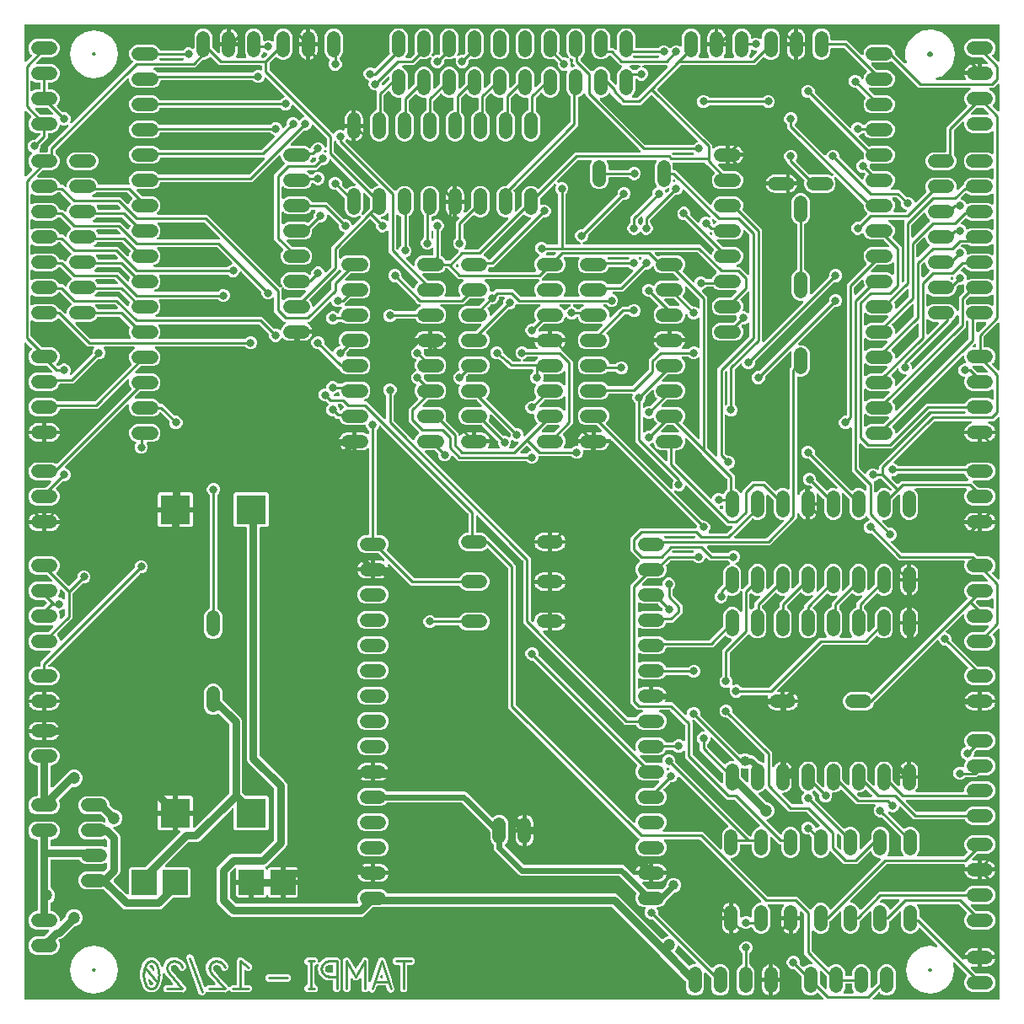
<source format=gbr>
G04 EAGLE Gerber RS-274X export*
G75*
%MOMM*%
%FSLAX34Y34*%
%LPD*%
%INBottom Copper*%
%IPPOS*%
%AMOC8*
5,1,8,0,0,1.08239X$1,22.5*%
G01*
%ADD10C,0.228600*%
%ADD11C,1.320800*%
%ADD12R,2.500000X2.500000*%
%ADD13R,3.000000X3.000000*%
%ADD14C,0.250000*%
%ADD15C,0.800000*%
%ADD16C,0.600000*%
%ADD17C,0.806400*%
%ADD18C,1.206400*%
%ADD19C,1.006400*%

G36*
X811659Y10179D02*
X811659Y10179D01*
X811801Y10193D01*
X811816Y10199D01*
X811832Y10201D01*
X811964Y10253D01*
X812097Y10302D01*
X812110Y10312D01*
X812125Y10318D01*
X812240Y10402D01*
X812356Y10482D01*
X812366Y10495D01*
X812379Y10504D01*
X812469Y10614D01*
X812561Y10722D01*
X812569Y10736D01*
X812579Y10749D01*
X812638Y10878D01*
X812701Y11005D01*
X812704Y11021D01*
X812711Y11035D01*
X812736Y11175D01*
X812765Y11314D01*
X812764Y11330D01*
X812767Y11346D01*
X812756Y11487D01*
X812749Y11629D01*
X812744Y11644D01*
X812743Y11660D01*
X812697Y11795D01*
X812655Y11930D01*
X812647Y11941D01*
X812641Y11959D01*
X812468Y12223D01*
X812424Y12263D01*
X812402Y12293D01*
X807971Y16724D01*
X807872Y16802D01*
X807776Y16884D01*
X807747Y16898D01*
X807722Y16918D01*
X807606Y16967D01*
X807493Y17023D01*
X807462Y17029D01*
X807432Y17042D01*
X807307Y17061D01*
X807184Y17087D01*
X807152Y17085D01*
X807120Y17090D01*
X806995Y17077D01*
X806869Y17071D01*
X806838Y17061D01*
X806806Y17058D01*
X806688Y17014D01*
X806568Y16977D01*
X806547Y16962D01*
X806510Y16949D01*
X806251Y16769D01*
X806226Y16739D01*
X806205Y16724D01*
X805157Y15677D01*
X801811Y14291D01*
X798189Y14291D01*
X794843Y15677D01*
X792281Y18239D01*
X790895Y21585D01*
X790895Y33283D01*
X790881Y33392D01*
X790876Y33502D01*
X790862Y33548D01*
X790855Y33596D01*
X790815Y33698D01*
X790782Y33803D01*
X790760Y33834D01*
X790738Y33889D01*
X790552Y34143D01*
X790537Y34155D01*
X790529Y34166D01*
X784094Y40601D01*
X784008Y40669D01*
X783926Y40742D01*
X783883Y40765D01*
X783845Y40795D01*
X783744Y40838D01*
X783646Y40889D01*
X783610Y40896D01*
X783555Y40919D01*
X783243Y40967D01*
X783224Y40965D01*
X783211Y40967D01*
X781201Y40967D01*
X778799Y41962D01*
X776962Y43799D01*
X775967Y46201D01*
X775967Y48799D01*
X776962Y51201D01*
X778799Y53038D01*
X781201Y54033D01*
X783799Y54033D01*
X786201Y53038D01*
X788038Y51201D01*
X789033Y48799D01*
X789033Y46789D01*
X789047Y46680D01*
X789052Y46570D01*
X789066Y46524D01*
X789073Y46476D01*
X789113Y46374D01*
X789146Y46269D01*
X789167Y46238D01*
X789190Y46183D01*
X789376Y45929D01*
X789391Y45917D01*
X789399Y45906D01*
X792029Y43276D01*
X792128Y43198D01*
X792224Y43116D01*
X792253Y43102D01*
X792278Y43082D01*
X792394Y43033D01*
X792507Y42977D01*
X792538Y42971D01*
X792568Y42958D01*
X792693Y42939D01*
X792816Y42913D01*
X792848Y42915D01*
X792880Y42910D01*
X793005Y42923D01*
X793131Y42929D01*
X793162Y42939D01*
X793194Y42942D01*
X793312Y42985D01*
X793432Y43023D01*
X793453Y43038D01*
X793490Y43051D01*
X793749Y43231D01*
X793774Y43261D01*
X793795Y43276D01*
X794843Y44323D01*
X798189Y45709D01*
X800971Y45709D01*
X801111Y45727D01*
X801253Y45741D01*
X801268Y45747D01*
X801284Y45749D01*
X801416Y45801D01*
X801549Y45850D01*
X801562Y45860D01*
X801577Y45866D01*
X801692Y45950D01*
X801808Y46030D01*
X801818Y46043D01*
X801831Y46052D01*
X801921Y46162D01*
X802013Y46270D01*
X802021Y46284D01*
X802031Y46297D01*
X802090Y46426D01*
X802153Y46553D01*
X802156Y46569D01*
X802163Y46583D01*
X802188Y46723D01*
X802217Y46862D01*
X802216Y46878D01*
X802219Y46894D01*
X802208Y47035D01*
X802201Y47177D01*
X802196Y47192D01*
X802195Y47208D01*
X802149Y47343D01*
X802107Y47478D01*
X802099Y47489D01*
X802093Y47507D01*
X801920Y47771D01*
X801876Y47811D01*
X801854Y47841D01*
X796312Y53383D01*
X793749Y55946D01*
X793749Y95429D01*
X793735Y95538D01*
X793730Y95648D01*
X793716Y95694D01*
X793709Y95742D01*
X793669Y95844D01*
X793636Y95949D01*
X793614Y95980D01*
X793592Y96035D01*
X793406Y96289D01*
X793391Y96301D01*
X793383Y96312D01*
X791277Y98418D01*
X791165Y98505D01*
X791055Y98595D01*
X791041Y98602D01*
X791028Y98611D01*
X790898Y98667D01*
X790769Y98727D01*
X790753Y98730D01*
X790738Y98736D01*
X790597Y98758D01*
X790458Y98783D01*
X790442Y98781D01*
X790426Y98784D01*
X790285Y98770D01*
X790144Y98759D01*
X790128Y98754D01*
X790112Y98752D01*
X789980Y98703D01*
X789845Y98657D01*
X789831Y98648D01*
X789816Y98643D01*
X789701Y98562D01*
X789581Y98484D01*
X789570Y98472D01*
X789557Y98463D01*
X789465Y98356D01*
X789370Y98250D01*
X789362Y98236D01*
X789352Y98223D01*
X789289Y98096D01*
X789223Y97970D01*
X789221Y97957D01*
X789212Y97940D01*
X789148Y97631D01*
X789151Y97572D01*
X789145Y97535D01*
X789145Y93931D01*
X780782Y93931D01*
X780657Y93915D01*
X780532Y93906D01*
X780501Y93895D01*
X780469Y93891D01*
X780353Y93845D01*
X780233Y93804D01*
X780206Y93786D01*
X780176Y93774D01*
X780075Y93700D01*
X779997Y93649D01*
X779933Y93706D01*
X779904Y93721D01*
X779879Y93742D01*
X779765Y93795D01*
X779653Y93853D01*
X779628Y93857D01*
X779593Y93874D01*
X779282Y93930D01*
X779243Y93927D01*
X779218Y93931D01*
X770855Y93931D01*
X770855Y99224D01*
X771080Y100646D01*
X771525Y102014D01*
X772179Y103297D01*
X772883Y104266D01*
X772904Y104304D01*
X772932Y104339D01*
X772980Y104442D01*
X773034Y104542D01*
X773045Y104585D01*
X773064Y104625D01*
X773084Y104738D01*
X773112Y104848D01*
X773112Y104892D01*
X773120Y104936D01*
X773111Y105050D01*
X773110Y105164D01*
X773099Y105206D01*
X773096Y105250D01*
X773059Y105358D01*
X773030Y105469D01*
X773008Y105507D01*
X772994Y105549D01*
X772931Y105645D01*
X772876Y105744D01*
X772845Y105776D01*
X772821Y105813D01*
X772736Y105889D01*
X772657Y105972D01*
X772620Y105995D01*
X772587Y106024D01*
X772486Y106077D01*
X772389Y106137D01*
X772347Y106150D01*
X772307Y106171D01*
X772242Y106183D01*
X772087Y106231D01*
X771937Y106238D01*
X771872Y106249D01*
X758147Y106249D01*
X758006Y106231D01*
X757865Y106217D01*
X757850Y106211D01*
X757834Y106209D01*
X757702Y106157D01*
X757569Y106108D01*
X757556Y106098D01*
X757541Y106092D01*
X757426Y106008D01*
X757310Y105928D01*
X757299Y105915D01*
X757286Y105906D01*
X757196Y105795D01*
X757104Y105688D01*
X757097Y105674D01*
X757087Y105661D01*
X757027Y105532D01*
X756965Y105405D01*
X756962Y105390D01*
X756955Y105375D01*
X756930Y105235D01*
X756901Y105096D01*
X756902Y105080D01*
X756899Y105064D01*
X756910Y104923D01*
X756917Y104781D01*
X756922Y104766D01*
X756923Y104750D01*
X756969Y104615D01*
X757011Y104480D01*
X757018Y104469D01*
X757025Y104451D01*
X757198Y104187D01*
X757242Y104147D01*
X757263Y104117D01*
X757719Y103661D01*
X759105Y100315D01*
X759105Y83485D01*
X757719Y80139D01*
X755157Y77577D01*
X751811Y76191D01*
X748189Y76191D01*
X744843Y77577D01*
X742281Y80139D01*
X741414Y82233D01*
X741387Y82280D01*
X741368Y82332D01*
X741309Y82417D01*
X741257Y82506D01*
X741219Y82546D01*
X741187Y82591D01*
X741109Y82659D01*
X741037Y82732D01*
X740990Y82761D01*
X740948Y82797D01*
X740856Y82842D01*
X740767Y82896D01*
X740715Y82912D01*
X740665Y82936D01*
X740564Y82957D01*
X740465Y82987D01*
X740410Y82989D01*
X740356Y83000D01*
X740253Y82995D01*
X740150Y82999D01*
X740096Y82987D01*
X740041Y82984D01*
X739943Y82954D01*
X739842Y82932D01*
X739792Y82907D01*
X739740Y82890D01*
X739686Y82853D01*
X739560Y82789D01*
X739430Y82675D01*
X739377Y82638D01*
X738701Y81962D01*
X736299Y80967D01*
X733701Y80967D01*
X731299Y81962D01*
X730652Y82609D01*
X730570Y82673D01*
X730493Y82743D01*
X730446Y82769D01*
X730403Y82802D01*
X730307Y82843D01*
X730215Y82892D01*
X730163Y82905D01*
X730113Y82927D01*
X730010Y82943D01*
X729909Y82967D01*
X729855Y82966D01*
X729801Y82975D01*
X729697Y82964D01*
X729593Y82963D01*
X729541Y82948D01*
X729487Y82943D01*
X729389Y82907D01*
X729289Y82879D01*
X729242Y82852D01*
X729191Y82833D01*
X729106Y82774D01*
X729015Y82722D01*
X728977Y82684D01*
X728932Y82653D01*
X728864Y82574D01*
X728790Y82502D01*
X728770Y82465D01*
X728726Y82414D01*
X728587Y82131D01*
X728585Y82119D01*
X728581Y82112D01*
X728475Y81786D01*
X727821Y80503D01*
X726975Y79339D01*
X725957Y78321D01*
X724793Y77475D01*
X723510Y76821D01*
X722142Y76376D01*
X722031Y76359D01*
X722031Y91118D01*
X722015Y91243D01*
X722006Y91368D01*
X721995Y91399D01*
X721991Y91431D01*
X721945Y91547D01*
X721904Y91667D01*
X721886Y91694D01*
X721874Y91724D01*
X721800Y91825D01*
X721749Y91903D01*
X721806Y91967D01*
X721821Y91996D01*
X721842Y92021D01*
X721895Y92135D01*
X721953Y92247D01*
X721957Y92272D01*
X721974Y92307D01*
X722030Y92618D01*
X722027Y92657D01*
X722031Y92682D01*
X722031Y107441D01*
X722142Y107424D01*
X723510Y106979D01*
X724793Y106325D01*
X725957Y105479D01*
X726975Y104461D01*
X727821Y103297D01*
X728475Y102014D01*
X728920Y100646D01*
X729145Y99224D01*
X729145Y93899D01*
X729163Y93759D01*
X729177Y93617D01*
X729183Y93602D01*
X729185Y93586D01*
X729237Y93454D01*
X729286Y93322D01*
X729296Y93308D01*
X729302Y93293D01*
X729386Y93179D01*
X729466Y93063D01*
X729479Y93052D01*
X729488Y93039D01*
X729598Y92949D01*
X729706Y92857D01*
X729720Y92850D01*
X729733Y92840D01*
X729862Y92780D01*
X729989Y92718D01*
X730005Y92714D01*
X730019Y92708D01*
X730159Y92682D01*
X730298Y92654D01*
X730314Y92655D01*
X730330Y92652D01*
X730472Y92662D01*
X730613Y92669D01*
X730628Y92674D01*
X730644Y92675D01*
X730779Y92721D01*
X730914Y92764D01*
X730925Y92771D01*
X730943Y92777D01*
X731207Y92951D01*
X731247Y92995D01*
X731277Y93016D01*
X731300Y93038D01*
X733701Y94033D01*
X736299Y94033D01*
X738700Y93038D01*
X738763Y92976D01*
X738850Y92908D01*
X738930Y92836D01*
X738958Y92821D01*
X738985Y92800D01*
X738999Y92793D01*
X739012Y92783D01*
X739119Y92737D01*
X739209Y92690D01*
X739233Y92685D01*
X739271Y92668D01*
X739287Y92665D01*
X739302Y92658D01*
X739442Y92637D01*
X739582Y92612D01*
X739598Y92613D01*
X739614Y92611D01*
X739636Y92613D01*
X739645Y92611D01*
X739646Y92611D01*
X739744Y92624D01*
X739755Y92625D01*
X739896Y92635D01*
X739912Y92641D01*
X739928Y92642D01*
X739948Y92650D01*
X739959Y92651D01*
X740053Y92689D01*
X740060Y92691D01*
X740195Y92737D01*
X740209Y92746D01*
X740224Y92752D01*
X740241Y92764D01*
X740252Y92768D01*
X740338Y92831D01*
X740340Y92832D01*
X740459Y92911D01*
X740470Y92923D01*
X740483Y92932D01*
X740496Y92947D01*
X740506Y92955D01*
X740577Y93041D01*
X740670Y93144D01*
X740678Y93159D01*
X740688Y93171D01*
X740697Y93188D01*
X740706Y93199D01*
X740754Y93304D01*
X740817Y93424D01*
X740819Y93437D01*
X740828Y93454D01*
X740831Y93472D01*
X740838Y93486D01*
X740861Y93617D01*
X740892Y93763D01*
X740891Y93780D01*
X740894Y93796D01*
X740891Y93834D01*
X740895Y93859D01*
X740895Y100315D01*
X742281Y103661D01*
X744843Y106223D01*
X748189Y107609D01*
X749071Y107609D01*
X749211Y107627D01*
X749353Y107641D01*
X749368Y107647D01*
X749384Y107649D01*
X749516Y107701D01*
X749649Y107750D01*
X749662Y107760D01*
X749677Y107766D01*
X749792Y107850D01*
X749908Y107930D01*
X749918Y107943D01*
X749931Y107952D01*
X750021Y108062D01*
X750113Y108170D01*
X750121Y108184D01*
X750131Y108197D01*
X750190Y108326D01*
X750253Y108453D01*
X750256Y108469D01*
X750263Y108483D01*
X750288Y108623D01*
X750317Y108762D01*
X750316Y108778D01*
X750319Y108794D01*
X750308Y108935D01*
X750301Y109077D01*
X750296Y109092D01*
X750295Y109108D01*
X750249Y109243D01*
X750207Y109378D01*
X750199Y109389D01*
X750193Y109407D01*
X750020Y109671D01*
X749976Y109711D01*
X749954Y109741D01*
X688812Y170883D01*
X688726Y170951D01*
X688644Y171024D01*
X688601Y171047D01*
X688563Y171077D01*
X688462Y171120D01*
X688364Y171171D01*
X688328Y171178D01*
X688273Y171201D01*
X687961Y171249D01*
X687942Y171247D01*
X687929Y171249D01*
X653947Y171249D01*
X653806Y171231D01*
X653665Y171217D01*
X653650Y171211D01*
X653634Y171209D01*
X653502Y171157D01*
X653369Y171108D01*
X653356Y171098D01*
X653341Y171092D01*
X653226Y171009D01*
X653110Y170928D01*
X653099Y170915D01*
X653086Y170906D01*
X652997Y170796D01*
X652904Y170688D01*
X652897Y170674D01*
X652887Y170661D01*
X652828Y170532D01*
X652765Y170405D01*
X652762Y170389D01*
X652755Y170375D01*
X652730Y170235D01*
X652701Y170096D01*
X652702Y170080D01*
X652699Y170064D01*
X652710Y169923D01*
X652717Y169781D01*
X652722Y169766D01*
X652723Y169750D01*
X652769Y169615D01*
X652811Y169480D01*
X652818Y169469D01*
X652825Y169451D01*
X652998Y169187D01*
X653042Y169147D01*
X653063Y169117D01*
X654023Y168157D01*
X655409Y164811D01*
X655409Y161189D01*
X654023Y157843D01*
X651461Y155281D01*
X648115Y153895D01*
X631285Y153895D01*
X627939Y155281D01*
X625377Y157843D01*
X623991Y161189D01*
X623991Y164811D01*
X625377Y168157D01*
X627574Y170355D01*
X627652Y170454D01*
X627734Y170549D01*
X627748Y170578D01*
X627768Y170604D01*
X627817Y170720D01*
X627873Y170833D01*
X627879Y170864D01*
X627892Y170894D01*
X627911Y171019D01*
X627937Y171142D01*
X627935Y171174D01*
X627940Y171206D01*
X627927Y171331D01*
X627921Y171457D01*
X627911Y171488D01*
X627908Y171520D01*
X627864Y171638D01*
X627827Y171758D01*
X627812Y171779D01*
X627799Y171816D01*
X627619Y172075D01*
X627589Y172100D01*
X627574Y172121D01*
X625883Y173812D01*
X496249Y303446D01*
X496249Y442929D01*
X496235Y443038D01*
X496230Y443148D01*
X496216Y443194D01*
X496209Y443242D01*
X496169Y443344D01*
X496136Y443449D01*
X496114Y443480D01*
X496092Y443535D01*
X495906Y443789D01*
X495891Y443801D01*
X495883Y443812D01*
X476421Y463274D01*
X476333Y463343D01*
X476255Y463414D01*
X476241Y463421D01*
X476226Y463434D01*
X476197Y463448D01*
X476172Y463468D01*
X476061Y463515D01*
X475975Y463560D01*
X475965Y463562D01*
X475943Y463573D01*
X475912Y463579D01*
X475882Y463592D01*
X475757Y463611D01*
X475634Y463637D01*
X475602Y463635D01*
X475570Y463640D01*
X475545Y463637D01*
X475540Y463638D01*
X475536Y463638D01*
X475460Y463629D01*
X475445Y463627D01*
X475319Y463621D01*
X475288Y463611D01*
X475256Y463608D01*
X475234Y463600D01*
X475223Y463599D01*
X475136Y463564D01*
X475018Y463527D01*
X474997Y463512D01*
X474960Y463499D01*
X474943Y463487D01*
X474930Y463482D01*
X474830Y463408D01*
X474701Y463319D01*
X474689Y463305D01*
X474676Y463295D01*
X474665Y463281D01*
X474654Y463274D01*
X473661Y462281D01*
X470315Y460895D01*
X453485Y460895D01*
X450139Y462281D01*
X447577Y464843D01*
X446191Y468189D01*
X446191Y471811D01*
X447577Y475157D01*
X450139Y477719D01*
X453485Y479105D01*
X455000Y479105D01*
X455125Y479121D01*
X455250Y479130D01*
X455281Y479141D01*
X455313Y479145D01*
X455430Y479191D01*
X455549Y479232D01*
X455576Y479250D01*
X455606Y479262D01*
X455707Y479336D01*
X455813Y479405D01*
X455834Y479429D01*
X455860Y479448D01*
X455940Y479546D01*
X456024Y479639D01*
X456039Y479668D01*
X456060Y479693D01*
X456113Y479807D01*
X456171Y479918D01*
X456175Y479944D01*
X456192Y479979D01*
X456248Y480290D01*
X456245Y480329D01*
X456249Y480354D01*
X456249Y497929D01*
X456235Y498038D01*
X456230Y498148D01*
X456216Y498194D01*
X456209Y498242D01*
X456169Y498344D01*
X456136Y498449D01*
X456114Y498480D01*
X456092Y498535D01*
X455906Y498789D01*
X455891Y498801D01*
X455883Y498812D01*
X368430Y586266D01*
X368386Y586300D01*
X368348Y586340D01*
X368262Y586396D01*
X368180Y586459D01*
X368129Y586481D01*
X368083Y586511D01*
X367985Y586543D01*
X367890Y586584D01*
X367836Y586592D01*
X367783Y586609D01*
X367680Y586616D01*
X367578Y586632D01*
X367523Y586626D01*
X367468Y586630D01*
X367367Y586610D01*
X367264Y586600D01*
X367213Y586581D01*
X367158Y586570D01*
X367065Y586526D01*
X366968Y586490D01*
X366923Y586459D01*
X366873Y586435D01*
X366794Y586369D01*
X366709Y586310D01*
X366673Y586269D01*
X366631Y586233D01*
X366596Y586178D01*
X366504Y586071D01*
X366427Y585916D01*
X366392Y585861D01*
X365538Y583800D01*
X364117Y582378D01*
X364049Y582291D01*
X363976Y582210D01*
X363953Y582167D01*
X363924Y582128D01*
X363880Y582028D01*
X363829Y581930D01*
X363822Y581893D01*
X363799Y581839D01*
X363751Y581527D01*
X363753Y581508D01*
X363751Y581495D01*
X363751Y478154D01*
X363767Y478029D01*
X363776Y477904D01*
X363787Y477873D01*
X363791Y477841D01*
X363837Y477724D01*
X363878Y477605D01*
X363896Y477578D01*
X363908Y477548D01*
X363982Y477447D01*
X364051Y477341D01*
X364075Y477320D01*
X364094Y477294D01*
X364192Y477214D01*
X364285Y477130D01*
X364314Y477115D01*
X364339Y477094D01*
X364453Y477041D01*
X364564Y476983D01*
X364590Y476979D01*
X364625Y476962D01*
X364936Y476906D01*
X364975Y476909D01*
X365000Y476905D01*
X368715Y476905D01*
X372061Y475519D01*
X374623Y472957D01*
X376009Y469611D01*
X376009Y465989D01*
X374623Y462643D01*
X374526Y462545D01*
X374448Y462446D01*
X374366Y462351D01*
X374352Y462322D01*
X374332Y462296D01*
X374283Y462180D01*
X374227Y462067D01*
X374221Y462036D01*
X374208Y462006D01*
X374189Y461881D01*
X374163Y461758D01*
X374165Y461726D01*
X374160Y461694D01*
X374173Y461569D01*
X374179Y461443D01*
X374189Y461412D01*
X374192Y461380D01*
X374236Y461262D01*
X374273Y461142D01*
X374288Y461121D01*
X374301Y461084D01*
X374481Y460825D01*
X374511Y460800D01*
X374526Y460779D01*
X401188Y434117D01*
X401274Y434049D01*
X401356Y433976D01*
X401399Y433953D01*
X401437Y433923D01*
X401538Y433880D01*
X401636Y433829D01*
X401672Y433822D01*
X401727Y433799D01*
X402039Y433751D01*
X402058Y433753D01*
X402071Y433751D01*
X446160Y433751D01*
X446199Y433756D01*
X446238Y433753D01*
X446355Y433776D01*
X446473Y433791D01*
X446509Y433805D01*
X446548Y433812D01*
X446655Y433863D01*
X446766Y433908D01*
X446798Y433931D01*
X446833Y433947D01*
X446924Y434024D01*
X447020Y434094D01*
X447045Y434124D01*
X447075Y434150D01*
X447110Y434205D01*
X447220Y434339D01*
X447279Y434467D01*
X447314Y434522D01*
X447577Y435157D01*
X450139Y437719D01*
X453485Y439105D01*
X470315Y439105D01*
X473661Y437719D01*
X476223Y435157D01*
X477609Y431811D01*
X477609Y428189D01*
X476223Y424843D01*
X473661Y422281D01*
X470315Y420895D01*
X453485Y420895D01*
X450139Y422281D01*
X447577Y424843D01*
X447314Y425478D01*
X447295Y425512D01*
X447282Y425549D01*
X447217Y425649D01*
X447158Y425752D01*
X447130Y425780D01*
X447109Y425813D01*
X447020Y425893D01*
X446937Y425978D01*
X446904Y425998D01*
X446875Y426024D01*
X446769Y426080D01*
X446668Y426142D01*
X446630Y426153D01*
X446595Y426171D01*
X446531Y426182D01*
X446365Y426232D01*
X446224Y426238D01*
X446160Y426249D01*
X398446Y426249D01*
X377417Y447279D01*
X377395Y447296D01*
X377388Y447304D01*
X377335Y447342D01*
X377321Y447353D01*
X377230Y447432D01*
X377197Y447449D01*
X377168Y447472D01*
X377136Y447485D01*
X377132Y447488D01*
X377105Y447498D01*
X377056Y447520D01*
X376948Y447574D01*
X376912Y447581D01*
X376878Y447596D01*
X376758Y447615D01*
X376640Y447640D01*
X376603Y447638D01*
X376566Y447644D01*
X376445Y447632D01*
X376324Y447627D01*
X376289Y447616D01*
X376252Y447612D01*
X376138Y447570D01*
X376022Y447535D01*
X375991Y447516D01*
X375956Y447503D01*
X375857Y447434D01*
X375753Y447371D01*
X375727Y447344D01*
X375697Y447323D01*
X375618Y447231D01*
X375534Y447144D01*
X375515Y447112D01*
X375491Y447084D01*
X375471Y447041D01*
X375470Y447041D01*
X375470Y447040D01*
X375438Y446975D01*
X375378Y446869D01*
X375368Y446834D01*
X375352Y446800D01*
X375343Y446758D01*
X375341Y446753D01*
X375336Y446723D01*
X375328Y446682D01*
X375296Y446565D01*
X375296Y446528D01*
X375288Y446491D01*
X375290Y446453D01*
X375288Y446442D01*
X375292Y446415D01*
X375294Y446371D01*
X375293Y446249D01*
X375302Y446221D01*
X375304Y446176D01*
X375341Y446057D01*
X375348Y446004D01*
X375824Y444542D01*
X375841Y444431D01*
X362331Y444431D01*
X362331Y451545D01*
X367624Y451545D01*
X369046Y451320D01*
X370508Y450844D01*
X370528Y450841D01*
X370555Y450829D01*
X370592Y450823D01*
X370627Y450811D01*
X370743Y450800D01*
X370818Y450786D01*
X370831Y450786D01*
X370867Y450781D01*
X370904Y450785D01*
X370941Y450781D01*
X371060Y450801D01*
X371088Y450803D01*
X371133Y450806D01*
X371140Y450809D01*
X371181Y450813D01*
X371216Y450826D01*
X371252Y450831D01*
X371363Y450880D01*
X371420Y450901D01*
X371432Y450905D01*
X371434Y450906D01*
X371477Y450922D01*
X371507Y450943D01*
X371541Y450958D01*
X371636Y451033D01*
X371736Y451102D01*
X371760Y451130D01*
X371789Y451153D01*
X371863Y451250D01*
X371942Y451341D01*
X371958Y451375D01*
X371980Y451404D01*
X372027Y451516D01*
X372081Y451625D01*
X372088Y451661D01*
X372103Y451695D01*
X372120Y451815D01*
X372145Y451934D01*
X372143Y451971D01*
X372148Y452007D01*
X372135Y452127D01*
X372129Y452249D01*
X372118Y452284D01*
X372114Y452321D01*
X372071Y452434D01*
X372052Y452496D01*
X372047Y452512D01*
X372046Y452515D01*
X372035Y452550D01*
X372018Y452574D01*
X372002Y452616D01*
X371925Y452725D01*
X371890Y452786D01*
X371861Y452816D01*
X371820Y452874D01*
X371798Y452890D01*
X371783Y452913D01*
X366366Y458329D01*
X366280Y458397D01*
X366198Y458470D01*
X366155Y458493D01*
X366117Y458523D01*
X366016Y458566D01*
X365918Y458617D01*
X365882Y458624D01*
X365827Y458647D01*
X365515Y458695D01*
X365496Y458693D01*
X365483Y458695D01*
X351885Y458695D01*
X348539Y460081D01*
X345977Y462643D01*
X344591Y465989D01*
X344591Y469611D01*
X345977Y472957D01*
X348539Y475519D01*
X351885Y476905D01*
X355000Y476905D01*
X355125Y476921D01*
X355250Y476930D01*
X355281Y476941D01*
X355313Y476945D01*
X355430Y476991D01*
X355549Y477032D01*
X355576Y477050D01*
X355606Y477062D01*
X355707Y477136D01*
X355813Y477205D01*
X355834Y477229D01*
X355860Y477248D01*
X355940Y477346D01*
X356024Y477439D01*
X356039Y477468D01*
X356060Y477493D01*
X356113Y477607D01*
X356171Y477718D01*
X356175Y477744D01*
X356192Y477779D01*
X356248Y478090D01*
X356245Y478129D01*
X356249Y478154D01*
X356249Y562972D01*
X356244Y563016D01*
X356246Y563060D01*
X356224Y563172D01*
X356209Y563285D01*
X356193Y563326D01*
X356184Y563369D01*
X356135Y563472D01*
X356092Y563578D01*
X356066Y563614D01*
X356047Y563653D01*
X355973Y563740D01*
X355906Y563832D01*
X355872Y563860D01*
X355843Y563894D01*
X355750Y563960D01*
X355661Y564032D01*
X355621Y564050D01*
X355585Y564076D01*
X355479Y564116D01*
X355375Y564164D01*
X355331Y564172D01*
X355290Y564187D01*
X355176Y564199D01*
X355064Y564220D01*
X355020Y564216D01*
X354976Y564221D01*
X354863Y564204D01*
X354750Y564196D01*
X354708Y564182D01*
X354664Y564175D01*
X354605Y564146D01*
X354451Y564094D01*
X354325Y564011D01*
X354266Y563983D01*
X353297Y563279D01*
X352014Y562625D01*
X350646Y562180D01*
X349224Y561955D01*
X343931Y561955D01*
X343931Y570318D01*
X343915Y570443D01*
X343906Y570568D01*
X343895Y570599D01*
X343891Y570631D01*
X343845Y570747D01*
X343804Y570867D01*
X343786Y570894D01*
X343774Y570924D01*
X343700Y571025D01*
X343649Y571103D01*
X343706Y571167D01*
X343721Y571196D01*
X343742Y571221D01*
X343795Y571335D01*
X343853Y571447D01*
X343857Y571472D01*
X343874Y571507D01*
X343930Y571818D01*
X343927Y571857D01*
X343931Y571882D01*
X343931Y580245D01*
X349224Y580245D01*
X350646Y580020D01*
X352014Y579575D01*
X353297Y578921D01*
X354266Y578217D01*
X354304Y578196D01*
X354339Y578168D01*
X354442Y578120D01*
X354542Y578066D01*
X354585Y578055D01*
X354625Y578036D01*
X354738Y578016D01*
X354848Y577988D01*
X354892Y577988D01*
X354936Y577980D01*
X355050Y577989D01*
X355164Y577990D01*
X355206Y578001D01*
X355250Y578004D01*
X355358Y578041D01*
X355469Y578070D01*
X355507Y578092D01*
X355549Y578106D01*
X355645Y578169D01*
X355744Y578224D01*
X355776Y578255D01*
X355813Y578279D01*
X355889Y578364D01*
X355972Y578443D01*
X355995Y578480D01*
X356024Y578513D01*
X356077Y578614D01*
X356137Y578711D01*
X356150Y578753D01*
X356171Y578793D01*
X356183Y578858D01*
X356231Y579013D01*
X356238Y579163D01*
X356249Y579228D01*
X356249Y581495D01*
X356235Y581604D01*
X356230Y581713D01*
X356216Y581760D01*
X356209Y581808D01*
X356169Y581910D01*
X356136Y582015D01*
X356114Y582045D01*
X356092Y582101D01*
X355906Y582355D01*
X355891Y582367D01*
X355883Y582378D01*
X354462Y583800D01*
X353467Y586201D01*
X353467Y586831D01*
X353460Y586886D01*
X353462Y586941D01*
X353440Y587042D01*
X353427Y587144D01*
X353407Y587196D01*
X353395Y587249D01*
X353349Y587341D01*
X353310Y587437D01*
X353278Y587482D01*
X353253Y587531D01*
X353185Y587609D01*
X353124Y587692D01*
X353081Y587727D01*
X353045Y587768D01*
X352959Y587826D01*
X352879Y587891D01*
X352829Y587914D01*
X352784Y587945D01*
X352687Y587980D01*
X352593Y588023D01*
X352538Y588033D01*
X352486Y588051D01*
X352384Y588061D01*
X352282Y588079D01*
X352227Y588075D01*
X352172Y588080D01*
X352109Y588066D01*
X351968Y588055D01*
X351804Y587999D01*
X351740Y587986D01*
X350315Y587395D01*
X333485Y587395D01*
X330139Y588781D01*
X327577Y591343D01*
X326900Y592978D01*
X326881Y593012D01*
X326868Y593049D01*
X326802Y593149D01*
X326743Y593252D01*
X326716Y593280D01*
X326695Y593313D01*
X326606Y593393D01*
X326523Y593478D01*
X326490Y593498D01*
X326461Y593524D01*
X326355Y593580D01*
X326253Y593641D01*
X326216Y593653D01*
X326181Y593671D01*
X326117Y593682D01*
X325951Y593732D01*
X325810Y593738D01*
X325746Y593749D01*
X323446Y593749D01*
X321594Y595601D01*
X321508Y595669D01*
X321426Y595742D01*
X321383Y595765D01*
X321345Y595795D01*
X321244Y595838D01*
X321146Y595889D01*
X321110Y595896D01*
X321055Y595919D01*
X320743Y595967D01*
X320724Y595965D01*
X320711Y595967D01*
X318701Y595967D01*
X316299Y596962D01*
X314462Y598799D01*
X313467Y601201D01*
X313467Y603799D01*
X314462Y606200D01*
X315595Y607334D01*
X315672Y607433D01*
X315754Y607529D01*
X315769Y607558D01*
X315788Y607583D01*
X315838Y607699D01*
X315893Y607812D01*
X315900Y607843D01*
X315913Y607873D01*
X315932Y607998D01*
X315957Y608121D01*
X315956Y608153D01*
X315961Y608185D01*
X315948Y608310D01*
X315942Y608436D01*
X315932Y608467D01*
X315929Y608499D01*
X315885Y608617D01*
X315848Y608737D01*
X315833Y608758D01*
X315819Y608795D01*
X315639Y609054D01*
X315610Y609079D01*
X315595Y609101D01*
X314094Y610601D01*
X314008Y610669D01*
X313926Y610742D01*
X313883Y610765D01*
X313845Y610795D01*
X313744Y610838D01*
X313646Y610889D01*
X313610Y610896D01*
X313555Y610919D01*
X313243Y610967D01*
X313224Y610965D01*
X313211Y610967D01*
X311201Y610967D01*
X308799Y611962D01*
X306962Y613799D01*
X305967Y616201D01*
X305967Y618799D01*
X306962Y621201D01*
X308799Y623038D01*
X311201Y624033D01*
X312218Y624033D01*
X312343Y624049D01*
X312468Y624058D01*
X312499Y624069D01*
X312531Y624073D01*
X312648Y624119D01*
X312767Y624160D01*
X312794Y624178D01*
X312824Y624190D01*
X312925Y624264D01*
X313031Y624333D01*
X313052Y624357D01*
X313078Y624376D01*
X313158Y624474D01*
X313242Y624567D01*
X313257Y624596D01*
X313278Y624621D01*
X313331Y624735D01*
X313389Y624846D01*
X313393Y624872D01*
X313410Y624907D01*
X313466Y625218D01*
X313463Y625257D01*
X313467Y625282D01*
X313467Y626299D01*
X314462Y628701D01*
X316299Y630538D01*
X318701Y631533D01*
X321299Y631533D01*
X323701Y630538D01*
X325122Y629117D01*
X325209Y629049D01*
X325290Y628976D01*
X325333Y628953D01*
X325372Y628923D01*
X325473Y628880D01*
X325570Y628829D01*
X325607Y628822D01*
X325661Y628799D01*
X325973Y628751D01*
X325992Y628753D01*
X326005Y628751D01*
X328753Y628751D01*
X328862Y628765D01*
X328972Y628770D01*
X329018Y628784D01*
X329066Y628791D01*
X329168Y628831D01*
X329273Y628864D01*
X329304Y628886D01*
X329359Y628908D01*
X329614Y629094D01*
X329626Y629109D01*
X329637Y629117D01*
X330139Y629619D01*
X333485Y631005D01*
X350315Y631005D01*
X353661Y629619D01*
X356223Y627057D01*
X357609Y623711D01*
X357609Y620089D01*
X356223Y616743D01*
X353661Y614181D01*
X352388Y613654D01*
X352327Y613619D01*
X352261Y613592D01*
X352190Y613541D01*
X352115Y613498D01*
X352064Y613448D01*
X352006Y613406D01*
X351951Y613338D01*
X351889Y613277D01*
X351852Y613217D01*
X351807Y613161D01*
X351770Y613082D01*
X351725Y613008D01*
X351705Y612939D01*
X351675Y612875D01*
X351659Y612789D01*
X351634Y612705D01*
X351632Y612634D01*
X351619Y612564D01*
X351625Y612477D01*
X351622Y612390D01*
X351637Y612321D01*
X351643Y612250D01*
X351671Y612167D01*
X351689Y612082D01*
X351721Y612018D01*
X351744Y611951D01*
X351792Y611878D01*
X351832Y611800D01*
X351879Y611747D01*
X351918Y611687D01*
X351982Y611629D01*
X352040Y611563D01*
X352099Y611523D01*
X352152Y611476D01*
X352229Y611435D01*
X352301Y611386D01*
X352368Y611362D01*
X352431Y611329D01*
X352490Y611318D01*
X352598Y611280D01*
X352811Y611261D01*
X352867Y611251D01*
X354054Y611251D01*
X371617Y593688D01*
X371729Y593601D01*
X371839Y593511D01*
X371853Y593504D01*
X371866Y593495D01*
X371997Y593439D01*
X372125Y593379D01*
X372141Y593376D01*
X372156Y593370D01*
X372297Y593348D01*
X372436Y593323D01*
X372452Y593325D01*
X372468Y593322D01*
X372609Y593336D01*
X372750Y593347D01*
X372766Y593352D01*
X372782Y593354D01*
X372915Y593403D01*
X373049Y593449D01*
X373063Y593458D01*
X373078Y593463D01*
X373194Y593544D01*
X373313Y593622D01*
X373324Y593634D01*
X373337Y593643D01*
X373429Y593751D01*
X373524Y593856D01*
X373532Y593870D01*
X373542Y593883D01*
X373605Y594009D01*
X373671Y594136D01*
X373673Y594149D01*
X373682Y594166D01*
X373746Y594475D01*
X373743Y594534D01*
X373749Y594571D01*
X373749Y616495D01*
X373735Y616604D01*
X373730Y616713D01*
X373716Y616760D01*
X373709Y616808D01*
X373669Y616910D01*
X373636Y617015D01*
X373614Y617045D01*
X373592Y617101D01*
X373406Y617355D01*
X373391Y617367D01*
X373383Y617378D01*
X371962Y618799D01*
X370967Y621201D01*
X370967Y623799D01*
X371962Y626201D01*
X373799Y628038D01*
X376201Y629033D01*
X378799Y629033D01*
X381201Y628038D01*
X383038Y626201D01*
X384033Y623799D01*
X384033Y621201D01*
X383038Y618799D01*
X381617Y617378D01*
X381549Y617291D01*
X381476Y617210D01*
X381453Y617167D01*
X381423Y617128D01*
X381380Y617027D01*
X381329Y616930D01*
X381322Y616893D01*
X381299Y616839D01*
X381251Y616527D01*
X381253Y616508D01*
X381251Y616495D01*
X381251Y592071D01*
X381265Y591962D01*
X381270Y591852D01*
X381284Y591806D01*
X381291Y591758D01*
X381331Y591656D01*
X381364Y591551D01*
X381386Y591520D01*
X381408Y591465D01*
X381594Y591211D01*
X381609Y591199D01*
X381617Y591188D01*
X400338Y572467D01*
X400381Y572433D01*
X400419Y572392D01*
X400505Y572337D01*
X400587Y572274D01*
X400638Y572252D01*
X400684Y572222D01*
X400782Y572190D01*
X400877Y572149D01*
X400932Y572141D01*
X400984Y572124D01*
X401087Y572117D01*
X401189Y572101D01*
X401244Y572107D01*
X401299Y572103D01*
X401400Y572123D01*
X401503Y572133D01*
X401555Y572152D01*
X401609Y572163D01*
X401702Y572207D01*
X401799Y572242D01*
X401844Y572274D01*
X401894Y572298D01*
X401973Y572364D01*
X402058Y572422D01*
X402094Y572464D01*
X402136Y572500D01*
X402171Y572555D01*
X402263Y572662D01*
X402340Y572817D01*
X402375Y572872D01*
X403777Y576257D01*
X406474Y578954D01*
X406552Y579054D01*
X406634Y579149D01*
X406648Y579178D01*
X406668Y579204D01*
X406717Y579320D01*
X406773Y579433D01*
X406779Y579464D01*
X406792Y579494D01*
X406811Y579618D01*
X406837Y579742D01*
X406835Y579774D01*
X406840Y579806D01*
X406827Y579931D01*
X406821Y580057D01*
X406811Y580087D01*
X406808Y580120D01*
X406764Y580238D01*
X406727Y580358D01*
X406712Y580379D01*
X406699Y580416D01*
X406519Y580675D01*
X406489Y580700D01*
X406474Y580721D01*
X396249Y590946D01*
X396249Y604054D01*
X398812Y606617D01*
X405474Y613279D01*
X405552Y613378D01*
X405634Y613474D01*
X405648Y613503D01*
X405668Y613528D01*
X405717Y613644D01*
X405773Y613757D01*
X405779Y613788D01*
X405792Y613818D01*
X405811Y613943D01*
X405837Y614066D01*
X405835Y614098D01*
X405840Y614130D01*
X405827Y614255D01*
X405821Y614381D01*
X405811Y614412D01*
X405808Y614444D01*
X405764Y614562D01*
X405727Y614682D01*
X405712Y614703D01*
X405699Y614740D01*
X405519Y614999D01*
X405489Y615024D01*
X405474Y615045D01*
X403777Y616743D01*
X402391Y620089D01*
X402391Y623711D01*
X403787Y627079D01*
X403820Y627201D01*
X403859Y627321D01*
X403861Y627353D01*
X403870Y627384D01*
X403871Y627510D01*
X403879Y627635D01*
X403873Y627667D01*
X403874Y627699D01*
X403844Y627822D01*
X403820Y627945D01*
X403806Y627974D01*
X403798Y628006D01*
X403739Y628116D01*
X403685Y628230D01*
X403664Y628255D01*
X403649Y628284D01*
X403563Y628376D01*
X403483Y628473D01*
X403461Y628487D01*
X403435Y628515D01*
X403169Y628686D01*
X403132Y628698D01*
X403110Y628712D01*
X401299Y629462D01*
X399462Y631299D01*
X398467Y633701D01*
X398467Y636299D01*
X399462Y638701D01*
X401299Y640538D01*
X402828Y641171D01*
X402937Y641234D01*
X403049Y641290D01*
X403073Y641312D01*
X403102Y641328D01*
X403192Y641416D01*
X403286Y641499D01*
X403304Y641525D01*
X403327Y641548D01*
X403393Y641655D01*
X403463Y641760D01*
X403474Y641790D01*
X403491Y641818D01*
X403527Y641938D01*
X403570Y642057D01*
X403573Y642089D01*
X403582Y642120D01*
X403587Y642246D01*
X403598Y642371D01*
X403592Y642396D01*
X403594Y642435D01*
X403527Y642743D01*
X403509Y642778D01*
X403504Y642803D01*
X402391Y645489D01*
X402391Y649111D01*
X403645Y652138D01*
X403678Y652259D01*
X403718Y652379D01*
X403720Y652411D01*
X403728Y652442D01*
X403730Y652569D01*
X403738Y652694D01*
X403732Y652726D01*
X403732Y652758D01*
X403702Y652880D01*
X403679Y653004D01*
X403665Y653033D01*
X403657Y653064D01*
X403597Y653175D01*
X403544Y653289D01*
X403523Y653314D01*
X403508Y653342D01*
X403422Y653435D01*
X403341Y653531D01*
X403320Y653545D01*
X403293Y653574D01*
X403028Y653744D01*
X402991Y653756D01*
X402969Y653770D01*
X401299Y654462D01*
X399462Y656299D01*
X398467Y658701D01*
X398467Y661299D01*
X399462Y663701D01*
X401299Y665538D01*
X403009Y666246D01*
X403024Y666255D01*
X403040Y666260D01*
X403160Y666333D01*
X403283Y666403D01*
X403295Y666415D01*
X403310Y666424D01*
X403408Y666524D01*
X403509Y666623D01*
X403518Y666638D01*
X403529Y666650D01*
X403599Y666772D01*
X403672Y666893D01*
X403677Y666909D01*
X403686Y666924D01*
X403723Y667060D01*
X403763Y667195D01*
X403764Y667212D01*
X403768Y667228D01*
X403770Y667370D01*
X403775Y667510D01*
X403772Y667527D01*
X403772Y667544D01*
X403758Y667591D01*
X403708Y667818D01*
X403661Y667913D01*
X403644Y667968D01*
X403021Y669190D01*
X402576Y670558D01*
X402559Y670669D01*
X416069Y670669D01*
X416069Y663555D01*
X412468Y663555D01*
X412413Y663548D01*
X412358Y663550D01*
X412257Y663528D01*
X412155Y663515D01*
X412104Y663495D01*
X412050Y663483D01*
X411958Y663437D01*
X411862Y663398D01*
X411817Y663366D01*
X411768Y663341D01*
X411691Y663273D01*
X411608Y663212D01*
X411573Y663169D01*
X411531Y663133D01*
X411473Y663047D01*
X411408Y662967D01*
X411385Y662917D01*
X411354Y662872D01*
X411319Y662775D01*
X411276Y662681D01*
X411267Y662626D01*
X411248Y662575D01*
X411239Y662472D01*
X411220Y662370D01*
X411225Y662315D01*
X411220Y662260D01*
X411233Y662197D01*
X411244Y662056D01*
X411300Y661892D01*
X411314Y661828D01*
X411533Y661299D01*
X411533Y659289D01*
X411547Y659180D01*
X411552Y659070D01*
X411566Y659024D01*
X411573Y658976D01*
X411613Y658874D01*
X411646Y658769D01*
X411668Y658738D01*
X411690Y658683D01*
X411876Y658429D01*
X411891Y658417D01*
X411899Y658406D01*
X413534Y656771D01*
X413620Y656703D01*
X413702Y656630D01*
X413745Y656607D01*
X413783Y656577D01*
X413884Y656534D01*
X413982Y656483D01*
X414018Y656476D01*
X414073Y656453D01*
X414385Y656405D01*
X414404Y656407D01*
X414417Y656405D01*
X426515Y656405D01*
X429861Y655019D01*
X432423Y652457D01*
X433809Y649111D01*
X433809Y645489D01*
X432423Y642143D01*
X429861Y639581D01*
X426515Y638195D01*
X412617Y638195D01*
X412562Y638188D01*
X412507Y638190D01*
X412406Y638168D01*
X412304Y638155D01*
X412253Y638135D01*
X412199Y638123D01*
X412107Y638077D01*
X412011Y638038D01*
X411967Y638006D01*
X411917Y637981D01*
X411840Y637913D01*
X411757Y637852D01*
X411722Y637809D01*
X411680Y637773D01*
X411623Y637687D01*
X411557Y637607D01*
X411534Y637557D01*
X411503Y637512D01*
X411469Y637415D01*
X411425Y637321D01*
X411416Y637266D01*
X411397Y637214D01*
X411388Y637112D01*
X411369Y637010D01*
X411374Y636955D01*
X411369Y636900D01*
X411383Y636837D01*
X411393Y636696D01*
X411449Y636532D01*
X411463Y636468D01*
X411533Y636299D01*
X411533Y634289D01*
X411547Y634180D01*
X411552Y634070D01*
X411566Y634024D01*
X411573Y633976D01*
X411613Y633874D01*
X411646Y633769D01*
X411668Y633738D01*
X411690Y633683D01*
X411876Y633429D01*
X411891Y633417D01*
X411899Y633406D01*
X413934Y631371D01*
X414020Y631303D01*
X414102Y631230D01*
X414145Y631207D01*
X414183Y631177D01*
X414284Y631134D01*
X414382Y631083D01*
X414418Y631076D01*
X414473Y631053D01*
X414785Y631005D01*
X414804Y631007D01*
X414817Y631005D01*
X426515Y631005D01*
X429861Y629619D01*
X432423Y627057D01*
X433809Y623711D01*
X433809Y620089D01*
X432423Y616743D01*
X429861Y614181D01*
X426515Y612795D01*
X416117Y612795D01*
X416008Y612781D01*
X415898Y612776D01*
X415852Y612762D01*
X415804Y612755D01*
X415702Y612715D01*
X415597Y612682D01*
X415566Y612661D01*
X415511Y612638D01*
X415257Y612452D01*
X415245Y612437D01*
X415234Y612429D01*
X410542Y607737D01*
X410455Y607625D01*
X410365Y607515D01*
X410358Y607501D01*
X410349Y607488D01*
X410293Y607357D01*
X410233Y607229D01*
X410230Y607213D01*
X410224Y607198D01*
X410202Y607057D01*
X410177Y606918D01*
X410179Y606902D01*
X410176Y606886D01*
X410190Y606745D01*
X410201Y606604D01*
X410206Y606588D01*
X410208Y606572D01*
X410257Y606439D01*
X410303Y606305D01*
X410312Y606291D01*
X410317Y606276D01*
X410398Y606160D01*
X410476Y606041D01*
X410488Y606030D01*
X410497Y606017D01*
X410605Y605925D01*
X410710Y605830D01*
X410724Y605822D01*
X410737Y605812D01*
X410864Y605749D01*
X410990Y605683D01*
X411003Y605681D01*
X411020Y605672D01*
X411329Y605608D01*
X411388Y605611D01*
X411425Y605605D01*
X426515Y605605D01*
X429861Y604219D01*
X432423Y601657D01*
X433809Y598311D01*
X433809Y594689D01*
X433193Y593202D01*
X433183Y593164D01*
X433165Y593129D01*
X433141Y593013D01*
X433110Y592898D01*
X433109Y592859D01*
X433101Y592820D01*
X433107Y592702D01*
X433106Y592582D01*
X433115Y592544D01*
X433117Y592505D01*
X433153Y592391D01*
X433181Y592276D01*
X433199Y592241D01*
X433211Y592204D01*
X433248Y592150D01*
X433330Y591998D01*
X433426Y591894D01*
X433464Y591841D01*
X446251Y579054D01*
X446251Y578003D01*
X446269Y577863D01*
X446283Y577721D01*
X446289Y577706D01*
X446291Y577690D01*
X446343Y577559D01*
X446392Y577426D01*
X446402Y577412D01*
X446408Y577397D01*
X446491Y577283D01*
X446572Y577166D01*
X446585Y577156D01*
X446594Y577143D01*
X446704Y577053D01*
X446812Y576961D01*
X446826Y576954D01*
X446839Y576943D01*
X446968Y576884D01*
X447095Y576822D01*
X447111Y576818D01*
X447125Y576812D01*
X447265Y576786D01*
X447404Y576758D01*
X447420Y576759D01*
X447436Y576756D01*
X447577Y576766D01*
X447719Y576773D01*
X447734Y576778D01*
X447750Y576779D01*
X447885Y576825D01*
X448020Y576867D01*
X448031Y576875D01*
X448049Y576881D01*
X448313Y577054D01*
X448353Y577098D01*
X448383Y577120D01*
X449339Y578075D01*
X450503Y578921D01*
X451786Y579575D01*
X453154Y580020D01*
X454576Y580245D01*
X459869Y580245D01*
X459869Y571882D01*
X459885Y571757D01*
X459894Y571632D01*
X459904Y571601D01*
X459909Y571569D01*
X459955Y571453D01*
X459996Y571333D01*
X460014Y571306D01*
X460026Y571276D01*
X460100Y571175D01*
X460169Y571070D01*
X460193Y571048D01*
X460212Y571022D01*
X460310Y570942D01*
X460403Y570858D01*
X460432Y570843D01*
X460457Y570822D01*
X460571Y570770D01*
X460682Y570711D01*
X460708Y570707D01*
X460743Y570690D01*
X461054Y570635D01*
X461093Y570638D01*
X461118Y570633D01*
X461433Y570633D01*
X461433Y570318D01*
X461449Y570193D01*
X461458Y570068D01*
X461469Y570037D01*
X461473Y570005D01*
X461520Y569888D01*
X461560Y569769D01*
X461578Y569742D01*
X461590Y569712D01*
X461664Y569611D01*
X461733Y569505D01*
X461757Y569484D01*
X461776Y569458D01*
X461874Y569378D01*
X461967Y569294D01*
X461996Y569279D01*
X462021Y569258D01*
X462135Y569205D01*
X462247Y569147D01*
X462272Y569143D01*
X462307Y569126D01*
X462618Y569070D01*
X462657Y569073D01*
X462682Y569069D01*
X477441Y569069D01*
X477424Y568958D01*
X476979Y567590D01*
X476325Y566307D01*
X475909Y565734D01*
X475888Y565696D01*
X475860Y565661D01*
X475812Y565558D01*
X475757Y565458D01*
X475747Y565415D01*
X475728Y565375D01*
X475708Y565262D01*
X475680Y565152D01*
X475680Y565108D01*
X475672Y565064D01*
X475681Y564950D01*
X475681Y564836D01*
X475693Y564794D01*
X475696Y564750D01*
X475733Y564641D01*
X475762Y564531D01*
X475783Y564493D01*
X475798Y564451D01*
X475860Y564355D01*
X475916Y564256D01*
X475947Y564224D01*
X475971Y564187D01*
X476056Y564111D01*
X476134Y564028D01*
X476172Y564005D01*
X476205Y563976D01*
X476306Y563923D01*
X476403Y563863D01*
X476445Y563850D01*
X476484Y563829D01*
X476549Y563817D01*
X476704Y563769D01*
X476855Y563762D01*
X476920Y563751D01*
X486495Y563751D01*
X486635Y563769D01*
X486776Y563783D01*
X486792Y563789D01*
X486808Y563791D01*
X486939Y563843D01*
X487072Y563892D01*
X487086Y563902D01*
X487101Y563908D01*
X487216Y563992D01*
X487331Y564072D01*
X487342Y564085D01*
X487355Y564094D01*
X487445Y564205D01*
X487537Y564312D01*
X487544Y564326D01*
X487554Y564339D01*
X487614Y564468D01*
X487676Y564595D01*
X487680Y564610D01*
X487686Y564625D01*
X487712Y564765D01*
X487740Y564904D01*
X487739Y564920D01*
X487742Y564936D01*
X487732Y565077D01*
X487725Y565219D01*
X487720Y565234D01*
X487719Y565250D01*
X487673Y565385D01*
X487631Y565520D01*
X487623Y565531D01*
X487617Y565549D01*
X487443Y565813D01*
X487399Y565853D01*
X487378Y565883D01*
X486962Y566300D01*
X485967Y568701D01*
X485967Y570711D01*
X485953Y570820D01*
X485948Y570930D01*
X485934Y570976D01*
X485927Y571024D01*
X485887Y571126D01*
X485854Y571231D01*
X485832Y571262D01*
X485810Y571317D01*
X485624Y571571D01*
X485609Y571583D01*
X485601Y571594D01*
X470166Y587029D01*
X470080Y587097D01*
X469998Y587170D01*
X469955Y587193D01*
X469917Y587223D01*
X469816Y587266D01*
X469718Y587317D01*
X469682Y587324D01*
X469627Y587347D01*
X469315Y587395D01*
X469296Y587393D01*
X469283Y587395D01*
X453485Y587395D01*
X450139Y588781D01*
X447577Y591343D01*
X446191Y594689D01*
X446191Y598311D01*
X447577Y601657D01*
X450139Y604219D01*
X453485Y605605D01*
X468575Y605605D01*
X468715Y605623D01*
X468857Y605637D01*
X468872Y605643D01*
X468888Y605645D01*
X469020Y605697D01*
X469153Y605746D01*
X469166Y605756D01*
X469181Y605762D01*
X469296Y605846D01*
X469412Y605926D01*
X469422Y605939D01*
X469435Y605948D01*
X469525Y606058D01*
X469617Y606166D01*
X469625Y606180D01*
X469635Y606193D01*
X469694Y606322D01*
X469757Y606449D01*
X469760Y606465D01*
X469767Y606479D01*
X469792Y606619D01*
X469821Y606758D01*
X469820Y606774D01*
X469823Y606790D01*
X469812Y606931D01*
X469805Y607073D01*
X469800Y607088D01*
X469799Y607104D01*
X469753Y607239D01*
X469711Y607374D01*
X469703Y607385D01*
X469697Y607403D01*
X469524Y607667D01*
X469480Y607707D01*
X469458Y607737D01*
X464766Y612429D01*
X464680Y612497D01*
X464598Y612570D01*
X464555Y612593D01*
X464517Y612623D01*
X464416Y612666D01*
X464318Y612717D01*
X464282Y612724D01*
X464227Y612747D01*
X463915Y612795D01*
X463896Y612793D01*
X463883Y612795D01*
X453485Y612795D01*
X450139Y614181D01*
X447577Y616743D01*
X446191Y620089D01*
X446191Y623711D01*
X447446Y626740D01*
X447460Y626793D01*
X447483Y626843D01*
X447502Y626945D01*
X447529Y627044D01*
X447530Y627100D01*
X447539Y627154D01*
X447532Y627257D01*
X447533Y627360D01*
X447520Y627413D01*
X447516Y627468D01*
X447482Y627566D01*
X447458Y627666D01*
X447432Y627715D01*
X447414Y627767D01*
X447357Y627853D01*
X447308Y627944D01*
X447271Y627985D01*
X447241Y628031D01*
X447164Y628100D01*
X447094Y628176D01*
X447048Y628205D01*
X447007Y628242D01*
X446915Y628290D01*
X446829Y628346D01*
X446776Y628363D01*
X446727Y628389D01*
X446663Y628400D01*
X446529Y628445D01*
X446356Y628456D01*
X446292Y628467D01*
X446201Y628467D01*
X443799Y629462D01*
X441962Y631299D01*
X440967Y633701D01*
X440967Y636299D01*
X441962Y638701D01*
X443799Y640538D01*
X446370Y641603D01*
X446378Y641605D01*
X446397Y641614D01*
X446430Y641628D01*
X446473Y641652D01*
X446566Y641690D01*
X446611Y641722D01*
X446660Y641747D01*
X446700Y641782D01*
X446704Y641784D01*
X446718Y641798D01*
X446737Y641815D01*
X446821Y641876D01*
X446856Y641919D01*
X446897Y641955D01*
X446955Y642041D01*
X447020Y642121D01*
X447043Y642171D01*
X447074Y642216D01*
X447109Y642313D01*
X447152Y642407D01*
X447162Y642462D01*
X447180Y642513D01*
X447190Y642616D01*
X447208Y642718D01*
X447204Y642773D01*
X447209Y642828D01*
X447196Y642885D01*
X447196Y642892D01*
X447194Y642903D01*
X447184Y643032D01*
X447133Y643183D01*
X447129Y643200D01*
X447126Y643206D01*
X447115Y643260D01*
X446191Y645489D01*
X446191Y649111D01*
X447577Y652457D01*
X450139Y655019D01*
X453485Y656405D01*
X470315Y656405D01*
X473661Y655019D01*
X476223Y652457D01*
X477609Y649111D01*
X477609Y645489D01*
X476223Y642143D01*
X473661Y639581D01*
X470315Y638195D01*
X456517Y638195D01*
X456408Y638181D01*
X456298Y638176D01*
X456252Y638162D01*
X456204Y638155D01*
X456102Y638115D01*
X455997Y638082D01*
X455966Y638060D01*
X455911Y638038D01*
X455657Y637852D01*
X455645Y637837D01*
X455634Y637829D01*
X454399Y636594D01*
X454331Y636508D01*
X454258Y636426D01*
X454235Y636383D01*
X454205Y636345D01*
X454162Y636244D01*
X454111Y636146D01*
X454104Y636110D01*
X454081Y636055D01*
X454033Y635743D01*
X454035Y635724D01*
X454033Y635711D01*
X454033Y633701D01*
X453632Y632732D01*
X453619Y632687D01*
X453608Y632662D01*
X453607Y632656D01*
X453594Y632629D01*
X453576Y632527D01*
X453549Y632428D01*
X453548Y632372D01*
X453538Y632318D01*
X453546Y632215D01*
X453545Y632112D01*
X453558Y632059D01*
X453562Y632004D01*
X453595Y631906D01*
X453620Y631806D01*
X453646Y631757D01*
X453664Y631705D01*
X453720Y631619D01*
X453769Y631528D01*
X453807Y631487D01*
X453837Y631441D01*
X453914Y631372D01*
X453983Y631296D01*
X454030Y631267D01*
X454071Y631230D01*
X454162Y631182D01*
X454249Y631126D01*
X454301Y631109D01*
X454350Y631083D01*
X454414Y631072D01*
X454549Y631027D01*
X454721Y631016D01*
X454786Y631005D01*
X470315Y631005D01*
X473661Y629619D01*
X476223Y627057D01*
X477609Y623711D01*
X477609Y620089D01*
X476223Y616743D01*
X474526Y615046D01*
X474448Y614946D01*
X474366Y614851D01*
X474352Y614822D01*
X474332Y614796D01*
X474283Y614680D01*
X474227Y614567D01*
X474221Y614536D01*
X474208Y614506D01*
X474189Y614382D01*
X474163Y614258D01*
X474165Y614226D01*
X474160Y614194D01*
X474173Y614069D01*
X474179Y613943D01*
X474189Y613913D01*
X474192Y613880D01*
X474235Y613762D01*
X474273Y613642D01*
X474288Y613621D01*
X474301Y613584D01*
X474481Y613325D01*
X474511Y613300D01*
X474526Y613279D01*
X503406Y584399D01*
X503492Y584331D01*
X503574Y584258D01*
X503617Y584235D01*
X503655Y584205D01*
X503756Y584162D01*
X503854Y584111D01*
X503890Y584104D01*
X503945Y584081D01*
X504257Y584033D01*
X504276Y584035D01*
X504289Y584033D01*
X506299Y584033D01*
X508701Y583038D01*
X510538Y581201D01*
X511533Y578799D01*
X511533Y577353D01*
X511551Y577212D01*
X511565Y577071D01*
X511571Y577056D01*
X511573Y577040D01*
X511625Y576908D01*
X511674Y576775D01*
X511684Y576762D01*
X511690Y576747D01*
X511774Y576632D01*
X511854Y576516D01*
X511867Y576506D01*
X511876Y576493D01*
X511986Y576403D01*
X512094Y576310D01*
X512108Y576303D01*
X512121Y576293D01*
X512250Y576234D01*
X512377Y576171D01*
X512393Y576168D01*
X512407Y576161D01*
X512547Y576136D01*
X512686Y576107D01*
X512702Y576108D01*
X512718Y576105D01*
X512860Y576116D01*
X513001Y576123D01*
X513016Y576128D01*
X513032Y576129D01*
X513167Y576175D01*
X513302Y576217D01*
X513313Y576225D01*
X513331Y576231D01*
X513595Y576404D01*
X513635Y576448D01*
X513665Y576470D01*
X513812Y576617D01*
X525274Y588079D01*
X525352Y588178D01*
X525434Y588274D01*
X525448Y588303D01*
X525468Y588328D01*
X525517Y588444D01*
X525573Y588557D01*
X525579Y588588D01*
X525592Y588618D01*
X525611Y588743D01*
X525637Y588866D01*
X525635Y588898D01*
X525640Y588930D01*
X525627Y589055D01*
X525621Y589181D01*
X525611Y589212D01*
X525608Y589244D01*
X525564Y589362D01*
X525527Y589482D01*
X525512Y589503D01*
X525499Y589540D01*
X525319Y589799D01*
X525289Y589824D01*
X525274Y589846D01*
X523777Y591343D01*
X522391Y594689D01*
X522391Y597218D01*
X522375Y597342D01*
X522366Y597468D01*
X522355Y597499D01*
X522351Y597531D01*
X522305Y597648D01*
X522264Y597767D01*
X522246Y597794D01*
X522234Y597824D01*
X522160Y597925D01*
X522091Y598031D01*
X522067Y598052D01*
X522048Y598078D01*
X521950Y598158D01*
X521857Y598242D01*
X521828Y598257D01*
X521803Y598278D01*
X521689Y598331D01*
X521578Y598389D01*
X521552Y598393D01*
X521517Y598410D01*
X521206Y598466D01*
X521167Y598463D01*
X521142Y598467D01*
X518701Y598467D01*
X516299Y599462D01*
X514462Y601299D01*
X513467Y603701D01*
X513467Y606299D01*
X514462Y608701D01*
X516299Y610538D01*
X518701Y611533D01*
X520711Y611533D01*
X520820Y611547D01*
X520930Y611552D01*
X520976Y611566D01*
X521024Y611573D01*
X521126Y611613D01*
X521231Y611646D01*
X521262Y611668D01*
X521317Y611690D01*
X521571Y611876D01*
X521583Y611891D01*
X521594Y611899D01*
X524224Y614529D01*
X524302Y614628D01*
X524384Y614724D01*
X524398Y614753D01*
X524418Y614778D01*
X524467Y614894D01*
X524523Y615007D01*
X524529Y615038D01*
X524542Y615068D01*
X524561Y615193D01*
X524587Y615316D01*
X524585Y615348D01*
X524590Y615380D01*
X524577Y615505D01*
X524571Y615631D01*
X524561Y615662D01*
X524558Y615694D01*
X524515Y615812D01*
X524477Y615932D01*
X524462Y615953D01*
X524449Y615990D01*
X524269Y616249D01*
X524239Y616274D01*
X524224Y616296D01*
X523777Y616743D01*
X522391Y620089D01*
X522391Y623711D01*
X523787Y627079D01*
X523820Y627201D01*
X523859Y627321D01*
X523861Y627353D01*
X523870Y627384D01*
X523871Y627510D01*
X523879Y627635D01*
X523873Y627667D01*
X523874Y627699D01*
X523844Y627822D01*
X523820Y627945D01*
X523806Y627974D01*
X523798Y628006D01*
X523739Y628116D01*
X523685Y628230D01*
X523664Y628255D01*
X523649Y628284D01*
X523563Y628376D01*
X523483Y628473D01*
X523461Y628487D01*
X523435Y628515D01*
X523169Y628686D01*
X523132Y628698D01*
X523110Y628712D01*
X521299Y629462D01*
X519462Y631299D01*
X518467Y633701D01*
X518467Y636299D01*
X519462Y638701D01*
X520883Y640122D01*
X520951Y640209D01*
X521024Y640290D01*
X521047Y640333D01*
X521077Y640372D01*
X521120Y640473D01*
X521171Y640570D01*
X521178Y640607D01*
X521201Y640661D01*
X521249Y640973D01*
X521247Y640992D01*
X521249Y641005D01*
X521249Y642500D01*
X521233Y642625D01*
X521224Y642750D01*
X521213Y642781D01*
X521209Y642813D01*
X521163Y642930D01*
X521122Y643049D01*
X521104Y643076D01*
X521092Y643106D01*
X521018Y643207D01*
X520949Y643313D01*
X520925Y643334D01*
X520906Y643360D01*
X520808Y643440D01*
X520715Y643524D01*
X520686Y643539D01*
X520661Y643560D01*
X520547Y643613D01*
X520436Y643671D01*
X520410Y643675D01*
X520375Y643692D01*
X520064Y643748D01*
X520025Y643745D01*
X520000Y643749D01*
X500227Y643749D01*
X500157Y643740D01*
X500114Y643744D01*
X498740Y643619D01*
X498724Y643629D01*
X498673Y643646D01*
X498625Y643671D01*
X498561Y643682D01*
X498490Y643706D01*
X497508Y644688D01*
X497452Y644731D01*
X497425Y644764D01*
X487328Y653178D01*
X487283Y653206D01*
X487243Y653242D01*
X487150Y653291D01*
X487062Y653347D01*
X487011Y653364D01*
X486964Y653389D01*
X486899Y653400D01*
X486762Y653445D01*
X486593Y653456D01*
X486528Y653467D01*
X483701Y653467D01*
X481299Y654462D01*
X479462Y656299D01*
X478467Y658701D01*
X478467Y661299D01*
X479462Y663701D01*
X481299Y665538D01*
X483701Y666533D01*
X486299Y666533D01*
X488701Y665538D01*
X490538Y663701D01*
X491533Y661299D01*
X491533Y660024D01*
X491534Y660015D01*
X491533Y660007D01*
X491554Y659859D01*
X491573Y659711D01*
X491576Y659703D01*
X491577Y659694D01*
X491634Y659556D01*
X491690Y659418D01*
X491695Y659411D01*
X491698Y659403D01*
X491718Y659379D01*
X491876Y659163D01*
X491948Y659104D01*
X491982Y659064D01*
X501010Y651540D01*
X501056Y651512D01*
X501095Y651476D01*
X501188Y651427D01*
X501276Y651371D01*
X501327Y651354D01*
X501375Y651329D01*
X501439Y651318D01*
X501576Y651273D01*
X501746Y651262D01*
X501810Y651251D01*
X507771Y651251D01*
X507842Y651260D01*
X507913Y651259D01*
X507998Y651280D01*
X508084Y651291D01*
X508150Y651317D01*
X508220Y651334D01*
X508296Y651375D01*
X508377Y651408D01*
X508435Y651450D01*
X508497Y651483D01*
X508561Y651543D01*
X508632Y651594D01*
X508677Y651649D01*
X508729Y651698D01*
X508776Y651771D01*
X508831Y651839D01*
X508861Y651903D01*
X508899Y651963D01*
X508927Y652046D01*
X508963Y652125D01*
X508976Y652195D01*
X508998Y652263D01*
X509004Y652350D01*
X509019Y652436D01*
X509014Y652507D01*
X509018Y652578D01*
X509002Y652663D01*
X508995Y652750D01*
X508972Y652818D01*
X508959Y652888D01*
X508922Y652966D01*
X508894Y653049D01*
X508854Y653109D01*
X508824Y653173D01*
X508768Y653240D01*
X508720Y653313D01*
X508667Y653361D01*
X508622Y653415D01*
X508571Y653448D01*
X508486Y653524D01*
X508297Y653624D01*
X508249Y653654D01*
X506299Y654462D01*
X504462Y656299D01*
X503467Y658701D01*
X503467Y661299D01*
X504462Y663701D01*
X506299Y665538D01*
X508701Y666533D01*
X511299Y666533D01*
X513700Y665538D01*
X515122Y664117D01*
X515209Y664049D01*
X515290Y663976D01*
X515333Y663953D01*
X515372Y663924D01*
X515472Y663880D01*
X515570Y663829D01*
X515607Y663822D01*
X515661Y663799D01*
X515973Y663751D01*
X515992Y663753D01*
X516005Y663751D01*
X524497Y663751D01*
X524637Y663769D01*
X524779Y663783D01*
X524794Y663789D01*
X524810Y663791D01*
X524941Y663843D01*
X525074Y663892D01*
X525088Y663902D01*
X525103Y663908D01*
X525217Y663991D01*
X525334Y664072D01*
X525344Y664085D01*
X525357Y664094D01*
X525447Y664204D01*
X525539Y664312D01*
X525546Y664326D01*
X525557Y664339D01*
X525616Y664468D01*
X525678Y664595D01*
X525682Y664611D01*
X525688Y664625D01*
X525714Y664765D01*
X525742Y664904D01*
X525741Y664920D01*
X525744Y664936D01*
X525734Y665077D01*
X525727Y665219D01*
X525722Y665234D01*
X525721Y665250D01*
X525675Y665385D01*
X525633Y665520D01*
X525625Y665531D01*
X525619Y665549D01*
X525446Y665813D01*
X525402Y665853D01*
X525380Y665883D01*
X524521Y666743D01*
X523675Y667907D01*
X523021Y669190D01*
X522576Y670558D01*
X522559Y670669D01*
X537318Y670669D01*
X537443Y670685D01*
X537568Y670694D01*
X537599Y670704D01*
X537631Y670709D01*
X537747Y670755D01*
X537867Y670796D01*
X537894Y670814D01*
X537924Y670826D01*
X538025Y670900D01*
X538103Y670951D01*
X538167Y670894D01*
X538196Y670879D01*
X538221Y670858D01*
X538335Y670805D01*
X538447Y670747D01*
X538472Y670743D01*
X538507Y670726D01*
X538818Y670670D01*
X538857Y670673D01*
X538882Y670669D01*
X553641Y670669D01*
X553624Y670558D01*
X553179Y669190D01*
X552525Y667907D01*
X551679Y666743D01*
X550662Y665725D01*
X549770Y665077D01*
X549722Y665032D01*
X549668Y664994D01*
X549608Y664924D01*
X549540Y664861D01*
X549505Y664805D01*
X549462Y664755D01*
X549421Y664672D01*
X549372Y664594D01*
X549352Y664531D01*
X549323Y664472D01*
X549304Y664382D01*
X549276Y664294D01*
X549272Y664228D01*
X549259Y664163D01*
X549263Y664071D01*
X549258Y663979D01*
X549271Y663914D01*
X549274Y663848D01*
X549302Y663760D01*
X549320Y663669D01*
X549349Y663610D01*
X549369Y663547D01*
X549404Y663496D01*
X549457Y663385D01*
X549586Y663233D01*
X549621Y663183D01*
X551617Y661188D01*
X561251Y651554D01*
X561251Y588446D01*
X551626Y578821D01*
X551549Y578722D01*
X551466Y578626D01*
X551452Y578597D01*
X551432Y578572D01*
X551383Y578456D01*
X551327Y578343D01*
X551321Y578312D01*
X551308Y578282D01*
X551289Y578157D01*
X551263Y578034D01*
X551265Y578002D01*
X551260Y577970D01*
X551273Y577845D01*
X551279Y577719D01*
X551289Y577688D01*
X551292Y577656D01*
X551336Y577538D01*
X551373Y577418D01*
X551388Y577397D01*
X551401Y577360D01*
X551581Y577101D01*
X551611Y577076D01*
X551626Y577054D01*
X552423Y576257D01*
X553809Y572911D01*
X553809Y569289D01*
X552423Y565943D01*
X552363Y565883D01*
X552277Y565772D01*
X552187Y565661D01*
X552180Y565647D01*
X552170Y565634D01*
X552114Y565504D01*
X552055Y565375D01*
X552052Y565359D01*
X552046Y565344D01*
X552024Y565204D01*
X551999Y565064D01*
X552000Y565048D01*
X551998Y565032D01*
X552012Y564891D01*
X552023Y564750D01*
X552028Y564734D01*
X552030Y564718D01*
X552079Y564586D01*
X552125Y564451D01*
X552133Y564437D01*
X552139Y564422D01*
X552220Y564306D01*
X552298Y564187D01*
X552310Y564176D01*
X552319Y564163D01*
X552426Y564071D01*
X552532Y563976D01*
X552546Y563968D01*
X552558Y563958D01*
X552685Y563895D01*
X552811Y563829D01*
X552824Y563827D01*
X552841Y563818D01*
X553150Y563754D01*
X553210Y563757D01*
X553247Y563751D01*
X558995Y563751D01*
X559104Y563765D01*
X559213Y563770D01*
X559260Y563784D01*
X559308Y563791D01*
X559410Y563831D01*
X559515Y563864D01*
X559545Y563886D01*
X559601Y563908D01*
X559855Y564094D01*
X559867Y564109D01*
X559878Y564117D01*
X561300Y565538D01*
X563701Y566533D01*
X565445Y566533D01*
X565451Y566533D01*
X565457Y566533D01*
X565608Y566553D01*
X565758Y566573D01*
X565764Y566575D01*
X565770Y566576D01*
X565910Y566633D01*
X566051Y566690D01*
X566056Y566693D01*
X566062Y566695D01*
X566181Y566785D01*
X566306Y566876D01*
X566309Y566881D01*
X566314Y566884D01*
X566409Y567003D01*
X566505Y567121D01*
X566508Y567126D01*
X566511Y567131D01*
X566574Y567270D01*
X566637Y567407D01*
X566638Y567413D01*
X566640Y567419D01*
X566666Y567570D01*
X566693Y567718D01*
X566692Y567724D01*
X566693Y567730D01*
X566690Y567753D01*
X566669Y568032D01*
X566640Y568117D01*
X566633Y568168D01*
X566376Y568959D01*
X566359Y569069D01*
X579869Y569069D01*
X579869Y561955D01*
X574576Y561955D01*
X573138Y562183D01*
X573007Y562207D01*
X572858Y562235D01*
X572852Y562234D01*
X572846Y562236D01*
X572695Y562224D01*
X572543Y562214D01*
X572538Y562212D01*
X572532Y562212D01*
X572387Y562163D01*
X572244Y562115D01*
X572239Y562112D01*
X572233Y562110D01*
X572105Y562026D01*
X571979Y561945D01*
X571974Y561940D01*
X571969Y561937D01*
X571865Y561822D01*
X571765Y561713D01*
X571762Y561708D01*
X571758Y561703D01*
X571686Y561567D01*
X571615Y561435D01*
X571614Y561429D01*
X571611Y561423D01*
X571607Y561400D01*
X571541Y561128D01*
X571542Y561039D01*
X571533Y560988D01*
X571533Y558701D01*
X570538Y556299D01*
X568701Y554462D01*
X566299Y553467D01*
X563701Y553467D01*
X561300Y554462D01*
X559878Y555883D01*
X559791Y555951D01*
X559710Y556024D01*
X559667Y556047D01*
X559628Y556076D01*
X559528Y556120D01*
X559430Y556171D01*
X559393Y556178D01*
X559339Y556201D01*
X559027Y556249D01*
X559008Y556247D01*
X558995Y556249D01*
X527782Y556249D01*
X527657Y556233D01*
X527532Y556224D01*
X527501Y556213D01*
X527469Y556209D01*
X527352Y556163D01*
X527233Y556122D01*
X527206Y556104D01*
X527176Y556092D01*
X527075Y556018D01*
X526969Y555949D01*
X526948Y555925D01*
X526922Y555906D01*
X526842Y555808D01*
X526758Y555715D01*
X526743Y555686D01*
X526722Y555661D01*
X526669Y555547D01*
X526611Y555436D01*
X526607Y555410D01*
X526590Y555375D01*
X526534Y555064D01*
X526537Y555025D01*
X526533Y555000D01*
X526533Y553701D01*
X525538Y551299D01*
X523701Y549462D01*
X521299Y548467D01*
X518701Y548467D01*
X516300Y549462D01*
X514878Y550883D01*
X514791Y550951D01*
X514710Y551024D01*
X514667Y551047D01*
X514628Y551076D01*
X514528Y551120D01*
X514430Y551171D01*
X514393Y551178D01*
X514339Y551201D01*
X514027Y551249D01*
X514008Y551247D01*
X513995Y551249D01*
X445946Y551249D01*
X440930Y556266D01*
X440886Y556300D01*
X440848Y556340D01*
X440762Y556396D01*
X440680Y556459D01*
X440629Y556481D01*
X440583Y556511D01*
X440485Y556543D01*
X440390Y556584D01*
X440336Y556592D01*
X440283Y556609D01*
X440180Y556616D01*
X440078Y556632D01*
X440023Y556626D01*
X439968Y556630D01*
X439867Y556610D01*
X439764Y556600D01*
X439713Y556581D01*
X439658Y556570D01*
X439565Y556526D01*
X439468Y556490D01*
X439423Y556459D01*
X439373Y556435D01*
X439294Y556369D01*
X439209Y556310D01*
X439173Y556269D01*
X439131Y556233D01*
X439096Y556178D01*
X439004Y556071D01*
X438927Y555916D01*
X438892Y555861D01*
X438038Y553799D01*
X436201Y551962D01*
X433799Y550967D01*
X431201Y550967D01*
X428799Y551962D01*
X426962Y553799D01*
X425967Y556201D01*
X425967Y558211D01*
X425953Y558320D01*
X425948Y558430D01*
X425934Y558476D01*
X425927Y558524D01*
X425887Y558626D01*
X425854Y558731D01*
X425832Y558762D01*
X425810Y558817D01*
X425624Y559071D01*
X425609Y559083D01*
X425601Y559094D01*
X423066Y561629D01*
X422980Y561697D01*
X422898Y561770D01*
X422855Y561793D01*
X422817Y561823D01*
X422716Y561866D01*
X422618Y561917D01*
X422582Y561924D01*
X422527Y561947D01*
X422215Y561995D01*
X422196Y561993D01*
X422183Y561995D01*
X413825Y561995D01*
X413685Y561977D01*
X413543Y561963D01*
X413528Y561957D01*
X413512Y561955D01*
X413380Y561903D01*
X413247Y561854D01*
X413234Y561844D01*
X413219Y561838D01*
X413104Y561754D01*
X412988Y561674D01*
X412978Y561661D01*
X412965Y561652D01*
X412875Y561542D01*
X412783Y561434D01*
X412775Y561420D01*
X412765Y561407D01*
X412706Y561278D01*
X412643Y561151D01*
X412640Y561135D01*
X412633Y561121D01*
X412608Y560981D01*
X412579Y560842D01*
X412580Y560826D01*
X412577Y560810D01*
X412588Y560669D01*
X412595Y560527D01*
X412600Y560512D01*
X412601Y560496D01*
X412647Y560361D01*
X412689Y560226D01*
X412697Y560215D01*
X412703Y560197D01*
X412876Y559933D01*
X412920Y559893D01*
X412942Y559863D01*
X518751Y454054D01*
X518751Y392071D01*
X518765Y391962D01*
X518770Y391852D01*
X518784Y391806D01*
X518791Y391758D01*
X518831Y391656D01*
X518864Y391551D01*
X518886Y391520D01*
X518908Y391465D01*
X519094Y391211D01*
X519109Y391199D01*
X519117Y391188D01*
X520239Y390065D01*
X520274Y390038D01*
X520304Y390005D01*
X520399Y389942D01*
X520489Y389872D01*
X520529Y389854D01*
X520566Y389830D01*
X520674Y389792D01*
X520779Y389747D01*
X520822Y389741D01*
X520864Y389726D01*
X520978Y389717D01*
X521091Y389700D01*
X521135Y389704D01*
X521179Y389700D01*
X521291Y389720D01*
X521404Y389731D01*
X521446Y389747D01*
X521489Y389754D01*
X521593Y389801D01*
X521700Y389841D01*
X521737Y389866D01*
X521777Y389884D01*
X521866Y389956D01*
X521959Y390021D01*
X521988Y390054D01*
X522023Y390082D01*
X522091Y390173D01*
X522165Y390260D01*
X522185Y390300D01*
X522211Y390335D01*
X522233Y390398D01*
X522304Y390543D01*
X522335Y390691D01*
X522357Y390753D01*
X522576Y392142D01*
X523021Y393510D01*
X523675Y394793D01*
X524521Y395957D01*
X525539Y396975D01*
X526703Y397821D01*
X527986Y398475D01*
X529354Y398920D01*
X530776Y399145D01*
X536069Y399145D01*
X536069Y390782D01*
X536085Y390657D01*
X536094Y390532D01*
X536104Y390501D01*
X536109Y390469D01*
X536155Y390353D01*
X536196Y390233D01*
X536214Y390206D01*
X536226Y390176D01*
X536300Y390075D01*
X536351Y389997D01*
X536294Y389933D01*
X536279Y389904D01*
X536258Y389879D01*
X536205Y389765D01*
X536147Y389653D01*
X536143Y389628D01*
X536126Y389593D01*
X536070Y389282D01*
X536073Y389243D01*
X536069Y389218D01*
X536069Y380855D01*
X532465Y380855D01*
X532325Y380837D01*
X532183Y380823D01*
X532168Y380817D01*
X532152Y380815D01*
X532020Y380763D01*
X531887Y380714D01*
X531874Y380704D01*
X531859Y380698D01*
X531744Y380614D01*
X531628Y380534D01*
X531618Y380521D01*
X531605Y380512D01*
X531515Y380402D01*
X531423Y380294D01*
X531415Y380280D01*
X531405Y380267D01*
X531346Y380138D01*
X531283Y380011D01*
X531280Y379995D01*
X531273Y379981D01*
X531248Y379841D01*
X531219Y379702D01*
X531220Y379686D01*
X531217Y379670D01*
X531228Y379529D01*
X531235Y379387D01*
X531240Y379372D01*
X531241Y379356D01*
X531287Y379221D01*
X531329Y379086D01*
X531337Y379075D01*
X531343Y379057D01*
X531516Y378793D01*
X531560Y378753D01*
X531582Y378723D01*
X616188Y294117D01*
X616274Y294049D01*
X616356Y293976D01*
X616399Y293953D01*
X616437Y293923D01*
X616538Y293880D01*
X616636Y293829D01*
X616672Y293822D01*
X616727Y293799D01*
X617039Y293751D01*
X617058Y293753D01*
X617071Y293751D01*
X623960Y293751D01*
X623999Y293756D01*
X624038Y293753D01*
X624155Y293776D01*
X624273Y293791D01*
X624309Y293805D01*
X624348Y293812D01*
X624455Y293863D01*
X624566Y293908D01*
X624598Y293931D01*
X624633Y293947D01*
X624724Y294024D01*
X624820Y294094D01*
X624845Y294124D01*
X624875Y294150D01*
X624910Y294205D01*
X625020Y294339D01*
X625079Y294467D01*
X625114Y294522D01*
X625377Y295157D01*
X627939Y297719D01*
X630660Y298846D01*
X630719Y298880D01*
X630756Y298894D01*
X630757Y298895D01*
X630788Y298908D01*
X630858Y298959D01*
X630934Y299002D01*
X630985Y299052D01*
X631042Y299094D01*
X631097Y299162D01*
X631160Y299223D01*
X631197Y299283D01*
X631242Y299339D01*
X631278Y299418D01*
X631323Y299492D01*
X631344Y299561D01*
X631374Y299625D01*
X631389Y299711D01*
X631414Y299795D01*
X631417Y299866D01*
X631430Y299936D01*
X631423Y300023D01*
X631426Y300110D01*
X631411Y300179D01*
X631406Y300250D01*
X631378Y300333D01*
X631359Y300418D01*
X631327Y300482D01*
X631304Y300549D01*
X631256Y300622D01*
X631217Y300700D01*
X631170Y300753D01*
X631131Y300813D01*
X631066Y300871D01*
X631009Y300937D01*
X630950Y300977D01*
X630897Y301024D01*
X630820Y301065D01*
X630748Y301114D01*
X630680Y301138D01*
X630617Y301171D01*
X630558Y301182D01*
X630450Y301220D01*
X630237Y301239D01*
X630182Y301249D01*
X625946Y301249D01*
X618749Y308446D01*
X618749Y426554D01*
X626524Y434329D01*
X626602Y434428D01*
X626684Y434524D01*
X626698Y434553D01*
X626718Y434578D01*
X626767Y434694D01*
X626823Y434807D01*
X626829Y434838D01*
X626842Y434868D01*
X626861Y434993D01*
X626887Y435116D01*
X626885Y435148D01*
X626890Y435180D01*
X626877Y435305D01*
X626871Y435431D01*
X626861Y435462D01*
X626858Y435494D01*
X626814Y435612D01*
X626777Y435732D01*
X626762Y435753D01*
X626749Y435790D01*
X626569Y436049D01*
X626539Y436074D01*
X626524Y436095D01*
X625377Y437243D01*
X623991Y440589D01*
X623991Y444211D01*
X625377Y447557D01*
X627874Y450054D01*
X627952Y450154D01*
X628034Y450249D01*
X628048Y450278D01*
X628068Y450304D01*
X628117Y450420D01*
X628173Y450533D01*
X628179Y450564D01*
X628192Y450594D01*
X628211Y450718D01*
X628237Y450842D01*
X628235Y450874D01*
X628240Y450906D01*
X628227Y451031D01*
X628221Y451157D01*
X628211Y451187D01*
X628208Y451220D01*
X628165Y451338D01*
X628127Y451458D01*
X628112Y451479D01*
X628099Y451516D01*
X627919Y451775D01*
X627889Y451800D01*
X627874Y451821D01*
X618749Y460946D01*
X618749Y474054D01*
X628446Y483751D01*
X684718Y483751D01*
X684843Y483767D01*
X684968Y483776D01*
X684999Y483787D01*
X685031Y483791D01*
X685148Y483837D01*
X685267Y483878D01*
X685294Y483896D01*
X685324Y483908D01*
X685425Y483982D01*
X685531Y484051D01*
X685552Y484075D01*
X685578Y484094D01*
X685658Y484192D01*
X685742Y484285D01*
X685757Y484314D01*
X685778Y484339D01*
X685830Y484453D01*
X685889Y484564D01*
X685893Y484590D01*
X685910Y484625D01*
X685966Y484936D01*
X685963Y484975D01*
X685967Y485000D01*
X685967Y485711D01*
X685953Y485820D01*
X685948Y485930D01*
X685934Y485976D01*
X685927Y486024D01*
X685887Y486126D01*
X685854Y486231D01*
X685832Y486262D01*
X685810Y486317D01*
X685624Y486571D01*
X685609Y486583D01*
X685601Y486594D01*
X599430Y572765D01*
X599344Y572833D01*
X599262Y572906D01*
X599219Y572929D01*
X599181Y572959D01*
X599080Y573002D01*
X598982Y573053D01*
X598946Y573060D01*
X598891Y573083D01*
X598579Y573131D01*
X598560Y573129D01*
X598547Y573131D01*
X583931Y573131D01*
X583931Y580245D01*
X588935Y580245D01*
X589075Y580263D01*
X589217Y580277D01*
X589232Y580283D01*
X589248Y580285D01*
X589380Y580337D01*
X589513Y580386D01*
X589526Y580396D01*
X589541Y580402D01*
X589656Y580486D01*
X589772Y580566D01*
X589782Y580579D01*
X589795Y580588D01*
X589885Y580698D01*
X589977Y580806D01*
X589985Y580820D01*
X589995Y580833D01*
X590054Y580962D01*
X590117Y581089D01*
X590120Y581105D01*
X590127Y581119D01*
X590152Y581259D01*
X590181Y581398D01*
X590180Y581414D01*
X590183Y581430D01*
X590172Y581571D01*
X590165Y581713D01*
X590160Y581728D01*
X590159Y581744D01*
X590113Y581879D01*
X590071Y582014D01*
X590063Y582025D01*
X590057Y582043D01*
X589884Y582307D01*
X589840Y582347D01*
X589818Y582377D01*
X585166Y587029D01*
X585080Y587097D01*
X584998Y587170D01*
X584955Y587193D01*
X584917Y587223D01*
X584816Y587266D01*
X584718Y587317D01*
X584682Y587324D01*
X584627Y587347D01*
X584315Y587395D01*
X584296Y587393D01*
X584283Y587395D01*
X573485Y587395D01*
X570139Y588781D01*
X567577Y591343D01*
X566191Y594689D01*
X566191Y598311D01*
X567577Y601657D01*
X570139Y604219D01*
X573485Y605605D01*
X590315Y605605D01*
X593661Y604219D01*
X596223Y601657D01*
X597609Y598311D01*
X597609Y594689D01*
X596223Y591343D01*
X594726Y589846D01*
X594648Y589746D01*
X594566Y589651D01*
X594552Y589622D01*
X594532Y589596D01*
X594483Y589480D01*
X594427Y589367D01*
X594421Y589336D01*
X594408Y589306D01*
X594389Y589182D01*
X594363Y589058D01*
X594365Y589026D01*
X594360Y588994D01*
X594373Y588869D01*
X594379Y588743D01*
X594389Y588713D01*
X594392Y588680D01*
X594435Y588562D01*
X594473Y588442D01*
X594488Y588421D01*
X594501Y588384D01*
X594681Y588125D01*
X594711Y588100D01*
X594726Y588079D01*
X659612Y523193D01*
X659668Y523149D01*
X659718Y523098D01*
X659792Y523053D01*
X659861Y522999D01*
X659927Y522971D01*
X659988Y522934D01*
X660071Y522909D01*
X660151Y522875D01*
X660222Y522864D01*
X660290Y522844D01*
X660377Y522840D01*
X660463Y522827D01*
X660534Y522834D01*
X660605Y522831D01*
X660690Y522850D01*
X660777Y522859D01*
X660844Y522884D01*
X660913Y522899D01*
X660991Y522938D01*
X661073Y522968D01*
X661131Y523009D01*
X661195Y523041D01*
X661260Y523098D01*
X661332Y523148D01*
X661378Y523202D01*
X661432Y523249D01*
X661481Y523321D01*
X661538Y523388D01*
X661569Y523451D01*
X661609Y523510D01*
X661638Y523592D01*
X661677Y523671D01*
X661691Y523740D01*
X661715Y523807D01*
X661723Y523894D01*
X661741Y523980D01*
X661737Y524051D01*
X661744Y524122D01*
X661731Y524180D01*
X661725Y524295D01*
X661661Y524499D01*
X661649Y524554D01*
X660967Y526201D01*
X660967Y528799D01*
X661985Y531256D01*
X662004Y531279D01*
X662018Y531308D01*
X662038Y531333D01*
X662088Y531449D01*
X662143Y531562D01*
X662150Y531593D01*
X662163Y531623D01*
X662182Y531748D01*
X662207Y531871D01*
X662206Y531903D01*
X662211Y531935D01*
X662198Y532060D01*
X662192Y532186D01*
X662182Y532217D01*
X662179Y532249D01*
X662135Y532367D01*
X662098Y532487D01*
X662083Y532508D01*
X662070Y532545D01*
X661890Y532804D01*
X661860Y532829D01*
X661845Y532851D01*
X626312Y568383D01*
X623749Y570946D01*
X623749Y608995D01*
X623735Y609104D01*
X623730Y609213D01*
X623716Y609260D01*
X623709Y609308D01*
X623669Y609410D01*
X623636Y609515D01*
X623614Y609545D01*
X623592Y609601D01*
X623406Y609855D01*
X623391Y609867D01*
X623383Y609878D01*
X621962Y611299D01*
X620967Y613701D01*
X620967Y616299D01*
X621267Y617022D01*
X621281Y617075D01*
X621304Y617125D01*
X621322Y617227D01*
X621350Y617326D01*
X621350Y617382D01*
X621360Y617436D01*
X621352Y617539D01*
X621354Y617642D01*
X621340Y617695D01*
X621336Y617750D01*
X621303Y617848D01*
X621278Y617948D01*
X621252Y617997D01*
X621235Y618049D01*
X621178Y618135D01*
X621129Y618226D01*
X621092Y618267D01*
X621061Y618313D01*
X620985Y618382D01*
X620915Y618458D01*
X620868Y618487D01*
X620827Y618524D01*
X620736Y618572D01*
X620649Y618628D01*
X620597Y618645D01*
X620548Y618671D01*
X620484Y618682D01*
X620349Y618727D01*
X620177Y618738D01*
X620112Y618749D01*
X597889Y618749D01*
X597850Y618744D01*
X597811Y618747D01*
X597694Y618724D01*
X597576Y618709D01*
X597539Y618695D01*
X597501Y618688D01*
X597393Y618637D01*
X597283Y618592D01*
X597251Y618569D01*
X597216Y618553D01*
X597124Y618476D01*
X597028Y618406D01*
X597003Y618376D01*
X596973Y618350D01*
X596938Y618295D01*
X596829Y618161D01*
X596770Y618033D01*
X596734Y617978D01*
X596223Y616743D01*
X593661Y614181D01*
X590315Y612795D01*
X573485Y612795D01*
X570139Y614181D01*
X567577Y616743D01*
X566191Y620089D01*
X566191Y623711D01*
X567577Y627057D01*
X570139Y629619D01*
X573485Y631005D01*
X590315Y631005D01*
X593661Y629619D01*
X596223Y627057D01*
X596237Y627022D01*
X596257Y626988D01*
X596269Y626951D01*
X596335Y626851D01*
X596394Y626748D01*
X596421Y626720D01*
X596443Y626687D01*
X596531Y626607D01*
X596614Y626522D01*
X596648Y626502D01*
X596677Y626476D01*
X596782Y626420D01*
X596884Y626358D01*
X596921Y626347D01*
X596956Y626329D01*
X597020Y626318D01*
X597186Y626268D01*
X597327Y626262D01*
X597391Y626251D01*
X620429Y626251D01*
X620538Y626265D01*
X620648Y626270D01*
X620694Y626284D01*
X620742Y626291D01*
X620844Y626331D01*
X620949Y626364D01*
X620980Y626386D01*
X621035Y626408D01*
X621289Y626594D01*
X621301Y626609D01*
X621312Y626617D01*
X637025Y642330D01*
X637093Y642416D01*
X637166Y642498D01*
X637189Y642541D01*
X637219Y642579D01*
X637262Y642680D01*
X637313Y642778D01*
X637320Y642814D01*
X637343Y642869D01*
X637391Y643181D01*
X637389Y643200D01*
X637391Y643213D01*
X637391Y653142D01*
X645436Y661188D01*
X645437Y661188D01*
X647093Y662845D01*
X647097Y662849D01*
X647102Y662853D01*
X647194Y662975D01*
X647287Y663094D01*
X647289Y663099D01*
X647293Y663104D01*
X647351Y663245D01*
X647411Y663384D01*
X647412Y663390D01*
X647414Y663395D01*
X647436Y663545D01*
X647459Y663696D01*
X647458Y663702D01*
X647459Y663708D01*
X647442Y663858D01*
X647427Y664010D01*
X647425Y664015D01*
X647424Y664021D01*
X647370Y664163D01*
X647318Y664306D01*
X647314Y664310D01*
X647312Y664316D01*
X647223Y664441D01*
X647138Y664565D01*
X647133Y664569D01*
X647130Y664573D01*
X647111Y664588D01*
X646898Y664770D01*
X646818Y664810D01*
X646777Y664841D01*
X646703Y664879D01*
X645539Y665725D01*
X644521Y666743D01*
X643675Y667907D01*
X643021Y669190D01*
X642576Y670558D01*
X642559Y670669D01*
X657318Y670669D01*
X657443Y670685D01*
X657568Y670694D01*
X657599Y670704D01*
X657631Y670709D01*
X657747Y670755D01*
X657867Y670796D01*
X657894Y670814D01*
X657924Y670826D01*
X658025Y670900D01*
X658103Y670951D01*
X658167Y670894D01*
X658196Y670879D01*
X658221Y670858D01*
X658335Y670805D01*
X658447Y670747D01*
X658472Y670743D01*
X658507Y670726D01*
X658818Y670670D01*
X658857Y670673D01*
X658882Y670669D01*
X673641Y670669D01*
X673624Y670558D01*
X673179Y669190D01*
X672525Y667907D01*
X671679Y666743D01*
X670820Y665883D01*
X670733Y665771D01*
X670643Y665661D01*
X670637Y665647D01*
X670627Y665634D01*
X670571Y665504D01*
X670512Y665375D01*
X670509Y665359D01*
X670502Y665344D01*
X670481Y665203D01*
X670456Y665064D01*
X670457Y665048D01*
X670454Y665032D01*
X670469Y664891D01*
X670479Y664750D01*
X670485Y664734D01*
X670486Y664718D01*
X670535Y664586D01*
X670581Y664451D01*
X670590Y664437D01*
X670596Y664422D01*
X670676Y664306D01*
X670754Y664187D01*
X670766Y664176D01*
X670776Y664163D01*
X670883Y664071D01*
X670988Y663976D01*
X671003Y663968D01*
X671015Y663958D01*
X671142Y663895D01*
X671268Y663829D01*
X671281Y663827D01*
X671298Y663818D01*
X671607Y663754D01*
X671666Y663757D01*
X671703Y663751D01*
X676495Y663751D01*
X676604Y663765D01*
X676713Y663770D01*
X676760Y663784D01*
X676808Y663791D01*
X676910Y663831D01*
X677015Y663864D01*
X677045Y663886D01*
X677101Y663908D01*
X677355Y664094D01*
X677367Y664109D01*
X677378Y664117D01*
X678800Y665538D01*
X681201Y666533D01*
X683799Y666533D01*
X686200Y665538D01*
X686617Y665122D01*
X686712Y665048D01*
X686773Y664993D01*
X686795Y664981D01*
X686839Y664946D01*
X686853Y664939D01*
X686866Y664929D01*
X686996Y664873D01*
X687040Y664853D01*
X687053Y664846D01*
X687056Y664846D01*
X687125Y664814D01*
X687141Y664811D01*
X687156Y664804D01*
X687297Y664783D01*
X687436Y664758D01*
X687452Y664759D01*
X687468Y664757D01*
X687609Y664771D01*
X687750Y664781D01*
X687766Y664787D01*
X687782Y664788D01*
X687914Y664837D01*
X688049Y664883D01*
X688063Y664892D01*
X688078Y664898D01*
X688194Y664978D01*
X688313Y665057D01*
X688324Y665069D01*
X688337Y665078D01*
X688429Y665185D01*
X688524Y665290D01*
X688532Y665305D01*
X688542Y665317D01*
X688605Y665444D01*
X688671Y665570D01*
X688673Y665583D01*
X688682Y665600D01*
X688689Y665637D01*
X688692Y665642D01*
X688701Y665692D01*
X688746Y665909D01*
X688744Y665934D01*
X688748Y665953D01*
X688745Y665983D01*
X688749Y666005D01*
X688749Y693995D01*
X688731Y694135D01*
X688717Y694276D01*
X688711Y694292D01*
X688709Y694308D01*
X688657Y694439D01*
X688608Y694572D01*
X688598Y694586D01*
X688592Y694601D01*
X688508Y694716D01*
X688428Y694831D01*
X688415Y694842D01*
X688406Y694855D01*
X688295Y694945D01*
X688188Y695037D01*
X688174Y695044D01*
X688161Y695054D01*
X688032Y695114D01*
X687905Y695176D01*
X687890Y695180D01*
X687875Y695186D01*
X687735Y695212D01*
X687596Y695240D01*
X687580Y695239D01*
X687564Y695242D01*
X687423Y695232D01*
X687281Y695225D01*
X687266Y695220D01*
X687250Y695219D01*
X687115Y695173D01*
X686980Y695131D01*
X686969Y695123D01*
X686951Y695117D01*
X686687Y694943D01*
X686647Y694899D01*
X686617Y694878D01*
X686200Y694462D01*
X683799Y693467D01*
X681201Y693467D01*
X678799Y694462D01*
X676962Y696299D01*
X676212Y698109D01*
X676177Y698171D01*
X676150Y698237D01*
X676099Y698308D01*
X676056Y698383D01*
X676006Y698434D01*
X675964Y698492D01*
X675896Y698547D01*
X675835Y698609D01*
X675775Y698646D01*
X675719Y698691D01*
X675640Y698728D01*
X675566Y698773D01*
X675497Y698793D01*
X675433Y698823D01*
X675347Y698838D01*
X675263Y698864D01*
X675192Y698866D01*
X675122Y698879D01*
X675035Y698872D01*
X674948Y698876D01*
X674879Y698861D01*
X674808Y698855D01*
X674725Y698827D01*
X674640Y698809D01*
X674576Y698776D01*
X674509Y698753D01*
X674436Y698706D01*
X674358Y698666D01*
X674305Y698619D01*
X674245Y698580D01*
X674187Y698515D01*
X674121Y698458D01*
X674081Y698399D01*
X674034Y698346D01*
X673993Y698269D01*
X673944Y698197D01*
X673920Y698130D01*
X673887Y698067D01*
X673876Y698008D01*
X673838Y697900D01*
X673819Y697687D01*
X673809Y697631D01*
X673809Y696289D01*
X672423Y692943D01*
X669861Y690381D01*
X666515Y688995D01*
X649685Y688995D01*
X646339Y690381D01*
X643777Y692943D01*
X642391Y696289D01*
X642391Y699911D01*
X643777Y703257D01*
X646339Y705819D01*
X646406Y705847D01*
X646454Y705874D01*
X646506Y705893D01*
X646591Y705952D01*
X646680Y706003D01*
X646720Y706042D01*
X646765Y706073D01*
X646832Y706151D01*
X646906Y706223D01*
X646935Y706271D01*
X646971Y706312D01*
X647016Y706405D01*
X647070Y706493D01*
X647086Y706546D01*
X647110Y706596D01*
X647131Y706696D01*
X647160Y706795D01*
X647163Y706851D01*
X647174Y706905D01*
X647169Y707008D01*
X647173Y707111D01*
X647161Y707165D01*
X647158Y707220D01*
X647127Y707318D01*
X647105Y707419D01*
X647080Y707468D01*
X647064Y707521D01*
X647027Y707574D01*
X646963Y707700D01*
X646849Y707831D01*
X646812Y707884D01*
X639094Y715601D01*
X639008Y715669D01*
X638926Y715742D01*
X638883Y715765D01*
X638845Y715795D01*
X638744Y715838D01*
X638646Y715889D01*
X638610Y715896D01*
X638555Y715919D01*
X638243Y715967D01*
X638224Y715965D01*
X638211Y715967D01*
X636201Y715967D01*
X633799Y716962D01*
X631962Y718799D01*
X630967Y721201D01*
X630967Y723799D01*
X631962Y726201D01*
X633799Y728038D01*
X636201Y729033D01*
X638799Y729033D01*
X641201Y728038D01*
X641519Y727719D01*
X641563Y727686D01*
X641600Y727645D01*
X641687Y727589D01*
X641769Y727526D01*
X641819Y727505D01*
X641866Y727475D01*
X641964Y727442D01*
X642059Y727402D01*
X642113Y727393D01*
X642166Y727376D01*
X642268Y727370D01*
X642370Y727354D01*
X642425Y727360D01*
X642480Y727356D01*
X642582Y727375D01*
X642684Y727386D01*
X642736Y727405D01*
X642790Y727415D01*
X642884Y727459D01*
X642980Y727495D01*
X643026Y727527D01*
X643075Y727550D01*
X643155Y727616D01*
X643239Y727675D01*
X643275Y727717D01*
X643318Y727752D01*
X643353Y727807D01*
X643445Y727914D01*
X643521Y728070D01*
X643557Y728125D01*
X643777Y728657D01*
X646339Y731219D01*
X649685Y732605D01*
X666575Y732605D01*
X666715Y732623D01*
X666857Y732637D01*
X666872Y732643D01*
X666888Y732645D01*
X667020Y732697D01*
X667153Y732746D01*
X667166Y732756D01*
X667181Y732762D01*
X667296Y732846D01*
X667412Y732926D01*
X667422Y732939D01*
X667435Y732948D01*
X667525Y733058D01*
X667617Y733166D01*
X667625Y733180D01*
X667635Y733193D01*
X667694Y733322D01*
X667757Y733449D01*
X667760Y733465D01*
X667767Y733479D01*
X667792Y733619D01*
X667821Y733758D01*
X667820Y733774D01*
X667823Y733790D01*
X667812Y733931D01*
X667805Y734073D01*
X667800Y734088D01*
X667799Y734104D01*
X667753Y734239D01*
X667711Y734374D01*
X667703Y734385D01*
X667697Y734403D01*
X667524Y734667D01*
X667480Y734707D01*
X667458Y734737D01*
X662766Y739429D01*
X662680Y739497D01*
X662598Y739570D01*
X662555Y739593D01*
X662517Y739623D01*
X662416Y739666D01*
X662318Y739717D01*
X662282Y739724D01*
X662227Y739747D01*
X661915Y739795D01*
X661896Y739793D01*
X661883Y739795D01*
X649685Y739795D01*
X646339Y741181D01*
X643777Y743743D01*
X642782Y746145D01*
X642712Y746268D01*
X642645Y746393D01*
X642634Y746405D01*
X642626Y746419D01*
X642527Y746520D01*
X642430Y746624D01*
X642417Y746633D01*
X642406Y746645D01*
X642285Y746718D01*
X642165Y746795D01*
X642149Y746800D01*
X642136Y746808D01*
X642000Y746849D01*
X641865Y746893D01*
X641849Y746894D01*
X641834Y746899D01*
X641692Y746904D01*
X641550Y746913D01*
X641534Y746910D01*
X641518Y746911D01*
X641380Y746881D01*
X641240Y746854D01*
X641226Y746847D01*
X641210Y746844D01*
X641083Y746780D01*
X640955Y746719D01*
X640943Y746709D01*
X640929Y746702D01*
X640822Y746608D01*
X640713Y746517D01*
X640706Y746506D01*
X640692Y746493D01*
X640606Y746367D01*
X638701Y744462D01*
X636299Y743467D01*
X634289Y743467D01*
X634180Y743453D01*
X634070Y743448D01*
X634024Y743434D01*
X633976Y743427D01*
X633874Y743387D01*
X633769Y743354D01*
X633738Y743332D01*
X633683Y743310D01*
X633429Y743124D01*
X633417Y743109D01*
X633406Y743101D01*
X611554Y721249D01*
X602229Y721249D01*
X602158Y721240D01*
X602087Y721241D01*
X602002Y721220D01*
X601916Y721209D01*
X601850Y721183D01*
X601780Y721166D01*
X601704Y721125D01*
X601623Y721092D01*
X601565Y721050D01*
X601503Y721017D01*
X601439Y720957D01*
X601368Y720906D01*
X601323Y720851D01*
X601271Y720802D01*
X601224Y720729D01*
X601169Y720661D01*
X601139Y720597D01*
X601101Y720537D01*
X601073Y720454D01*
X601037Y720375D01*
X601024Y720305D01*
X601002Y720237D01*
X600996Y720150D01*
X600981Y720064D01*
X600986Y719993D01*
X600982Y719922D01*
X600998Y719837D01*
X601005Y719750D01*
X601028Y719682D01*
X601041Y719612D01*
X601078Y719534D01*
X601106Y719451D01*
X601146Y719391D01*
X601176Y719327D01*
X601232Y719260D01*
X601280Y719187D01*
X601333Y719140D01*
X601378Y719085D01*
X601429Y719052D01*
X601514Y718976D01*
X601703Y718876D01*
X601751Y718846D01*
X603701Y718038D01*
X605538Y716201D01*
X606533Y713799D01*
X606533Y711201D01*
X605538Y708799D01*
X603701Y706962D01*
X601299Y705967D01*
X598701Y705967D01*
X596300Y706962D01*
X594878Y708383D01*
X594791Y708451D01*
X594710Y708524D01*
X594667Y708547D01*
X594628Y708576D01*
X594528Y708620D01*
X594430Y708671D01*
X594393Y708678D01*
X594339Y708701D01*
X594027Y708749D01*
X594008Y708747D01*
X593995Y708749D01*
X592867Y708749D01*
X592796Y708740D01*
X592725Y708741D01*
X592640Y708720D01*
X592554Y708709D01*
X592488Y708683D01*
X592418Y708666D01*
X592342Y708625D01*
X592261Y708592D01*
X592203Y708550D01*
X592140Y708517D01*
X592076Y708457D01*
X592006Y708406D01*
X591961Y708351D01*
X591909Y708302D01*
X591862Y708229D01*
X591807Y708161D01*
X591777Y708097D01*
X591739Y708037D01*
X591711Y707954D01*
X591675Y707875D01*
X591662Y707805D01*
X591640Y707737D01*
X591634Y707650D01*
X591619Y707564D01*
X591624Y707493D01*
X591620Y707422D01*
X591636Y707337D01*
X591643Y707250D01*
X591666Y707182D01*
X591679Y707112D01*
X591716Y707034D01*
X591744Y706951D01*
X591784Y706891D01*
X591814Y706827D01*
X591870Y706760D01*
X591918Y706687D01*
X591971Y706640D01*
X592016Y706585D01*
X592067Y706552D01*
X592152Y706476D01*
X592341Y706376D01*
X592389Y706346D01*
X593661Y705819D01*
X596223Y703257D01*
X597609Y699911D01*
X597609Y696729D01*
X597627Y696589D01*
X597641Y696447D01*
X597647Y696432D01*
X597649Y696416D01*
X597701Y696284D01*
X597750Y696151D01*
X597760Y696138D01*
X597766Y696123D01*
X597850Y696008D01*
X597930Y695892D01*
X597943Y695882D01*
X597952Y695869D01*
X598062Y695779D01*
X598170Y695687D01*
X598184Y695679D01*
X598197Y695669D01*
X598326Y695610D01*
X598453Y695547D01*
X598469Y695544D01*
X598483Y695537D01*
X598623Y695512D01*
X598762Y695483D01*
X598778Y695484D01*
X598794Y695481D01*
X598935Y695492D01*
X599077Y695499D01*
X599092Y695504D01*
X599108Y695505D01*
X599243Y695551D01*
X599378Y695593D01*
X599389Y695601D01*
X599407Y695607D01*
X599671Y695780D01*
X599711Y695824D01*
X599741Y695846D01*
X607583Y703688D01*
X610146Y706251D01*
X616495Y706251D01*
X616604Y706265D01*
X616713Y706270D01*
X616760Y706284D01*
X616808Y706291D01*
X616910Y706331D01*
X617015Y706364D01*
X617045Y706386D01*
X617101Y706408D01*
X617355Y706594D01*
X617367Y706609D01*
X617378Y706617D01*
X618799Y708038D01*
X621201Y709033D01*
X623799Y709033D01*
X626201Y708038D01*
X628038Y706201D01*
X629033Y703799D01*
X629033Y701201D01*
X628038Y698799D01*
X626201Y696962D01*
X623799Y695967D01*
X621201Y695967D01*
X618799Y696962D01*
X617378Y698383D01*
X617291Y698451D01*
X617210Y698524D01*
X617167Y698547D01*
X617128Y698577D01*
X617027Y698620D01*
X616930Y698671D01*
X616893Y698678D01*
X616839Y698701D01*
X616527Y698749D01*
X616508Y698747D01*
X616495Y698749D01*
X613771Y698749D01*
X613662Y698735D01*
X613552Y698730D01*
X613506Y698716D01*
X613458Y698709D01*
X613356Y698669D01*
X613251Y698636D01*
X613220Y698614D01*
X613165Y698592D01*
X612911Y698406D01*
X612899Y698391D01*
X612888Y698383D01*
X595176Y680671D01*
X595099Y680572D01*
X595016Y680476D01*
X595002Y680447D01*
X594982Y680422D01*
X594933Y680306D01*
X594877Y680193D01*
X594871Y680162D01*
X594858Y680132D01*
X594839Y680007D01*
X594813Y679884D01*
X594815Y679852D01*
X594810Y679820D01*
X594823Y679695D01*
X594829Y679569D01*
X594839Y679538D01*
X594842Y679506D01*
X594886Y679388D01*
X594923Y679268D01*
X594938Y679247D01*
X594951Y679210D01*
X595131Y678951D01*
X595161Y678926D01*
X595176Y678904D01*
X596223Y677857D01*
X597609Y674511D01*
X597609Y670889D01*
X596223Y667543D01*
X593661Y664981D01*
X590315Y663595D01*
X573485Y663595D01*
X570139Y664981D01*
X567577Y667543D01*
X566191Y670889D01*
X566191Y674511D01*
X567577Y677857D01*
X570139Y680419D01*
X573485Y681805D01*
X585183Y681805D01*
X585292Y681819D01*
X585402Y681824D01*
X585448Y681838D01*
X585496Y681845D01*
X585598Y681885D01*
X585703Y681918D01*
X585734Y681939D01*
X585789Y681962D01*
X586043Y682148D01*
X586055Y682163D01*
X586066Y682171D01*
X590758Y686863D01*
X590845Y686975D01*
X590935Y687085D01*
X590942Y687099D01*
X590951Y687112D01*
X591007Y687243D01*
X591067Y687371D01*
X591070Y687387D01*
X591076Y687402D01*
X591098Y687543D01*
X591123Y687682D01*
X591121Y687698D01*
X591124Y687714D01*
X591110Y687855D01*
X591099Y687996D01*
X591094Y688012D01*
X591092Y688028D01*
X591043Y688161D01*
X590997Y688295D01*
X590988Y688309D01*
X590983Y688324D01*
X590902Y688440D01*
X590824Y688559D01*
X590812Y688570D01*
X590803Y688583D01*
X590695Y688675D01*
X590590Y688770D01*
X590576Y688778D01*
X590563Y688788D01*
X590436Y688851D01*
X590310Y688917D01*
X590297Y688919D01*
X590280Y688928D01*
X589971Y688992D01*
X589912Y688989D01*
X589875Y688995D01*
X573485Y688995D01*
X570139Y690381D01*
X567577Y692943D01*
X566712Y695031D01*
X566685Y695079D01*
X566666Y695131D01*
X566607Y695215D01*
X566556Y695305D01*
X566517Y695344D01*
X566486Y695390D01*
X566408Y695457D01*
X566336Y695531D01*
X566288Y695559D01*
X566247Y695595D01*
X566154Y695641D01*
X566066Y695694D01*
X566013Y695710D01*
X565963Y695735D01*
X565863Y695755D01*
X565764Y695785D01*
X565708Y695787D01*
X565655Y695798D01*
X565551Y695793D01*
X565448Y695797D01*
X565395Y695785D01*
X565339Y695783D01*
X565241Y695752D01*
X565140Y695730D01*
X565091Y695705D01*
X565038Y695689D01*
X564985Y695652D01*
X564859Y695588D01*
X564728Y695473D01*
X564675Y695436D01*
X563701Y694462D01*
X561299Y693467D01*
X558701Y693467D01*
X556299Y694462D01*
X555325Y695436D01*
X555281Y695470D01*
X555244Y695510D01*
X555157Y695566D01*
X555076Y695629D01*
X555025Y695651D01*
X554979Y695681D01*
X554881Y695713D01*
X554786Y695754D01*
X554731Y695762D01*
X554679Y695779D01*
X554576Y695786D01*
X554474Y695802D01*
X554419Y695796D01*
X554364Y695800D01*
X554263Y695780D01*
X554160Y695770D01*
X554108Y695751D01*
X554054Y695740D01*
X553961Y695696D01*
X553864Y695660D01*
X553819Y695629D01*
X553769Y695605D01*
X553690Y695539D01*
X553605Y695480D01*
X553569Y695439D01*
X553527Y695403D01*
X553491Y695348D01*
X553399Y695241D01*
X553323Y695086D01*
X553288Y695031D01*
X552423Y692943D01*
X549861Y690381D01*
X546515Y688995D01*
X532317Y688995D01*
X532208Y688981D01*
X532098Y688976D01*
X532052Y688962D01*
X532004Y688955D01*
X531902Y688915D01*
X531797Y688882D01*
X531766Y688860D01*
X531711Y688838D01*
X531457Y688652D01*
X531445Y688637D01*
X531434Y688629D01*
X526899Y684094D01*
X526831Y684007D01*
X526758Y683926D01*
X526735Y683883D01*
X526705Y683845D01*
X526662Y683744D01*
X526611Y683646D01*
X526604Y683610D01*
X526581Y683555D01*
X526533Y683243D01*
X526535Y683224D01*
X526533Y683211D01*
X526533Y682422D01*
X526533Y682416D01*
X526533Y682410D01*
X526553Y682260D01*
X526573Y682109D01*
X526575Y682104D01*
X526576Y682098D01*
X526633Y681957D01*
X526690Y681816D01*
X526693Y681811D01*
X526695Y681806D01*
X526786Y681684D01*
X526876Y681562D01*
X526881Y681558D01*
X526884Y681553D01*
X527003Y681458D01*
X527121Y681362D01*
X527126Y681360D01*
X527131Y681356D01*
X527268Y681295D01*
X527407Y681230D01*
X527413Y681229D01*
X527419Y681227D01*
X527568Y681201D01*
X527718Y681175D01*
X527724Y681175D01*
X527730Y681174D01*
X527753Y681177D01*
X528032Y681198D01*
X528117Y681227D01*
X528168Y681234D01*
X529355Y681620D01*
X530776Y681845D01*
X536069Y681845D01*
X536069Y674731D01*
X522534Y674731D01*
X522533Y674746D01*
X522536Y674838D01*
X522521Y674902D01*
X522516Y674968D01*
X522486Y675056D01*
X522466Y675146D01*
X522436Y675204D01*
X522414Y675267D01*
X522364Y675344D01*
X522321Y675426D01*
X522277Y675475D01*
X522241Y675531D01*
X522172Y675593D01*
X522111Y675661D01*
X522056Y675698D01*
X522007Y675742D01*
X521925Y675785D01*
X521849Y675836D01*
X521786Y675858D01*
X521728Y675889D01*
X521666Y675900D01*
X521551Y675940D01*
X521352Y675957D01*
X521292Y675967D01*
X518701Y675967D01*
X516299Y676962D01*
X514462Y678799D01*
X513467Y681201D01*
X513467Y683799D01*
X514462Y686201D01*
X516299Y688038D01*
X518701Y689033D01*
X520711Y689033D01*
X520820Y689047D01*
X520930Y689052D01*
X520976Y689066D01*
X521024Y689073D01*
X521126Y689113D01*
X521231Y689146D01*
X521262Y689168D01*
X521317Y689190D01*
X521571Y689376D01*
X521583Y689391D01*
X521594Y689399D01*
X523586Y691390D01*
X523610Y691421D01*
X523639Y691447D01*
X523706Y691545D01*
X523779Y691640D01*
X523794Y691675D01*
X523816Y691708D01*
X523856Y691820D01*
X523903Y691929D01*
X523909Y691968D01*
X523922Y692005D01*
X523933Y692123D01*
X523951Y692241D01*
X523947Y692280D01*
X523951Y692319D01*
X523937Y692383D01*
X523919Y692555D01*
X523870Y692688D01*
X523857Y692751D01*
X522391Y696289D01*
X522391Y699911D01*
X523777Y703257D01*
X526339Y705819D01*
X527611Y706346D01*
X527673Y706381D01*
X527739Y706408D01*
X527810Y706459D01*
X527885Y706502D01*
X527936Y706552D01*
X527994Y706594D01*
X528049Y706662D01*
X528111Y706723D01*
X528148Y706783D01*
X528193Y706839D01*
X528230Y706918D01*
X528275Y706992D01*
X528295Y707061D01*
X528325Y707125D01*
X528341Y707211D01*
X528366Y707295D01*
X528368Y707366D01*
X528381Y707436D01*
X528374Y707523D01*
X528378Y707610D01*
X528363Y707679D01*
X528357Y707750D01*
X528329Y707833D01*
X528311Y707918D01*
X528279Y707982D01*
X528256Y708049D01*
X528208Y708122D01*
X528168Y708200D01*
X528121Y708253D01*
X528082Y708313D01*
X528018Y708371D01*
X527960Y708437D01*
X527901Y708477D01*
X527848Y708524D01*
X527771Y708565D01*
X527699Y708614D01*
X527632Y708638D01*
X527569Y708671D01*
X527510Y708682D01*
X527402Y708720D01*
X527189Y708739D01*
X527133Y708749D01*
X505946Y708749D01*
X505930Y708766D01*
X505886Y708800D01*
X505848Y708840D01*
X505762Y708896D01*
X505680Y708959D01*
X505629Y708981D01*
X505583Y709011D01*
X505485Y709043D01*
X505390Y709084D01*
X505336Y709092D01*
X505283Y709109D01*
X505180Y709116D01*
X505078Y709132D01*
X505023Y709126D01*
X504968Y709130D01*
X504867Y709110D01*
X504764Y709100D01*
X504713Y709081D01*
X504658Y709070D01*
X504565Y709026D01*
X504468Y708990D01*
X504423Y708959D01*
X504373Y708935D01*
X504294Y708869D01*
X504209Y708810D01*
X504173Y708769D01*
X504131Y708733D01*
X504096Y708678D01*
X504004Y708571D01*
X503927Y708416D01*
X503892Y708361D01*
X503038Y706299D01*
X501201Y704462D01*
X498799Y703467D01*
X496789Y703467D01*
X496680Y703453D01*
X496570Y703448D01*
X496524Y703434D01*
X496476Y703427D01*
X496374Y703387D01*
X496269Y703354D01*
X496238Y703332D01*
X496183Y703310D01*
X495929Y703124D01*
X495917Y703109D01*
X495906Y703101D01*
X474326Y681521D01*
X474248Y681422D01*
X474166Y681326D01*
X474152Y681297D01*
X474132Y681272D01*
X474083Y681156D01*
X474027Y681043D01*
X474021Y681012D01*
X474008Y680982D01*
X473989Y680857D01*
X473963Y680734D01*
X473965Y680702D01*
X473960Y680670D01*
X473973Y680545D01*
X473979Y680419D01*
X473989Y680388D01*
X473992Y680356D01*
X474036Y680238D01*
X474073Y680118D01*
X474088Y680097D01*
X474101Y680060D01*
X474281Y679801D01*
X474311Y679776D01*
X474326Y679755D01*
X476223Y677857D01*
X477609Y674511D01*
X477609Y670889D01*
X476223Y667543D01*
X473661Y664981D01*
X470315Y663595D01*
X453485Y663595D01*
X450139Y664981D01*
X447577Y667543D01*
X446191Y670889D01*
X446191Y674511D01*
X447577Y677857D01*
X450139Y680419D01*
X453485Y681805D01*
X463483Y681805D01*
X463592Y681819D01*
X463702Y681824D01*
X463748Y681838D01*
X463796Y681845D01*
X463898Y681885D01*
X464003Y681918D01*
X464034Y681940D01*
X464089Y681962D01*
X464343Y682148D01*
X464355Y682163D01*
X464366Y682171D01*
X469058Y686863D01*
X469145Y686975D01*
X469235Y687085D01*
X469242Y687099D01*
X469251Y687112D01*
X469307Y687243D01*
X469367Y687371D01*
X469370Y687387D01*
X469376Y687402D01*
X469398Y687543D01*
X469423Y687682D01*
X469421Y687698D01*
X469424Y687714D01*
X469410Y687855D01*
X469399Y687996D01*
X469394Y688012D01*
X469392Y688028D01*
X469343Y688161D01*
X469297Y688295D01*
X469288Y688309D01*
X469283Y688324D01*
X469202Y688440D01*
X469124Y688559D01*
X469112Y688570D01*
X469103Y688583D01*
X468995Y688675D01*
X468890Y688770D01*
X468876Y688778D01*
X468863Y688788D01*
X468736Y688851D01*
X468610Y688917D01*
X468597Y688919D01*
X468580Y688928D01*
X468271Y688992D01*
X468212Y688989D01*
X468175Y688995D01*
X453485Y688995D01*
X450139Y690381D01*
X447577Y692943D01*
X446191Y696289D01*
X446191Y699911D01*
X447577Y703257D01*
X450139Y705819D01*
X451412Y706346D01*
X451473Y706381D01*
X451539Y706408D01*
X451610Y706459D01*
X451685Y706502D01*
X451736Y706552D01*
X451794Y706594D01*
X451849Y706662D01*
X451911Y706723D01*
X451948Y706783D01*
X451993Y706839D01*
X452030Y706918D01*
X452075Y706992D01*
X452095Y707061D01*
X452125Y707125D01*
X452141Y707211D01*
X452162Y707283D01*
X452187Y707262D01*
X452251Y707231D01*
X452310Y707191D01*
X452392Y707161D01*
X452470Y707123D01*
X452540Y707108D01*
X452607Y707084D01*
X452694Y707077D01*
X452779Y707059D01*
X452850Y707062D01*
X452921Y707056D01*
X452980Y707069D01*
X453094Y707075D01*
X453298Y707138D01*
X453354Y707150D01*
X453485Y707205D01*
X466383Y707205D01*
X466492Y707219D01*
X466602Y707224D01*
X466648Y707238D01*
X466696Y707245D01*
X466798Y707285D01*
X466903Y707318D01*
X466934Y707340D01*
X466989Y707362D01*
X467243Y707548D01*
X467255Y707563D01*
X467266Y707571D01*
X472320Y712624D01*
X472364Y712681D01*
X472415Y712730D01*
X472460Y712805D01*
X472472Y712821D01*
X472477Y712827D01*
X472478Y712828D01*
X472513Y712874D01*
X472541Y712939D01*
X472578Y713000D01*
X472603Y713084D01*
X472638Y713164D01*
X472648Y713234D01*
X472669Y713302D01*
X472672Y713389D01*
X472685Y713476D01*
X472678Y713546D01*
X472681Y713618D01*
X472662Y713703D01*
X472654Y713789D01*
X472629Y713856D01*
X472614Y713926D01*
X472575Y714004D01*
X472544Y714085D01*
X472504Y714144D01*
X472472Y714207D01*
X472414Y714273D01*
X472364Y714344D01*
X472310Y714391D01*
X472263Y714444D01*
X472191Y714493D01*
X472125Y714550D01*
X472061Y714582D01*
X472002Y714622D01*
X471920Y714651D01*
X471842Y714689D01*
X471772Y714704D01*
X471705Y714728D01*
X471618Y714736D01*
X471533Y714753D01*
X471462Y714750D01*
X471391Y714756D01*
X471332Y714743D01*
X471218Y714738D01*
X471100Y714701D01*
X471077Y714698D01*
X471030Y714679D01*
X471013Y714674D01*
X470959Y714662D01*
X470315Y714395D01*
X457717Y714395D01*
X457608Y714381D01*
X457498Y714376D01*
X457452Y714362D01*
X457404Y714355D01*
X457302Y714315D01*
X457197Y714282D01*
X457166Y714261D01*
X457111Y714238D01*
X456857Y714052D01*
X456845Y714037D01*
X456834Y714029D01*
X451992Y709188D01*
X451949Y709132D01*
X451898Y709082D01*
X451852Y709007D01*
X451799Y708938D01*
X451771Y708873D01*
X451734Y708812D01*
X451709Y708729D01*
X451675Y708648D01*
X451664Y708578D01*
X451648Y708525D01*
X451571Y708565D01*
X451499Y708614D01*
X451432Y708638D01*
X451369Y708671D01*
X451310Y708682D01*
X451202Y708720D01*
X450989Y708739D01*
X450933Y708749D01*
X429067Y708749D01*
X428996Y708740D01*
X428925Y708741D01*
X428840Y708720D01*
X428754Y708709D01*
X428688Y708683D01*
X428618Y708666D01*
X428542Y708625D01*
X428461Y708592D01*
X428403Y708550D01*
X428340Y708517D01*
X428276Y708457D01*
X428206Y708406D01*
X428161Y708351D01*
X428109Y708302D01*
X428062Y708229D01*
X428007Y708161D01*
X427977Y708097D01*
X427939Y708037D01*
X427911Y707954D01*
X427875Y707875D01*
X427862Y707805D01*
X427840Y707737D01*
X427834Y707650D01*
X427819Y707564D01*
X427824Y707493D01*
X427820Y707422D01*
X427836Y707337D01*
X427843Y707250D01*
X427866Y707182D01*
X427879Y707112D01*
X427916Y707034D01*
X427944Y706951D01*
X427984Y706891D01*
X428014Y706827D01*
X428070Y706760D01*
X428118Y706687D01*
X428171Y706640D01*
X428216Y706585D01*
X428267Y706552D01*
X428352Y706476D01*
X428541Y706376D01*
X428589Y706346D01*
X429861Y705819D01*
X432423Y703257D01*
X433809Y699911D01*
X433809Y696289D01*
X432423Y692943D01*
X429861Y690381D01*
X426515Y688995D01*
X409685Y688995D01*
X406339Y690381D01*
X403777Y692943D01*
X403514Y693578D01*
X403495Y693612D01*
X403482Y693649D01*
X403417Y693749D01*
X403358Y693852D01*
X403330Y693880D01*
X403309Y693913D01*
X403220Y693993D01*
X403137Y694078D01*
X403104Y694098D01*
X403075Y694124D01*
X402969Y694180D01*
X402868Y694242D01*
X402830Y694253D01*
X402795Y694271D01*
X402731Y694282D01*
X402565Y694332D01*
X402424Y694338D01*
X402360Y694349D01*
X384101Y694349D01*
X384062Y694344D01*
X384022Y694347D01*
X383906Y694324D01*
X383889Y694322D01*
X383878Y694322D01*
X383874Y694320D01*
X383788Y694309D01*
X383751Y694295D01*
X383713Y694287D01*
X383605Y694237D01*
X383604Y694236D01*
X383577Y694228D01*
X383569Y694222D01*
X383495Y694192D01*
X383463Y694169D01*
X383427Y694152D01*
X383336Y694076D01*
X383240Y694006D01*
X383217Y693977D01*
X383214Y693975D01*
X383207Y693968D01*
X383185Y693950D01*
X383179Y693940D01*
X381201Y691962D01*
X378799Y690967D01*
X376201Y690967D01*
X373799Y691962D01*
X371962Y693799D01*
X370967Y696201D01*
X370967Y698799D01*
X371962Y701201D01*
X373799Y703038D01*
X376201Y704033D01*
X378799Y704033D01*
X381201Y703038D01*
X382022Y702217D01*
X382109Y702149D01*
X382190Y702076D01*
X382233Y702053D01*
X382272Y702023D01*
X382373Y701980D01*
X382470Y701929D01*
X382507Y701922D01*
X382561Y701899D01*
X382873Y701851D01*
X382892Y701853D01*
X382905Y701851D01*
X402360Y701851D01*
X402399Y701856D01*
X402438Y701853D01*
X402555Y701876D01*
X402673Y701891D01*
X402709Y701905D01*
X402748Y701912D01*
X402855Y701963D01*
X402966Y702008D01*
X402998Y702031D01*
X403033Y702047D01*
X403124Y702124D01*
X403220Y702194D01*
X403245Y702224D01*
X403275Y702250D01*
X403310Y702305D01*
X403420Y702439D01*
X403479Y702567D01*
X403514Y702622D01*
X403777Y703257D01*
X406339Y705819D01*
X407611Y706346D01*
X407673Y706381D01*
X407739Y706408D01*
X407810Y706459D01*
X407885Y706502D01*
X407936Y706552D01*
X407994Y706594D01*
X408049Y706662D01*
X408111Y706723D01*
X408148Y706783D01*
X408193Y706839D01*
X408230Y706918D01*
X408275Y706992D01*
X408295Y707061D01*
X408325Y707125D01*
X408341Y707211D01*
X408366Y707295D01*
X408368Y707366D01*
X408381Y707436D01*
X408374Y707523D01*
X408378Y707610D01*
X408363Y707679D01*
X408357Y707750D01*
X408329Y707833D01*
X408311Y707918D01*
X408279Y707982D01*
X408256Y708049D01*
X408208Y708122D01*
X408168Y708200D01*
X408121Y708253D01*
X408082Y708313D01*
X408018Y708371D01*
X407960Y708437D01*
X407901Y708477D01*
X407848Y708524D01*
X407771Y708565D01*
X407699Y708614D01*
X407632Y708638D01*
X407569Y708671D01*
X407510Y708682D01*
X407402Y708720D01*
X407189Y708739D01*
X407133Y708749D01*
X405946Y708749D01*
X403383Y711312D01*
X384094Y730601D01*
X384008Y730669D01*
X383926Y730742D01*
X383883Y730765D01*
X383845Y730795D01*
X383744Y730838D01*
X383646Y730889D01*
X383610Y730896D01*
X383555Y730919D01*
X383243Y730967D01*
X383224Y730965D01*
X383211Y730967D01*
X381201Y730967D01*
X378799Y731962D01*
X376962Y733799D01*
X375967Y736201D01*
X375967Y738799D01*
X376962Y741201D01*
X378799Y743038D01*
X381201Y744033D01*
X383799Y744033D01*
X386201Y743038D01*
X388038Y741201D01*
X389033Y738799D01*
X389033Y736789D01*
X389047Y736680D01*
X389052Y736570D01*
X389066Y736524D01*
X389073Y736476D01*
X389113Y736374D01*
X389146Y736269D01*
X389168Y736238D01*
X389190Y736183D01*
X389376Y735929D01*
X389391Y735917D01*
X389399Y735906D01*
X400367Y724937D01*
X400411Y724904D01*
X400448Y724863D01*
X400535Y724808D01*
X400616Y724744D01*
X400667Y724723D01*
X400713Y724693D01*
X400811Y724661D01*
X400906Y724620D01*
X400961Y724611D01*
X401013Y724594D01*
X401116Y724588D01*
X401218Y724572D01*
X401273Y724578D01*
X401328Y724574D01*
X401429Y724593D01*
X401532Y724604D01*
X401584Y724623D01*
X401638Y724633D01*
X401731Y724677D01*
X401828Y724713D01*
X401873Y724745D01*
X401923Y724768D01*
X402002Y724834D01*
X402087Y724893D01*
X402123Y724935D01*
X402165Y724970D01*
X402201Y725025D01*
X402293Y725132D01*
X402369Y725288D01*
X402404Y725343D01*
X403777Y728657D01*
X405274Y730155D01*
X405352Y730254D01*
X405434Y730349D01*
X405448Y730378D01*
X405468Y730404D01*
X405517Y730520D01*
X405573Y730633D01*
X405579Y730664D01*
X405592Y730694D01*
X405611Y730818D01*
X405637Y730942D01*
X405635Y730974D01*
X405640Y731006D01*
X405627Y731131D01*
X405621Y731257D01*
X405611Y731288D01*
X405608Y731320D01*
X405564Y731438D01*
X405527Y731558D01*
X405512Y731579D01*
X405499Y731616D01*
X405319Y731875D01*
X405289Y731900D01*
X405274Y731921D01*
X376249Y760946D01*
X376249Y781495D01*
X376231Y781635D01*
X376217Y781776D01*
X376211Y781792D01*
X376209Y781808D01*
X376157Y781939D01*
X376108Y782072D01*
X376098Y782086D01*
X376092Y782101D01*
X376008Y782216D01*
X375928Y782331D01*
X375915Y782342D01*
X375906Y782355D01*
X375795Y782445D01*
X375688Y782537D01*
X375674Y782544D01*
X375661Y782554D01*
X375532Y782614D01*
X375405Y782676D01*
X375390Y782680D01*
X375375Y782686D01*
X375235Y782712D01*
X375096Y782740D01*
X375080Y782739D01*
X375064Y782742D01*
X374923Y782732D01*
X374781Y782725D01*
X374766Y782720D01*
X374750Y782719D01*
X374615Y782673D01*
X374480Y782631D01*
X374469Y782623D01*
X374451Y782617D01*
X374187Y782443D01*
X374147Y782399D01*
X374117Y782378D01*
X373700Y781962D01*
X371299Y780967D01*
X368701Y780967D01*
X366299Y781962D01*
X364462Y783799D01*
X363467Y786201D01*
X363467Y788211D01*
X363453Y788320D01*
X363448Y788430D01*
X363434Y788476D01*
X363427Y788524D01*
X363387Y788626D01*
X363354Y788731D01*
X363332Y788762D01*
X363310Y788817D01*
X363124Y789071D01*
X363109Y789083D01*
X363101Y789094D01*
X358383Y793812D01*
X358284Y793889D01*
X358188Y793971D01*
X358159Y793986D01*
X358134Y794005D01*
X358018Y794055D01*
X357905Y794111D01*
X357874Y794117D01*
X357844Y794130D01*
X357719Y794149D01*
X357596Y794174D01*
X357564Y794173D01*
X357532Y794178D01*
X357407Y794165D01*
X357281Y794159D01*
X357250Y794149D01*
X357218Y794146D01*
X357100Y794102D01*
X356980Y794065D01*
X356959Y794050D01*
X356922Y794037D01*
X356663Y793857D01*
X356638Y793827D01*
X356617Y793812D01*
X326617Y763812D01*
X326549Y763726D01*
X326476Y763644D01*
X326453Y763601D01*
X326423Y763563D01*
X326380Y763462D01*
X326329Y763364D01*
X326322Y763328D01*
X326299Y763273D01*
X326251Y762961D01*
X326253Y762942D01*
X326251Y762929D01*
X326251Y755747D01*
X326269Y755606D01*
X326283Y755465D01*
X326289Y755450D01*
X326291Y755434D01*
X326343Y755302D01*
X326392Y755169D01*
X326402Y755156D01*
X326408Y755141D01*
X326491Y755026D01*
X326572Y754910D01*
X326585Y754899D01*
X326594Y754886D01*
X326704Y754797D01*
X326812Y754704D01*
X326826Y754697D01*
X326839Y754687D01*
X326968Y754627D01*
X327095Y754565D01*
X327111Y754562D01*
X327125Y754555D01*
X327265Y754530D01*
X327404Y754501D01*
X327420Y754502D01*
X327436Y754499D01*
X327577Y754510D01*
X327719Y754517D01*
X327734Y754522D01*
X327750Y754523D01*
X327885Y754569D01*
X328020Y754611D01*
X328031Y754618D01*
X328049Y754625D01*
X328313Y754798D01*
X328353Y754842D01*
X328383Y754863D01*
X330139Y756619D01*
X333485Y758005D01*
X350315Y758005D01*
X353661Y756619D01*
X356223Y754057D01*
X357609Y750711D01*
X357609Y747089D01*
X356223Y743743D01*
X353661Y741181D01*
X350315Y739795D01*
X338117Y739795D01*
X338008Y739781D01*
X337898Y739776D01*
X337852Y739762D01*
X337804Y739755D01*
X337702Y739715D01*
X337597Y739682D01*
X337566Y739661D01*
X337511Y739638D01*
X337257Y739452D01*
X337245Y739437D01*
X337234Y739429D01*
X332542Y734737D01*
X332455Y734625D01*
X332365Y734515D01*
X332358Y734501D01*
X332349Y734488D01*
X332293Y734357D01*
X332233Y734229D01*
X332230Y734213D01*
X332224Y734198D01*
X332202Y734057D01*
X332177Y733918D01*
X332179Y733902D01*
X332176Y733886D01*
X332190Y733745D01*
X332201Y733604D01*
X332206Y733588D01*
X332208Y733572D01*
X332257Y733439D01*
X332303Y733305D01*
X332312Y733291D01*
X332317Y733276D01*
X332398Y733160D01*
X332476Y733041D01*
X332488Y733030D01*
X332497Y733017D01*
X332605Y732925D01*
X332710Y732830D01*
X332724Y732822D01*
X332737Y732812D01*
X332864Y732749D01*
X332990Y732683D01*
X333003Y732681D01*
X333020Y732672D01*
X333329Y732608D01*
X333388Y732611D01*
X333425Y732605D01*
X350315Y732605D01*
X353661Y731219D01*
X356223Y728657D01*
X357609Y725311D01*
X357609Y721689D01*
X356223Y718343D01*
X353661Y715781D01*
X350315Y714395D01*
X337717Y714395D01*
X337608Y714381D01*
X337498Y714376D01*
X337452Y714362D01*
X337404Y714355D01*
X337302Y714315D01*
X337197Y714282D01*
X337166Y714260D01*
X337111Y714238D01*
X336857Y714052D01*
X336845Y714037D01*
X336834Y714029D01*
X331992Y709188D01*
X331949Y709132D01*
X331898Y709082D01*
X331852Y709007D01*
X331799Y708938D01*
X331771Y708873D01*
X331734Y708812D01*
X331709Y708729D01*
X331675Y708648D01*
X331664Y708578D01*
X331643Y708510D01*
X331640Y708423D01*
X331627Y708337D01*
X331634Y708266D01*
X331631Y708195D01*
X331650Y708109D01*
X331658Y708023D01*
X331683Y707956D01*
X331698Y707886D01*
X331738Y707809D01*
X331768Y707727D01*
X331808Y707668D01*
X331841Y707605D01*
X331898Y707539D01*
X331948Y707468D01*
X332002Y707421D01*
X332049Y707368D01*
X332121Y707319D01*
X332187Y707262D01*
X332251Y707231D01*
X332310Y707191D01*
X332392Y707161D01*
X332470Y707123D01*
X332540Y707108D01*
X332607Y707084D01*
X332694Y707077D01*
X332779Y707059D01*
X332850Y707062D01*
X332921Y707056D01*
X332980Y707069D01*
X333094Y707075D01*
X333299Y707138D01*
X333354Y707150D01*
X333485Y707205D01*
X350315Y707205D01*
X353661Y705819D01*
X356223Y703257D01*
X357609Y699911D01*
X357609Y696289D01*
X356223Y692943D01*
X353661Y690381D01*
X350315Y688995D01*
X333485Y688995D01*
X330139Y690381D01*
X329637Y690883D01*
X329550Y690951D01*
X329468Y691024D01*
X329425Y691047D01*
X329387Y691077D01*
X329286Y691120D01*
X329189Y691171D01*
X329152Y691178D01*
X329097Y691201D01*
X328785Y691249D01*
X328766Y691247D01*
X328753Y691249D01*
X326005Y691249D01*
X325896Y691235D01*
X325787Y691230D01*
X325740Y691216D01*
X325692Y691209D01*
X325590Y691169D01*
X325485Y691136D01*
X325455Y691114D01*
X325399Y691092D01*
X325145Y690906D01*
X325133Y690891D01*
X325122Y690883D01*
X323701Y689462D01*
X321299Y688467D01*
X318701Y688467D01*
X316299Y689462D01*
X314462Y691299D01*
X313467Y693701D01*
X313467Y696299D01*
X314462Y698701D01*
X316299Y700538D01*
X318701Y701533D01*
X321299Y701533D01*
X323701Y700538D01*
X324323Y699915D01*
X324367Y699882D01*
X324405Y699841D01*
X324491Y699785D01*
X324573Y699722D01*
X324624Y699700D01*
X324670Y699671D01*
X324768Y699638D01*
X324863Y699598D01*
X324917Y699589D01*
X324970Y699572D01*
X325073Y699565D01*
X325175Y699550D01*
X325230Y699555D01*
X325285Y699552D01*
X325386Y699571D01*
X325489Y699582D01*
X325540Y699601D01*
X325594Y699611D01*
X325688Y699655D01*
X325784Y699691D01*
X325830Y699722D01*
X325880Y699746D01*
X325959Y699812D01*
X326044Y699871D01*
X326079Y699913D01*
X326122Y699948D01*
X326157Y700003D01*
X326249Y700110D01*
X326326Y700266D01*
X326361Y700321D01*
X327577Y703257D01*
X328666Y704346D01*
X328710Y704402D01*
X328761Y704452D01*
X328806Y704527D01*
X328859Y704596D01*
X328887Y704661D01*
X328924Y704722D01*
X328949Y704805D01*
X328984Y704886D01*
X328995Y704956D01*
X329015Y705024D01*
X329018Y705111D01*
X329032Y705197D01*
X329024Y705268D01*
X329027Y705339D01*
X329009Y705425D01*
X329000Y705511D01*
X328975Y705578D01*
X328960Y705648D01*
X328921Y705725D01*
X328890Y705807D01*
X328850Y705866D01*
X328818Y705929D01*
X328760Y705995D01*
X328710Y706066D01*
X328656Y706113D01*
X328609Y706166D01*
X328537Y706215D01*
X328471Y706272D01*
X328407Y706303D01*
X328348Y706343D01*
X328266Y706373D01*
X328188Y706411D01*
X328118Y706426D01*
X328051Y706450D01*
X327964Y706457D01*
X327879Y706475D01*
X327808Y706472D01*
X327737Y706478D01*
X327678Y706465D01*
X327564Y706459D01*
X327360Y706396D01*
X327305Y706384D01*
X326299Y705967D01*
X323701Y705967D01*
X321299Y706962D01*
X319462Y708799D01*
X318608Y710861D01*
X318581Y710909D01*
X318561Y710960D01*
X318503Y711045D01*
X318451Y711135D01*
X318413Y711174D01*
X318381Y711220D01*
X318303Y711287D01*
X318231Y711361D01*
X318184Y711389D01*
X318142Y711425D01*
X318050Y711471D01*
X317961Y711524D01*
X317909Y711540D01*
X317859Y711564D01*
X317758Y711585D01*
X317659Y711615D01*
X317604Y711617D01*
X317550Y711628D01*
X317447Y711623D01*
X317344Y711627D01*
X317290Y711615D01*
X317235Y711613D01*
X317137Y711582D01*
X317036Y711560D01*
X316986Y711535D01*
X316934Y711519D01*
X316880Y711482D01*
X316754Y711418D01*
X316624Y711303D01*
X316570Y711266D01*
X296554Y691249D01*
X295531Y691249D01*
X295509Y691246D01*
X295486Y691248D01*
X295353Y691227D01*
X295218Y691209D01*
X295197Y691201D01*
X295175Y691197D01*
X295051Y691143D01*
X294925Y691092D01*
X294907Y691079D01*
X294886Y691070D01*
X294780Y690986D01*
X294671Y690906D01*
X294657Y690888D01*
X294639Y690874D01*
X294557Y690766D01*
X294472Y690661D01*
X294462Y690641D01*
X294448Y690623D01*
X294396Y690498D01*
X294340Y690375D01*
X294336Y690352D01*
X294327Y690332D01*
X294308Y690198D01*
X294284Y690064D01*
X294286Y690042D01*
X294282Y690019D01*
X294297Y689885D01*
X294308Y689750D01*
X294315Y689728D01*
X294317Y689706D01*
X294366Y689579D01*
X294409Y689451D01*
X294422Y689432D01*
X294430Y689411D01*
X294508Y689301D01*
X294583Y689187D01*
X294599Y689172D01*
X294613Y689154D01*
X294657Y689120D01*
X294816Y688976D01*
X294837Y688965D01*
X296061Y688075D01*
X297079Y687057D01*
X297925Y685893D01*
X298579Y684610D01*
X299024Y683242D01*
X299041Y683131D01*
X284282Y683131D01*
X284157Y683115D01*
X284032Y683106D01*
X284001Y683095D01*
X283969Y683091D01*
X283853Y683045D01*
X283733Y683004D01*
X283706Y682986D01*
X283676Y682974D01*
X283575Y682900D01*
X283470Y682831D01*
X283448Y682807D01*
X283422Y682788D01*
X283342Y682690D01*
X283258Y682597D01*
X283243Y682568D01*
X283222Y682543D01*
X283170Y682429D01*
X283111Y682318D01*
X283107Y682292D01*
X283090Y682257D01*
X283035Y681946D01*
X283038Y681907D01*
X283033Y681882D01*
X283033Y681567D01*
X282718Y681567D01*
X282593Y681551D01*
X282468Y681542D01*
X282437Y681531D01*
X282405Y681527D01*
X282288Y681481D01*
X282169Y681440D01*
X282142Y681422D01*
X282112Y681410D01*
X282011Y681336D01*
X281905Y681267D01*
X281884Y681243D01*
X281858Y681224D01*
X281778Y681126D01*
X281694Y681033D01*
X281679Y681004D01*
X281658Y680979D01*
X281605Y680864D01*
X281547Y680753D01*
X281542Y680728D01*
X281526Y680693D01*
X281470Y680382D01*
X281473Y680343D01*
X281469Y680318D01*
X281469Y671955D01*
X276176Y671955D01*
X274754Y672180D01*
X273386Y672625D01*
X272103Y673279D01*
X270939Y674125D01*
X270305Y674758D01*
X270261Y674792D01*
X270224Y674833D01*
X270137Y674888D01*
X270056Y674952D01*
X270005Y674973D01*
X269958Y675003D01*
X269861Y675035D01*
X269766Y675076D01*
X269711Y675084D01*
X269659Y675102D01*
X269556Y675108D01*
X269454Y675124D01*
X269399Y675118D01*
X269344Y675122D01*
X269243Y675103D01*
X269140Y675092D01*
X269088Y675073D01*
X269034Y675063D01*
X268941Y675019D01*
X268844Y674983D01*
X268799Y674951D01*
X268749Y674928D01*
X268670Y674862D01*
X268585Y674803D01*
X268549Y674761D01*
X268507Y674725D01*
X268471Y674670D01*
X268379Y674563D01*
X268303Y674408D01*
X268267Y674353D01*
X268038Y673799D01*
X266201Y671962D01*
X263799Y670967D01*
X261201Y670967D01*
X258799Y671962D01*
X256962Y673799D01*
X255967Y676201D01*
X255967Y678211D01*
X255953Y678320D01*
X255948Y678430D01*
X255934Y678476D01*
X255927Y678524D01*
X255887Y678626D01*
X255854Y678731D01*
X255832Y678762D01*
X255810Y678817D01*
X255624Y679071D01*
X255609Y679083D01*
X255601Y679094D01*
X246312Y688383D01*
X246226Y688451D01*
X246144Y688524D01*
X246101Y688547D01*
X246063Y688577D01*
X245962Y688620D01*
X245864Y688671D01*
X245828Y688678D01*
X245773Y688701D01*
X245461Y688749D01*
X245442Y688747D01*
X245429Y688749D01*
X145947Y688749D01*
X145806Y688731D01*
X145665Y688717D01*
X145650Y688711D01*
X145634Y688709D01*
X145502Y688657D01*
X145369Y688608D01*
X145356Y688598D01*
X145341Y688592D01*
X145226Y688508D01*
X145110Y688428D01*
X145099Y688415D01*
X145086Y688406D01*
X144997Y688296D01*
X144904Y688188D01*
X144897Y688174D01*
X144887Y688161D01*
X144827Y688032D01*
X144765Y687905D01*
X144762Y687890D01*
X144755Y687875D01*
X144730Y687735D01*
X144701Y687596D01*
X144702Y687580D01*
X144699Y687564D01*
X144710Y687423D01*
X144717Y687281D01*
X144722Y687266D01*
X144723Y687250D01*
X144769Y687115D01*
X144811Y686980D01*
X144818Y686969D01*
X144825Y686951D01*
X144998Y686687D01*
X145042Y686647D01*
X145063Y686617D01*
X145423Y686257D01*
X146809Y682911D01*
X146809Y679289D01*
X145423Y675943D01*
X145363Y675883D01*
X145277Y675772D01*
X145187Y675661D01*
X145180Y675647D01*
X145170Y675634D01*
X145114Y675504D01*
X145055Y675375D01*
X145052Y675359D01*
X145046Y675344D01*
X145024Y675204D01*
X144999Y675064D01*
X145000Y675048D01*
X144998Y675032D01*
X145012Y674891D01*
X145023Y674750D01*
X145028Y674734D01*
X145030Y674718D01*
X145079Y674586D01*
X145125Y674451D01*
X145133Y674437D01*
X145139Y674422D01*
X145220Y674306D01*
X145298Y674187D01*
X145310Y674176D01*
X145319Y674163D01*
X145426Y674071D01*
X145532Y673976D01*
X145546Y673968D01*
X145558Y673958D01*
X145685Y673895D01*
X145811Y673829D01*
X145824Y673827D01*
X145841Y673818D01*
X146150Y673754D01*
X146210Y673757D01*
X146247Y673751D01*
X231495Y673751D01*
X231604Y673765D01*
X231713Y673770D01*
X231760Y673784D01*
X231808Y673791D01*
X231910Y673831D01*
X232015Y673864D01*
X232045Y673886D01*
X232101Y673908D01*
X232355Y674094D01*
X232367Y674109D01*
X232378Y674117D01*
X233799Y675538D01*
X236201Y676533D01*
X238799Y676533D01*
X241201Y675538D01*
X243038Y673701D01*
X244033Y671299D01*
X244033Y668701D01*
X243038Y666299D01*
X241201Y664462D01*
X238799Y663467D01*
X236201Y663467D01*
X233799Y664462D01*
X232378Y665883D01*
X232291Y665951D01*
X232210Y666024D01*
X232167Y666047D01*
X232128Y666077D01*
X232027Y666120D01*
X231930Y666171D01*
X231893Y666178D01*
X231839Y666201D01*
X231527Y666249D01*
X231508Y666247D01*
X231495Y666249D01*
X142308Y666249D01*
X142237Y666240D01*
X142166Y666241D01*
X142081Y666220D01*
X141995Y666209D01*
X141929Y666183D01*
X141860Y666166D01*
X141783Y666125D01*
X141702Y666092D01*
X141644Y666050D01*
X141582Y666017D01*
X141518Y665957D01*
X141448Y665906D01*
X141403Y665851D01*
X141350Y665802D01*
X141303Y665729D01*
X141248Y665661D01*
X141218Y665597D01*
X141180Y665537D01*
X141153Y665454D01*
X141116Y665375D01*
X141104Y665305D01*
X141081Y665237D01*
X141076Y665150D01*
X141060Y665064D01*
X141066Y664993D01*
X141061Y664922D01*
X141078Y664837D01*
X141084Y664750D01*
X141107Y664682D01*
X141120Y664612D01*
X141158Y664534D01*
X141186Y664451D01*
X141225Y664391D01*
X141255Y664327D01*
X141311Y664260D01*
X141359Y664187D01*
X141412Y664139D01*
X141458Y664085D01*
X141508Y664052D01*
X141593Y663976D01*
X141783Y663876D01*
X141830Y663846D01*
X142861Y663419D01*
X145423Y660857D01*
X146809Y657511D01*
X146809Y653889D01*
X145423Y650543D01*
X142861Y647981D01*
X139515Y646595D01*
X127417Y646595D01*
X127308Y646581D01*
X127198Y646576D01*
X127152Y646562D01*
X127104Y646555D01*
X127002Y646515D01*
X126897Y646482D01*
X126866Y646461D01*
X126811Y646438D01*
X126557Y646252D01*
X126545Y646237D01*
X126534Y646229D01*
X121842Y641537D01*
X121755Y641425D01*
X121665Y641315D01*
X121658Y641301D01*
X121649Y641288D01*
X121593Y641157D01*
X121533Y641029D01*
X121530Y641013D01*
X121524Y640998D01*
X121502Y640857D01*
X121477Y640718D01*
X121479Y640702D01*
X121476Y640686D01*
X121490Y640545D01*
X121501Y640404D01*
X121506Y640388D01*
X121508Y640372D01*
X121557Y640239D01*
X121603Y640105D01*
X121612Y640091D01*
X121617Y640076D01*
X121698Y639960D01*
X121776Y639841D01*
X121788Y639830D01*
X121797Y639817D01*
X121905Y639725D01*
X122010Y639630D01*
X122024Y639622D01*
X122037Y639612D01*
X122164Y639549D01*
X122290Y639483D01*
X122303Y639481D01*
X122320Y639472D01*
X122629Y639408D01*
X122688Y639411D01*
X122725Y639405D01*
X139515Y639405D01*
X142861Y638019D01*
X145423Y635457D01*
X146809Y632111D01*
X146809Y628489D01*
X145423Y625143D01*
X142861Y622581D01*
X139515Y621195D01*
X127017Y621195D01*
X126908Y621181D01*
X126798Y621176D01*
X126752Y621162D01*
X126704Y621155D01*
X126602Y621115D01*
X126497Y621082D01*
X126466Y621060D01*
X126411Y621038D01*
X126157Y620852D01*
X126145Y620837D01*
X126134Y620829D01*
X121363Y616059D01*
X121319Y616002D01*
X121268Y615953D01*
X121223Y615878D01*
X121170Y615809D01*
X121142Y615744D01*
X121105Y615683D01*
X121080Y615599D01*
X121045Y615519D01*
X121034Y615449D01*
X121014Y615381D01*
X121011Y615294D01*
X120997Y615207D01*
X121005Y615136D01*
X121002Y615065D01*
X121020Y614980D01*
X121029Y614893D01*
X121054Y614827D01*
X121069Y614757D01*
X121108Y614679D01*
X121139Y614597D01*
X121179Y614539D01*
X121211Y614475D01*
X121269Y614410D01*
X121319Y614338D01*
X121373Y614292D01*
X121420Y614238D01*
X121492Y614189D01*
X121558Y614133D01*
X121622Y614101D01*
X121681Y614061D01*
X121763Y614032D01*
X121841Y613993D01*
X121911Y613979D01*
X121978Y613955D01*
X122065Y613947D01*
X122150Y613930D01*
X122221Y613933D01*
X122292Y613927D01*
X122351Y613940D01*
X122465Y613945D01*
X122656Y614005D01*
X139515Y614005D01*
X142861Y612619D01*
X145423Y610057D01*
X145686Y609422D01*
X145705Y609388D01*
X145718Y609351D01*
X145783Y609251D01*
X145842Y609148D01*
X145870Y609120D01*
X145891Y609087D01*
X145980Y609007D01*
X146063Y608922D01*
X146096Y608902D01*
X146125Y608876D01*
X146230Y608820D01*
X146332Y608759D01*
X146370Y608747D01*
X146404Y608729D01*
X146469Y608718D01*
X146635Y608668D01*
X146776Y608662D01*
X146840Y608651D01*
X149154Y608651D01*
X160906Y596899D01*
X160992Y596831D01*
X161074Y596758D01*
X161117Y596735D01*
X161155Y596705D01*
X161256Y596662D01*
X161354Y596611D01*
X161390Y596604D01*
X161445Y596581D01*
X161757Y596533D01*
X161776Y596535D01*
X161789Y596533D01*
X163799Y596533D01*
X166201Y595538D01*
X168038Y593701D01*
X169033Y591299D01*
X169033Y588701D01*
X168038Y586299D01*
X166201Y584462D01*
X163799Y583467D01*
X161201Y583467D01*
X158799Y584462D01*
X156962Y586299D01*
X155967Y588701D01*
X155967Y590711D01*
X155953Y590820D01*
X155948Y590930D01*
X155934Y590976D01*
X155927Y591024D01*
X155887Y591126D01*
X155854Y591231D01*
X155832Y591262D01*
X155810Y591317D01*
X155624Y591571D01*
X155609Y591583D01*
X155601Y591594D01*
X147321Y599874D01*
X147222Y599952D01*
X147126Y600034D01*
X147097Y600048D01*
X147072Y600068D01*
X146956Y600117D01*
X146843Y600173D01*
X146812Y600179D01*
X146782Y600192D01*
X146657Y600211D01*
X146534Y600237D01*
X146502Y600235D01*
X146470Y600240D01*
X146345Y600227D01*
X146219Y600221D01*
X146188Y600211D01*
X146156Y600208D01*
X146038Y600164D01*
X145918Y600127D01*
X145897Y600112D01*
X145860Y600099D01*
X145601Y599919D01*
X145576Y599889D01*
X145555Y599874D01*
X142861Y597181D01*
X139515Y595795D01*
X122685Y595795D01*
X119339Y597181D01*
X116777Y599743D01*
X115391Y603089D01*
X115391Y606731D01*
X115394Y606740D01*
X115422Y606806D01*
X115435Y606892D01*
X115458Y606976D01*
X115459Y607047D01*
X115470Y607118D01*
X115461Y607204D01*
X115462Y607292D01*
X115445Y607361D01*
X115438Y607432D01*
X115408Y607513D01*
X115387Y607598D01*
X115353Y607661D01*
X115328Y607727D01*
X115279Y607799D01*
X115237Y607876D01*
X115189Y607928D01*
X115148Y607987D01*
X115082Y608043D01*
X115023Y608107D01*
X114963Y608146D01*
X114909Y608192D01*
X114831Y608231D01*
X114758Y608278D01*
X114690Y608300D01*
X114626Y608331D01*
X114541Y608349D01*
X114458Y608376D01*
X114387Y608381D01*
X114317Y608395D01*
X114230Y608391D01*
X114143Y608397D01*
X114073Y608383D01*
X114002Y608380D01*
X113919Y608354D01*
X113833Y608337D01*
X113769Y608307D01*
X113701Y608286D01*
X113651Y608251D01*
X113548Y608202D01*
X113383Y608065D01*
X113337Y608033D01*
X51234Y545930D01*
X51200Y545886D01*
X51160Y545848D01*
X51104Y545762D01*
X51041Y545680D01*
X51019Y545629D01*
X50989Y545583D01*
X50957Y545485D01*
X50916Y545390D01*
X50908Y545336D01*
X50891Y545283D01*
X50884Y545180D01*
X50868Y545078D01*
X50874Y545023D01*
X50870Y544968D01*
X50890Y544867D01*
X50900Y544764D01*
X50919Y544713D01*
X50930Y544658D01*
X50974Y544565D01*
X51010Y544468D01*
X51041Y544423D01*
X51065Y544373D01*
X51131Y544294D01*
X51190Y544209D01*
X51231Y544173D01*
X51267Y544131D01*
X51322Y544096D01*
X51429Y544004D01*
X51584Y543927D01*
X51639Y543892D01*
X53701Y543038D01*
X55538Y541201D01*
X56533Y538799D01*
X56533Y536201D01*
X55538Y533799D01*
X53701Y531962D01*
X51299Y530967D01*
X49289Y530967D01*
X49180Y530953D01*
X49070Y530948D01*
X49024Y530934D01*
X48976Y530927D01*
X48874Y530887D01*
X48769Y530854D01*
X48738Y530832D01*
X48683Y530810D01*
X48429Y530624D01*
X48417Y530609D01*
X48406Y530601D01*
X42226Y524421D01*
X42148Y524322D01*
X42066Y524226D01*
X42052Y524197D01*
X42032Y524172D01*
X41983Y524056D01*
X41927Y523943D01*
X41921Y523912D01*
X41908Y523882D01*
X41889Y523757D01*
X41863Y523634D01*
X41865Y523602D01*
X41860Y523570D01*
X41873Y523445D01*
X41879Y523319D01*
X41889Y523288D01*
X41892Y523256D01*
X41936Y523138D01*
X41973Y523018D01*
X41988Y522997D01*
X42001Y522960D01*
X42181Y522701D01*
X42211Y522676D01*
X42226Y522654D01*
X44323Y520557D01*
X45709Y517211D01*
X45709Y513589D01*
X44323Y510243D01*
X41761Y507681D01*
X38415Y506295D01*
X21585Y506295D01*
X18239Y507681D01*
X15677Y510243D01*
X14291Y513589D01*
X14291Y517211D01*
X15677Y520557D01*
X18239Y523119D01*
X21585Y524505D01*
X31183Y524505D01*
X31292Y524519D01*
X31402Y524524D01*
X31448Y524538D01*
X31496Y524545D01*
X31598Y524585D01*
X31703Y524618D01*
X31734Y524639D01*
X31789Y524662D01*
X32043Y524848D01*
X32055Y524863D01*
X32066Y524871D01*
X36758Y529563D01*
X36845Y529675D01*
X36935Y529785D01*
X36942Y529799D01*
X36951Y529812D01*
X37007Y529943D01*
X37067Y530071D01*
X37070Y530087D01*
X37076Y530102D01*
X37098Y530243D01*
X37123Y530382D01*
X37121Y530398D01*
X37124Y530414D01*
X37110Y530555D01*
X37099Y530696D01*
X37094Y530712D01*
X37092Y530728D01*
X37043Y530861D01*
X36997Y530995D01*
X36988Y531009D01*
X36983Y531024D01*
X36902Y531140D01*
X36824Y531259D01*
X36812Y531270D01*
X36803Y531283D01*
X36695Y531375D01*
X36590Y531470D01*
X36576Y531478D01*
X36563Y531488D01*
X36436Y531551D01*
X36310Y531617D01*
X36297Y531619D01*
X36280Y531628D01*
X35971Y531692D01*
X35912Y531689D01*
X35875Y531695D01*
X21585Y531695D01*
X18239Y533081D01*
X15677Y535643D01*
X14291Y538989D01*
X14291Y542611D01*
X15677Y545957D01*
X18239Y548519D01*
X21585Y549905D01*
X38415Y549905D01*
X41975Y548430D01*
X42083Y548377D01*
X42114Y548371D01*
X42144Y548358D01*
X42269Y548339D01*
X42392Y548313D01*
X42424Y548315D01*
X42456Y548310D01*
X42581Y548323D01*
X42707Y548329D01*
X42738Y548339D01*
X42770Y548342D01*
X42888Y548386D01*
X43008Y548423D01*
X43029Y548438D01*
X43066Y548451D01*
X43325Y548631D01*
X43350Y548661D01*
X43371Y548676D01*
X117424Y622729D01*
X117502Y622828D01*
X117584Y622924D01*
X117598Y622953D01*
X117618Y622978D01*
X117667Y623094D01*
X117723Y623207D01*
X117729Y623238D01*
X117742Y623268D01*
X117761Y623393D01*
X117787Y623516D01*
X117785Y623548D01*
X117790Y623580D01*
X117777Y623705D01*
X117771Y623831D01*
X117761Y623862D01*
X117758Y623894D01*
X117714Y624012D01*
X117677Y624132D01*
X117662Y624153D01*
X117649Y624190D01*
X117469Y624449D01*
X117439Y624474D01*
X117424Y624495D01*
X116777Y625143D01*
X115391Y628489D01*
X115391Y632071D01*
X115373Y632211D01*
X115359Y632353D01*
X115353Y632368D01*
X115351Y632384D01*
X115299Y632516D01*
X115250Y632649D01*
X115240Y632662D01*
X115234Y632677D01*
X115150Y632792D01*
X115070Y632908D01*
X115057Y632918D01*
X115048Y632931D01*
X114938Y633021D01*
X114830Y633113D01*
X114816Y633121D01*
X114803Y633131D01*
X114674Y633190D01*
X114547Y633253D01*
X114531Y633256D01*
X114517Y633263D01*
X114377Y633288D01*
X114238Y633317D01*
X114222Y633316D01*
X114206Y633319D01*
X114065Y633308D01*
X113923Y633301D01*
X113908Y633296D01*
X113892Y633295D01*
X113757Y633249D01*
X113622Y633207D01*
X113611Y633199D01*
X113593Y633193D01*
X113329Y633020D01*
X113289Y632976D01*
X113259Y632954D01*
X84054Y603749D01*
X46610Y603749D01*
X46571Y603744D01*
X46532Y603747D01*
X46415Y603724D01*
X46297Y603709D01*
X46261Y603695D01*
X46222Y603688D01*
X46115Y603637D01*
X46004Y603592D01*
X45972Y603569D01*
X45937Y603553D01*
X45846Y603476D01*
X45750Y603406D01*
X45725Y603376D01*
X45695Y603350D01*
X45659Y603295D01*
X45550Y603161D01*
X45491Y603033D01*
X45456Y602978D01*
X44323Y600243D01*
X41761Y597681D01*
X38415Y596295D01*
X21585Y596295D01*
X18239Y597681D01*
X15677Y600243D01*
X14291Y603589D01*
X14291Y607211D01*
X15677Y610557D01*
X18239Y613119D01*
X21585Y614505D01*
X38415Y614505D01*
X41761Y613119D01*
X43263Y611617D01*
X43350Y611549D01*
X43432Y611476D01*
X43475Y611453D01*
X43513Y611423D01*
X43614Y611380D01*
X43711Y611329D01*
X43748Y611322D01*
X43803Y611299D01*
X44115Y611251D01*
X44134Y611253D01*
X44147Y611251D01*
X80429Y611251D01*
X80538Y611265D01*
X80648Y611270D01*
X80694Y611284D01*
X80742Y611291D01*
X80844Y611331D01*
X80949Y611364D01*
X80980Y611386D01*
X81035Y611408D01*
X81289Y611594D01*
X81301Y611609D01*
X81312Y611617D01*
X117624Y647929D01*
X117702Y648028D01*
X117784Y648124D01*
X117798Y648153D01*
X117818Y648178D01*
X117867Y648294D01*
X117923Y648407D01*
X117929Y648438D01*
X117942Y648468D01*
X117961Y648593D01*
X117987Y648716D01*
X117985Y648748D01*
X117990Y648780D01*
X117977Y648905D01*
X117971Y649031D01*
X117961Y649062D01*
X117958Y649094D01*
X117914Y649212D01*
X117877Y649332D01*
X117862Y649353D01*
X117849Y649390D01*
X117669Y649649D01*
X117639Y649674D01*
X117624Y649695D01*
X116777Y650543D01*
X115391Y653889D01*
X115391Y657511D01*
X116777Y660857D01*
X119339Y663419D01*
X120370Y663846D01*
X120432Y663881D01*
X120498Y663908D01*
X120568Y663959D01*
X120644Y664002D01*
X120695Y664052D01*
X120752Y664094D01*
X120808Y664162D01*
X120870Y664223D01*
X120907Y664283D01*
X120952Y664339D01*
X120988Y664418D01*
X121033Y664492D01*
X121054Y664561D01*
X121084Y664625D01*
X121099Y664711D01*
X121124Y664795D01*
X121127Y664866D01*
X121140Y664936D01*
X121133Y665023D01*
X121136Y665110D01*
X121121Y665179D01*
X121116Y665250D01*
X121088Y665333D01*
X121069Y665418D01*
X121037Y665482D01*
X121014Y665549D01*
X120966Y665622D01*
X120927Y665700D01*
X120880Y665753D01*
X120841Y665813D01*
X120776Y665871D01*
X120719Y665937D01*
X120660Y665977D01*
X120607Y666024D01*
X120530Y666065D01*
X120458Y666114D01*
X120390Y666138D01*
X120328Y666171D01*
X120268Y666182D01*
X120161Y666220D01*
X119947Y666239D01*
X119892Y666249D01*
X91005Y666249D01*
X90865Y666231D01*
X90724Y666217D01*
X90708Y666211D01*
X90692Y666209D01*
X90561Y666157D01*
X90428Y666108D01*
X90414Y666098D01*
X90399Y666092D01*
X90284Y666008D01*
X90169Y665928D01*
X90158Y665915D01*
X90145Y665906D01*
X90055Y665795D01*
X89963Y665688D01*
X89956Y665674D01*
X89946Y665661D01*
X89886Y665532D01*
X89824Y665405D01*
X89820Y665390D01*
X89814Y665375D01*
X89788Y665235D01*
X89760Y665096D01*
X89761Y665080D01*
X89758Y665064D01*
X89768Y664922D01*
X89775Y664781D01*
X89780Y664766D01*
X89781Y664750D01*
X89827Y664615D01*
X89869Y664480D01*
X89877Y664469D01*
X89883Y664451D01*
X90057Y664187D01*
X90101Y664147D01*
X90122Y664117D01*
X90538Y663700D01*
X91533Y661299D01*
X91533Y658701D01*
X90538Y656299D01*
X88701Y654462D01*
X86299Y653467D01*
X84289Y653467D01*
X84180Y653453D01*
X84070Y653448D01*
X84024Y653434D01*
X83976Y653427D01*
X83874Y653387D01*
X83769Y653354D01*
X83738Y653332D01*
X83683Y653310D01*
X83429Y653124D01*
X83417Y653109D01*
X83406Y653101D01*
X59054Y628749D01*
X46444Y628749D01*
X46405Y628744D01*
X46366Y628747D01*
X46249Y628724D01*
X46131Y628709D01*
X46095Y628695D01*
X46056Y628688D01*
X45949Y628637D01*
X45838Y628592D01*
X45807Y628569D01*
X45771Y628553D01*
X45680Y628476D01*
X45584Y628406D01*
X45559Y628376D01*
X45529Y628350D01*
X45494Y628295D01*
X45384Y628161D01*
X45325Y628033D01*
X45290Y627978D01*
X44323Y625643D01*
X41761Y623081D01*
X38415Y621695D01*
X21585Y621695D01*
X18239Y623081D01*
X15677Y625643D01*
X14291Y628989D01*
X14291Y632611D01*
X15677Y635957D01*
X18239Y638519D01*
X21585Y639905D01*
X36775Y639905D01*
X36915Y639923D01*
X37057Y639937D01*
X37072Y639943D01*
X37088Y639945D01*
X37220Y639997D01*
X37353Y640046D01*
X37366Y640056D01*
X37381Y640062D01*
X37496Y640146D01*
X37612Y640226D01*
X37622Y640239D01*
X37635Y640248D01*
X37725Y640358D01*
X37817Y640466D01*
X37825Y640480D01*
X37835Y640493D01*
X37894Y640622D01*
X37957Y640749D01*
X37960Y640765D01*
X37967Y640779D01*
X37992Y640919D01*
X38021Y641058D01*
X38020Y641074D01*
X38023Y641090D01*
X38012Y641231D01*
X38005Y641373D01*
X38000Y641388D01*
X37999Y641404D01*
X37953Y641539D01*
X37911Y641674D01*
X37903Y641685D01*
X37897Y641703D01*
X37724Y641967D01*
X37680Y642007D01*
X37658Y642037D01*
X32966Y646729D01*
X32880Y646797D01*
X32798Y646870D01*
X32755Y646893D01*
X32717Y646923D01*
X32616Y646966D01*
X32518Y647017D01*
X32482Y647024D01*
X32427Y647047D01*
X32115Y647095D01*
X32096Y647093D01*
X32083Y647095D01*
X21585Y647095D01*
X18239Y648481D01*
X15677Y651043D01*
X14291Y654389D01*
X14291Y658011D01*
X15677Y661357D01*
X17374Y663054D01*
X17452Y663154D01*
X17534Y663249D01*
X17548Y663278D01*
X17568Y663304D01*
X17617Y663420D01*
X17673Y663533D01*
X17679Y663564D01*
X17692Y663594D01*
X17711Y663718D01*
X17737Y663842D01*
X17735Y663874D01*
X17740Y663906D01*
X17727Y664031D01*
X17721Y664157D01*
X17711Y664187D01*
X17708Y664220D01*
X17664Y664338D01*
X17627Y664458D01*
X17612Y664479D01*
X17599Y664516D01*
X17419Y664775D01*
X17389Y664800D01*
X17374Y664821D01*
X12293Y669902D01*
X12181Y669989D01*
X12071Y670079D01*
X12057Y670086D01*
X12044Y670095D01*
X11913Y670151D01*
X11785Y670211D01*
X11769Y670214D01*
X11754Y670220D01*
X11613Y670242D01*
X11474Y670267D01*
X11458Y670265D01*
X11442Y670268D01*
X11301Y670254D01*
X11160Y670243D01*
X11144Y670238D01*
X11128Y670236D01*
X10995Y670187D01*
X10861Y670141D01*
X10847Y670132D01*
X10832Y670127D01*
X10716Y670046D01*
X10597Y669968D01*
X10586Y669956D01*
X10573Y669947D01*
X10481Y669839D01*
X10386Y669734D01*
X10378Y669720D01*
X10368Y669707D01*
X10305Y669580D01*
X10239Y669454D01*
X10237Y669441D01*
X10228Y669424D01*
X10164Y669115D01*
X10167Y669056D01*
X10161Y669019D01*
X10161Y11410D01*
X10177Y11285D01*
X10186Y11160D01*
X10197Y11129D01*
X10201Y11097D01*
X10247Y10980D01*
X10288Y10861D01*
X10306Y10834D01*
X10318Y10804D01*
X10392Y10703D01*
X10461Y10597D01*
X10485Y10576D01*
X10504Y10550D01*
X10602Y10470D01*
X10695Y10386D01*
X10724Y10371D01*
X10749Y10350D01*
X10863Y10297D01*
X10974Y10239D01*
X11000Y10235D01*
X11035Y10218D01*
X11346Y10162D01*
X11385Y10165D01*
X11410Y10161D01*
X811519Y10161D01*
X811659Y10179D01*
G37*
G36*
X988715Y10177D02*
X988715Y10177D01*
X988840Y10186D01*
X988871Y10197D01*
X988903Y10201D01*
X989020Y10247D01*
X989139Y10288D01*
X989166Y10306D01*
X989196Y10318D01*
X989297Y10392D01*
X989403Y10461D01*
X989424Y10485D01*
X989450Y10504D01*
X989530Y10602D01*
X989614Y10695D01*
X989629Y10724D01*
X989650Y10749D01*
X989703Y10863D01*
X989761Y10974D01*
X989765Y11000D01*
X989782Y11035D01*
X989838Y11346D01*
X989835Y11385D01*
X989839Y11410D01*
X989839Y381519D01*
X989821Y381659D01*
X989807Y381801D01*
X989801Y381816D01*
X989799Y381832D01*
X989747Y381964D01*
X989698Y382097D01*
X989688Y382110D01*
X989682Y382125D01*
X989598Y382240D01*
X989518Y382356D01*
X989505Y382366D01*
X989496Y382379D01*
X989386Y382469D01*
X989278Y382561D01*
X989264Y382569D01*
X989251Y382579D01*
X989122Y382638D01*
X988995Y382701D01*
X988979Y382704D01*
X988965Y382711D01*
X988825Y382736D01*
X988686Y382765D01*
X988670Y382764D01*
X988654Y382767D01*
X988513Y382756D01*
X988371Y382749D01*
X988356Y382744D01*
X988340Y382743D01*
X988205Y382697D01*
X988070Y382655D01*
X988059Y382647D01*
X988041Y382641D01*
X987777Y382468D01*
X987737Y382424D01*
X987707Y382402D01*
X983276Y377971D01*
X983198Y377872D01*
X983116Y377776D01*
X983102Y377747D01*
X983082Y377722D01*
X983033Y377606D01*
X982977Y377493D01*
X982971Y377462D01*
X982958Y377432D01*
X982939Y377307D01*
X982913Y377184D01*
X982915Y377152D01*
X982910Y377120D01*
X982923Y376995D01*
X982929Y376869D01*
X982939Y376838D01*
X982942Y376806D01*
X982986Y376688D01*
X983023Y376568D01*
X983038Y376547D01*
X983051Y376510D01*
X983231Y376251D01*
X983261Y376226D01*
X983276Y376205D01*
X984323Y375157D01*
X985709Y371811D01*
X985709Y368189D01*
X984323Y364843D01*
X981761Y362281D01*
X978415Y360895D01*
X961585Y360895D01*
X958239Y362281D01*
X955677Y364843D01*
X954291Y368189D01*
X954291Y371811D01*
X955677Y375157D01*
X958239Y377719D01*
X961585Y379105D01*
X973283Y379105D01*
X973392Y379119D01*
X973502Y379124D01*
X973548Y379138D01*
X973596Y379145D01*
X973698Y379185D01*
X973803Y379218D01*
X973834Y379239D01*
X973889Y379262D01*
X974143Y379448D01*
X974155Y379463D01*
X974166Y379471D01*
X978858Y384163D01*
X978945Y384274D01*
X979035Y384385D01*
X979042Y384399D01*
X979051Y384412D01*
X979107Y384543D01*
X979167Y384671D01*
X979170Y384687D01*
X979176Y384702D01*
X979198Y384843D01*
X979223Y384982D01*
X979221Y384998D01*
X979224Y385014D01*
X979210Y385155D01*
X979199Y385296D01*
X979194Y385312D01*
X979192Y385328D01*
X979143Y385461D01*
X979097Y385595D01*
X979088Y385609D01*
X979083Y385624D01*
X979002Y385740D01*
X978924Y385859D01*
X978912Y385870D01*
X978903Y385883D01*
X978795Y385975D01*
X978690Y386070D01*
X978676Y386078D01*
X978663Y386088D01*
X978536Y386151D01*
X978410Y386217D01*
X978397Y386219D01*
X978380Y386228D01*
X978071Y386292D01*
X978012Y386289D01*
X977975Y386295D01*
X961585Y386295D01*
X958239Y387681D01*
X955677Y390243D01*
X954291Y393589D01*
X954291Y395971D01*
X954273Y396111D01*
X954259Y396253D01*
X954253Y396268D01*
X954251Y396284D01*
X954199Y396416D01*
X954150Y396549D01*
X954140Y396562D01*
X954134Y396577D01*
X954050Y396692D01*
X953970Y396808D01*
X953957Y396818D01*
X953948Y396831D01*
X953838Y396921D01*
X953730Y397013D01*
X953716Y397021D01*
X953703Y397031D01*
X953574Y397090D01*
X953447Y397153D01*
X953431Y397156D01*
X953417Y397163D01*
X953277Y397188D01*
X953138Y397217D01*
X953122Y397216D01*
X953106Y397219D01*
X952965Y397208D01*
X952823Y397201D01*
X952808Y397196D01*
X952792Y397195D01*
X952657Y397149D01*
X952522Y397107D01*
X952511Y397099D01*
X952493Y397093D01*
X952229Y396920D01*
X952189Y396876D01*
X952159Y396854D01*
X936234Y380930D01*
X936200Y380886D01*
X936160Y380848D01*
X936104Y380762D01*
X936041Y380680D01*
X936019Y380629D01*
X935989Y380583D01*
X935957Y380485D01*
X935916Y380390D01*
X935908Y380336D01*
X935891Y380283D01*
X935884Y380180D01*
X935868Y380078D01*
X935874Y380023D01*
X935870Y379968D01*
X935890Y379867D01*
X935900Y379764D01*
X935919Y379713D01*
X935930Y379658D01*
X935974Y379565D01*
X936010Y379468D01*
X936041Y379423D01*
X936065Y379373D01*
X936131Y379294D01*
X936190Y379209D01*
X936231Y379173D01*
X936267Y379131D01*
X936322Y379096D01*
X936429Y379004D01*
X936584Y378927D01*
X936639Y378892D01*
X938701Y378038D01*
X940538Y376201D01*
X941533Y373799D01*
X941533Y371789D01*
X941547Y371680D01*
X941552Y371570D01*
X941566Y371524D01*
X941573Y371476D01*
X941613Y371374D01*
X941646Y371269D01*
X941668Y371238D01*
X941690Y371183D01*
X941876Y370929D01*
X941891Y370917D01*
X941899Y370906D01*
X967934Y344871D01*
X968020Y344803D01*
X968102Y344730D01*
X968145Y344707D01*
X968183Y344677D01*
X968284Y344634D01*
X968382Y344583D01*
X968418Y344576D01*
X968473Y344553D01*
X968785Y344505D01*
X968804Y344507D01*
X968817Y344505D01*
X978415Y344505D01*
X981761Y343119D01*
X984323Y340557D01*
X985709Y337211D01*
X985709Y333589D01*
X984323Y330243D01*
X981761Y327681D01*
X978415Y326295D01*
X961585Y326295D01*
X958239Y327681D01*
X955677Y330243D01*
X954291Y333589D01*
X954291Y337211D01*
X955677Y340557D01*
X957774Y342655D01*
X957852Y342754D01*
X957934Y342849D01*
X957948Y342878D01*
X957968Y342904D01*
X958017Y343020D01*
X958073Y343133D01*
X958079Y343164D01*
X958092Y343194D01*
X958111Y343319D01*
X958137Y343442D01*
X958135Y343474D01*
X958140Y343506D01*
X958127Y343631D01*
X958121Y343757D01*
X958111Y343788D01*
X958108Y343820D01*
X958064Y343938D01*
X958027Y344058D01*
X958012Y344079D01*
X957999Y344116D01*
X957819Y344375D01*
X957789Y344400D01*
X957774Y344421D01*
X936594Y365601D01*
X936508Y365669D01*
X936426Y365742D01*
X936383Y365765D01*
X936345Y365795D01*
X936244Y365838D01*
X936146Y365889D01*
X936110Y365896D01*
X936055Y365919D01*
X935743Y365967D01*
X935724Y365965D01*
X935711Y365967D01*
X933701Y365967D01*
X931299Y366962D01*
X929462Y368799D01*
X928608Y370861D01*
X928581Y370909D01*
X928561Y370960D01*
X928503Y371045D01*
X928451Y371135D01*
X928413Y371174D01*
X928381Y371220D01*
X928303Y371287D01*
X928231Y371361D01*
X928184Y371389D01*
X928142Y371425D01*
X928050Y371471D01*
X927961Y371524D01*
X927909Y371540D01*
X927859Y371564D01*
X927758Y371585D01*
X927659Y371615D01*
X927604Y371617D01*
X927550Y371628D01*
X927447Y371623D01*
X927344Y371627D01*
X927290Y371615D01*
X927235Y371613D01*
X927137Y371582D01*
X927036Y371560D01*
X926986Y371535D01*
X926934Y371519D01*
X926880Y371482D01*
X926754Y371418D01*
X926624Y371303D01*
X926570Y371266D01*
X864175Y308870D01*
X864107Y308784D01*
X864034Y308702D01*
X864011Y308659D01*
X863981Y308621D01*
X863938Y308520D01*
X863887Y308422D01*
X863880Y308386D01*
X863857Y308331D01*
X863851Y308291D01*
X862423Y304843D01*
X859861Y302281D01*
X856515Y300895D01*
X839685Y300895D01*
X836339Y302281D01*
X833777Y304843D01*
X832391Y308189D01*
X832391Y311811D01*
X833777Y315157D01*
X836339Y317719D01*
X839685Y319105D01*
X856515Y319105D01*
X859861Y317719D01*
X860255Y317326D01*
X860354Y317248D01*
X860449Y317166D01*
X860478Y317152D01*
X860504Y317132D01*
X860620Y317083D01*
X860733Y317027D01*
X860764Y317021D01*
X860794Y317008D01*
X860919Y316989D01*
X861042Y316963D01*
X861074Y316965D01*
X861106Y316960D01*
X861231Y316973D01*
X861357Y316979D01*
X861388Y316989D01*
X861420Y316992D01*
X861538Y317036D01*
X861658Y317073D01*
X861679Y317088D01*
X861716Y317101D01*
X861975Y317281D01*
X862000Y317311D01*
X862021Y317326D01*
X955883Y411188D01*
X957124Y412429D01*
X957202Y412528D01*
X957284Y412624D01*
X957298Y412653D01*
X957318Y412678D01*
X957367Y412794D01*
X957423Y412907D01*
X957429Y412938D01*
X957442Y412968D01*
X957461Y413093D01*
X957487Y413216D01*
X957485Y413248D01*
X957490Y413280D01*
X957477Y413405D01*
X957471Y413531D01*
X957461Y413562D01*
X957458Y413594D01*
X957415Y413712D01*
X957377Y413832D01*
X957362Y413853D01*
X957349Y413890D01*
X957169Y414149D01*
X957139Y414174D01*
X957124Y414195D01*
X955677Y415643D01*
X954291Y418989D01*
X954291Y422611D01*
X955677Y425957D01*
X958239Y428519D01*
X961585Y429905D01*
X976775Y429905D01*
X976915Y429923D01*
X977057Y429937D01*
X977072Y429943D01*
X977088Y429945D01*
X977220Y429997D01*
X977353Y430046D01*
X977366Y430056D01*
X977381Y430062D01*
X977496Y430146D01*
X977612Y430226D01*
X977622Y430239D01*
X977635Y430248D01*
X977725Y430358D01*
X977817Y430466D01*
X977825Y430480D01*
X977835Y430493D01*
X977894Y430622D01*
X977957Y430749D01*
X977960Y430765D01*
X977967Y430779D01*
X977992Y430918D01*
X978021Y431058D01*
X978020Y431074D01*
X978023Y431090D01*
X978012Y431231D01*
X978005Y431373D01*
X978000Y431388D01*
X977999Y431404D01*
X977953Y431539D01*
X977911Y431674D01*
X977903Y431685D01*
X977897Y431703D01*
X977724Y431967D01*
X977720Y431970D01*
X977720Y431971D01*
X977679Y432008D01*
X977658Y432037D01*
X972966Y436729D01*
X972880Y436797D01*
X972798Y436870D01*
X972755Y436893D01*
X972717Y436923D01*
X972616Y436966D01*
X972518Y437017D01*
X972482Y437024D01*
X972427Y437047D01*
X972115Y437095D01*
X972096Y437093D01*
X972083Y437095D01*
X961585Y437095D01*
X958239Y438481D01*
X955677Y441043D01*
X954291Y444389D01*
X954291Y448011D01*
X954917Y449522D01*
X954932Y449575D01*
X954955Y449625D01*
X954973Y449727D01*
X955000Y449826D01*
X955001Y449882D01*
X955011Y449936D01*
X955003Y450039D01*
X955004Y450142D01*
X954991Y450195D01*
X954987Y450250D01*
X954954Y450348D01*
X954929Y450448D01*
X954903Y450497D01*
X954885Y450549D01*
X954828Y450635D01*
X954780Y450726D01*
X954742Y450767D01*
X954712Y450813D01*
X954635Y450882D01*
X954565Y450958D01*
X954519Y450987D01*
X954478Y451024D01*
X954387Y451072D01*
X954300Y451128D01*
X954247Y451145D01*
X954198Y451171D01*
X954134Y451182D01*
X954000Y451227D01*
X953827Y451238D01*
X953763Y451249D01*
X888446Y451249D01*
X861594Y478101D01*
X861508Y478169D01*
X861426Y478242D01*
X861383Y478265D01*
X861345Y478295D01*
X861244Y478338D01*
X861146Y478389D01*
X861110Y478396D01*
X861055Y478419D01*
X860743Y478467D01*
X860724Y478465D01*
X860711Y478467D01*
X858701Y478467D01*
X856299Y479462D01*
X854462Y481299D01*
X853467Y483701D01*
X853467Y486299D01*
X854462Y488701D01*
X856299Y490538D01*
X858361Y491392D01*
X858409Y491419D01*
X858460Y491439D01*
X858545Y491497D01*
X858635Y491549D01*
X858674Y491587D01*
X858720Y491619D01*
X858787Y491697D01*
X858861Y491769D01*
X858889Y491816D01*
X858925Y491858D01*
X858971Y491950D01*
X859024Y492039D01*
X859040Y492091D01*
X859064Y492141D01*
X859085Y492242D01*
X859115Y492341D01*
X859117Y492396D01*
X859128Y492450D01*
X859123Y492553D01*
X859127Y492656D01*
X859115Y492710D01*
X859113Y492765D01*
X859082Y492863D01*
X859060Y492964D01*
X859035Y493014D01*
X859019Y493066D01*
X858981Y493120D01*
X858918Y493246D01*
X858803Y493376D01*
X858766Y493430D01*
X856721Y495474D01*
X856622Y495552D01*
X856526Y495634D01*
X856497Y495648D01*
X856472Y495668D01*
X856356Y495717D01*
X856243Y495773D01*
X856212Y495779D01*
X856182Y495792D01*
X856057Y495811D01*
X855934Y495837D01*
X855902Y495835D01*
X855870Y495840D01*
X855745Y495827D01*
X855619Y495821D01*
X855588Y495811D01*
X855556Y495808D01*
X855438Y495764D01*
X855318Y495727D01*
X855297Y495712D01*
X855260Y495699D01*
X855001Y495519D01*
X854976Y495489D01*
X854954Y495474D01*
X853257Y493777D01*
X849911Y492391D01*
X846289Y492391D01*
X842943Y493777D01*
X840381Y496339D01*
X838995Y499685D01*
X838995Y512683D01*
X838981Y512792D01*
X838976Y512902D01*
X838962Y512948D01*
X838955Y512996D01*
X838915Y513098D01*
X838882Y513203D01*
X838860Y513234D01*
X838838Y513289D01*
X838652Y513543D01*
X838637Y513555D01*
X838629Y513566D01*
X833505Y518691D01*
X833449Y518734D01*
X833399Y518785D01*
X833324Y518830D01*
X833255Y518884D01*
X833190Y518912D01*
X833129Y518949D01*
X833046Y518974D01*
X832966Y519008D01*
X832895Y519019D01*
X832827Y519040D01*
X832740Y519043D01*
X832654Y519056D01*
X832583Y519049D01*
X832512Y519052D01*
X832427Y519033D01*
X832340Y519024D01*
X832273Y519000D01*
X832203Y518985D01*
X832126Y518945D01*
X832044Y518915D01*
X831985Y518874D01*
X831922Y518842D01*
X831856Y518785D01*
X831785Y518735D01*
X831738Y518681D01*
X831685Y518634D01*
X831636Y518562D01*
X831579Y518496D01*
X831548Y518432D01*
X831508Y518373D01*
X831478Y518291D01*
X831440Y518213D01*
X831426Y518143D01*
X831402Y518076D01*
X831394Y517989D01*
X831376Y517904D01*
X831380Y517832D01*
X831373Y517762D01*
X831386Y517703D01*
X831392Y517588D01*
X831455Y517384D01*
X831467Y517329D01*
X831805Y516515D01*
X831805Y499685D01*
X830419Y496339D01*
X827857Y493777D01*
X824511Y492391D01*
X820889Y492391D01*
X817543Y493777D01*
X814981Y496339D01*
X813595Y499685D01*
X813595Y512583D01*
X813581Y512692D01*
X813576Y512802D01*
X813562Y512848D01*
X813555Y512896D01*
X813515Y512998D01*
X813482Y513103D01*
X813460Y513134D01*
X813438Y513189D01*
X813252Y513443D01*
X813237Y513455D01*
X813229Y513466D01*
X808151Y518544D01*
X808134Y518558D01*
X808120Y518575D01*
X808010Y518654D01*
X807902Y518737D01*
X807882Y518746D01*
X807864Y518759D01*
X807737Y518808D01*
X807612Y518862D01*
X807590Y518865D01*
X807570Y518873D01*
X807435Y518889D01*
X807300Y518910D01*
X807278Y518907D01*
X807256Y518910D01*
X807122Y518892D01*
X806986Y518878D01*
X806966Y518870D01*
X806944Y518867D01*
X806818Y518816D01*
X806690Y518768D01*
X806672Y518756D01*
X806652Y518747D01*
X806543Y518666D01*
X806431Y518588D01*
X806417Y518572D01*
X806399Y518558D01*
X806314Y518452D01*
X806226Y518349D01*
X806216Y518329D01*
X806202Y518312D01*
X806146Y518188D01*
X806086Y518066D01*
X806082Y518044D01*
X806073Y518024D01*
X806050Y517890D01*
X806023Y517757D01*
X806024Y517735D01*
X806020Y517713D01*
X806027Y517658D01*
X806038Y517442D01*
X806072Y517334D01*
X806080Y517275D01*
X806220Y516845D01*
X806445Y515424D01*
X806445Y510131D01*
X799331Y510131D01*
X799331Y523641D01*
X799441Y523624D01*
X799871Y523484D01*
X799892Y523480D01*
X799913Y523471D01*
X800047Y523451D01*
X800181Y523425D01*
X800203Y523427D01*
X800225Y523423D01*
X800360Y523437D01*
X800495Y523446D01*
X800516Y523453D01*
X800539Y523455D01*
X800667Y523502D01*
X800795Y523545D01*
X800814Y523557D01*
X800834Y523564D01*
X800946Y523642D01*
X801060Y523716D01*
X801075Y523732D01*
X801094Y523745D01*
X801182Y523848D01*
X801274Y523947D01*
X801285Y523967D01*
X801299Y523984D01*
X801359Y524106D01*
X801423Y524225D01*
X801429Y524247D01*
X801438Y524267D01*
X801466Y524400D01*
X801498Y524532D01*
X801498Y524554D01*
X801502Y524576D01*
X801496Y524712D01*
X801494Y524847D01*
X801488Y524869D01*
X801487Y524891D01*
X801446Y525021D01*
X801410Y525152D01*
X801399Y525171D01*
X801393Y525192D01*
X801361Y525238D01*
X801253Y525425D01*
X801174Y525506D01*
X801140Y525555D01*
X800594Y526101D01*
X800508Y526169D01*
X800426Y526242D01*
X800383Y526265D01*
X800345Y526295D01*
X800244Y526338D01*
X800146Y526389D01*
X800110Y526396D01*
X800055Y526419D01*
X799743Y526467D01*
X799724Y526465D01*
X799711Y526467D01*
X797701Y526467D01*
X795299Y527462D01*
X793462Y529299D01*
X792467Y531701D01*
X792467Y534299D01*
X793462Y536701D01*
X795299Y538538D01*
X797701Y539533D01*
X800299Y539533D01*
X802701Y538538D01*
X804538Y536701D01*
X805533Y534299D01*
X805533Y532289D01*
X805547Y532180D01*
X805552Y532070D01*
X805566Y532024D01*
X805573Y531976D01*
X805613Y531874D01*
X805646Y531769D01*
X805668Y531738D01*
X805690Y531683D01*
X805876Y531429D01*
X805891Y531417D01*
X805899Y531406D01*
X815329Y521976D01*
X815428Y521898D01*
X815524Y521816D01*
X815553Y521802D01*
X815578Y521782D01*
X815694Y521733D01*
X815807Y521677D01*
X815838Y521671D01*
X815868Y521658D01*
X815993Y521639D01*
X816116Y521613D01*
X816148Y521615D01*
X816180Y521610D01*
X816305Y521623D01*
X816431Y521629D01*
X816462Y521639D01*
X816494Y521642D01*
X816612Y521685D01*
X816732Y521723D01*
X816753Y521738D01*
X816790Y521751D01*
X817049Y521931D01*
X817074Y521961D01*
X817096Y521976D01*
X817543Y522423D01*
X820889Y523809D01*
X824511Y523809D01*
X825325Y523471D01*
X825394Y523453D01*
X825459Y523425D01*
X825546Y523411D01*
X825630Y523388D01*
X825701Y523388D01*
X825771Y523377D01*
X825858Y523386D01*
X825945Y523384D01*
X826014Y523401D01*
X826085Y523409D01*
X826167Y523439D01*
X826252Y523460D01*
X826314Y523493D01*
X826381Y523518D01*
X826453Y523568D01*
X826529Y523609D01*
X826582Y523657D01*
X826640Y523698D01*
X826697Y523764D01*
X826761Y523823D01*
X826799Y523883D01*
X826846Y523937D01*
X826884Y524015D01*
X826931Y524089D01*
X826954Y524156D01*
X826985Y524220D01*
X827003Y524306D01*
X827030Y524389D01*
X827034Y524460D01*
X827049Y524529D01*
X827045Y524616D01*
X827050Y524703D01*
X827037Y524773D01*
X827033Y524844D01*
X827007Y524928D01*
X826991Y525013D01*
X826960Y525078D01*
X826939Y525146D01*
X826905Y525195D01*
X826856Y525298D01*
X826719Y525463D01*
X826687Y525509D01*
X799094Y553101D01*
X799008Y553169D01*
X798926Y553242D01*
X798883Y553265D01*
X798845Y553295D01*
X798744Y553338D01*
X798646Y553389D01*
X798610Y553396D01*
X798555Y553419D01*
X798243Y553467D01*
X798224Y553465D01*
X798211Y553467D01*
X796201Y553467D01*
X793799Y554462D01*
X791962Y556299D01*
X790967Y558701D01*
X790967Y561299D01*
X791962Y563701D01*
X793799Y565538D01*
X796201Y566533D01*
X798799Y566533D01*
X801201Y565538D01*
X803038Y563701D01*
X804033Y561299D01*
X804033Y559289D01*
X804047Y559180D01*
X804052Y559070D01*
X804066Y559024D01*
X804073Y558976D01*
X804113Y558874D01*
X804146Y558769D01*
X804168Y558738D01*
X804190Y558683D01*
X804376Y558429D01*
X804391Y558417D01*
X804399Y558406D01*
X840779Y522026D01*
X840878Y521949D01*
X840974Y521866D01*
X841003Y521852D01*
X841028Y521832D01*
X841144Y521783D01*
X841257Y521727D01*
X841288Y521721D01*
X841318Y521708D01*
X841443Y521689D01*
X841566Y521663D01*
X841598Y521665D01*
X841630Y521660D01*
X841755Y521673D01*
X841881Y521679D01*
X841912Y521689D01*
X841944Y521692D01*
X842062Y521735D01*
X842182Y521773D01*
X842203Y521788D01*
X842240Y521801D01*
X842499Y521981D01*
X842524Y522011D01*
X842546Y522026D01*
X842943Y522423D01*
X846289Y523809D01*
X849911Y523809D01*
X853257Y522423D01*
X854117Y521563D01*
X854229Y521477D01*
X854339Y521387D01*
X854353Y521380D01*
X854366Y521370D01*
X854496Y521314D01*
X854625Y521255D01*
X854641Y521252D01*
X854656Y521246D01*
X854797Y521224D01*
X854936Y521199D01*
X854952Y521200D01*
X854968Y521198D01*
X855109Y521212D01*
X855250Y521223D01*
X855266Y521228D01*
X855282Y521230D01*
X855414Y521279D01*
X855549Y521325D01*
X855563Y521333D01*
X855578Y521339D01*
X855693Y521420D01*
X855813Y521498D01*
X855824Y521510D01*
X855837Y521519D01*
X855929Y521626D01*
X856024Y521732D01*
X856032Y521746D01*
X856042Y521758D01*
X856105Y521886D01*
X856171Y522011D01*
X856173Y522024D01*
X856182Y522041D01*
X856246Y522350D01*
X856243Y522410D01*
X856249Y522447D01*
X856249Y525429D01*
X856235Y525538D01*
X856230Y525648D01*
X856216Y525694D01*
X856209Y525742D01*
X856169Y525844D01*
X856136Y525949D01*
X856114Y525980D01*
X856092Y526035D01*
X855906Y526289D01*
X855891Y526301D01*
X855883Y526312D01*
X841249Y540946D01*
X841249Y583995D01*
X841231Y584135D01*
X841217Y584276D01*
X841211Y584292D01*
X841209Y584308D01*
X841157Y584439D01*
X841108Y584572D01*
X841098Y584586D01*
X841092Y584601D01*
X841008Y584716D01*
X840928Y584831D01*
X840915Y584842D01*
X840906Y584855D01*
X840795Y584945D01*
X840688Y585037D01*
X840674Y585044D01*
X840661Y585054D01*
X840532Y585114D01*
X840405Y585176D01*
X840390Y585180D01*
X840375Y585186D01*
X840235Y585212D01*
X840096Y585240D01*
X840080Y585239D01*
X840064Y585242D01*
X839923Y585232D01*
X839781Y585225D01*
X839766Y585220D01*
X839750Y585219D01*
X839615Y585173D01*
X839480Y585131D01*
X839469Y585123D01*
X839451Y585117D01*
X839187Y584943D01*
X839147Y584899D01*
X839117Y584878D01*
X838700Y584462D01*
X836299Y583467D01*
X833701Y583467D01*
X831299Y584462D01*
X829462Y586299D01*
X828467Y588701D01*
X828467Y591299D01*
X829462Y593701D01*
X831299Y595538D01*
X833701Y596533D01*
X835000Y596533D01*
X835125Y596549D01*
X835250Y596558D01*
X835281Y596569D01*
X835313Y596573D01*
X835430Y596619D01*
X835549Y596660D01*
X835576Y596678D01*
X835606Y596690D01*
X835707Y596764D01*
X835813Y596833D01*
X835834Y596857D01*
X835860Y596876D01*
X835940Y596974D01*
X836024Y597067D01*
X836039Y597096D01*
X836060Y597121D01*
X836113Y597235D01*
X836171Y597346D01*
X836175Y597372D01*
X836192Y597407D01*
X836248Y597718D01*
X836245Y597757D01*
X836249Y597782D01*
X836249Y729054D01*
X856074Y748879D01*
X856152Y748978D01*
X856234Y749074D01*
X856248Y749103D01*
X856268Y749128D01*
X856317Y749244D01*
X856373Y749357D01*
X856379Y749388D01*
X856392Y749418D01*
X856411Y749543D01*
X856437Y749666D01*
X856435Y749698D01*
X856440Y749730D01*
X856427Y749855D01*
X856421Y749981D01*
X856411Y750012D01*
X856408Y750044D01*
X856364Y750162D01*
X856327Y750282D01*
X856312Y750303D01*
X856299Y750340D01*
X856119Y750599D01*
X856089Y750624D01*
X856074Y750646D01*
X854577Y752143D01*
X853191Y755489D01*
X853191Y759111D01*
X854577Y762457D01*
X857139Y765019D01*
X860485Y766405D01*
X877315Y766405D01*
X877446Y766350D01*
X877515Y766332D01*
X877581Y766303D01*
X877667Y766290D01*
X877751Y766267D01*
X877822Y766266D01*
X877892Y766256D01*
X877979Y766264D01*
X878066Y766263D01*
X878135Y766280D01*
X878206Y766287D01*
X878288Y766318D01*
X878373Y766338D01*
X878435Y766372D01*
X878502Y766397D01*
X878574Y766447D01*
X878651Y766488D01*
X878703Y766536D01*
X878761Y766577D01*
X878818Y766643D01*
X878882Y766702D01*
X878921Y766762D01*
X878967Y766816D01*
X879005Y766894D01*
X879053Y766968D01*
X879075Y767035D01*
X879106Y767099D01*
X879124Y767184D01*
X879151Y767267D01*
X879156Y767339D01*
X879170Y767408D01*
X879166Y767495D01*
X879171Y767582D01*
X879158Y767652D01*
X879154Y767723D01*
X879128Y767806D01*
X879112Y767892D01*
X879082Y767957D01*
X879060Y768024D01*
X879026Y768074D01*
X878977Y768177D01*
X878840Y768342D01*
X878808Y768388D01*
X873966Y773229D01*
X873880Y773297D01*
X873798Y773370D01*
X873755Y773393D01*
X873717Y773423D01*
X873616Y773466D01*
X873518Y773517D01*
X873482Y773524D01*
X873427Y773547D01*
X873115Y773595D01*
X873096Y773593D01*
X873083Y773595D01*
X860485Y773595D01*
X857139Y774981D01*
X854577Y777543D01*
X853742Y779560D01*
X853714Y779608D01*
X853695Y779660D01*
X853636Y779744D01*
X853585Y779834D01*
X853547Y779874D01*
X853515Y779919D01*
X853437Y779986D01*
X853365Y780060D01*
X853318Y780089D01*
X853276Y780125D01*
X853183Y780170D01*
X853095Y780224D01*
X853042Y780239D01*
X852993Y780264D01*
X852892Y780285D01*
X852793Y780314D01*
X852738Y780316D01*
X852684Y780328D01*
X852581Y780323D01*
X852478Y780327D01*
X852424Y780315D01*
X852369Y780312D01*
X852270Y780281D01*
X852169Y780259D01*
X852120Y780234D01*
X852068Y780218D01*
X852014Y780181D01*
X851888Y780117D01*
X851758Y780003D01*
X851704Y779965D01*
X851201Y779462D01*
X848799Y778467D01*
X846201Y778467D01*
X843799Y779462D01*
X841962Y781299D01*
X840967Y783701D01*
X840967Y786299D01*
X841962Y788701D01*
X843799Y790538D01*
X846201Y791533D01*
X848211Y791533D01*
X848320Y791547D01*
X848430Y791552D01*
X848476Y791566D01*
X848524Y791573D01*
X848626Y791613D01*
X848731Y791646D01*
X848762Y791668D01*
X848817Y791690D01*
X849071Y791876D01*
X849083Y791891D01*
X849094Y791899D01*
X855883Y798688D01*
X856474Y799279D01*
X856552Y799378D01*
X856634Y799474D01*
X856648Y799503D01*
X856668Y799528D01*
X856717Y799644D01*
X856773Y799757D01*
X856779Y799788D01*
X856792Y799818D01*
X856811Y799943D01*
X856837Y800066D01*
X856835Y800098D01*
X856840Y800130D01*
X856827Y800255D01*
X856821Y800381D01*
X856811Y800412D01*
X856808Y800444D01*
X856765Y800562D01*
X856727Y800682D01*
X856712Y800703D01*
X856699Y800740D01*
X856519Y800999D01*
X856489Y801024D01*
X856474Y801045D01*
X854577Y802943D01*
X853191Y806289D01*
X853191Y808487D01*
X853177Y808596D01*
X853172Y808706D01*
X853158Y808752D01*
X853151Y808800D01*
X853111Y808902D01*
X853078Y809007D01*
X853056Y809038D01*
X853034Y809093D01*
X852848Y809347D01*
X852833Y809359D01*
X852825Y809370D01*
X825655Y836541D01*
X825599Y836584D01*
X825549Y836635D01*
X825475Y836680D01*
X825406Y836734D01*
X825340Y836762D01*
X825279Y836799D01*
X825196Y836824D01*
X825116Y836858D01*
X825045Y836869D01*
X824977Y836889D01*
X824890Y836893D01*
X824804Y836906D01*
X824733Y836899D01*
X824662Y836902D01*
X824577Y836883D01*
X824490Y836874D01*
X824423Y836850D01*
X824354Y836834D01*
X824276Y836795D01*
X824194Y836765D01*
X824136Y836724D01*
X824072Y836692D01*
X824007Y836635D01*
X823935Y836585D01*
X823889Y836531D01*
X823835Y836484D01*
X823786Y836412D01*
X823729Y836346D01*
X823698Y836282D01*
X823658Y836223D01*
X823629Y836141D01*
X823590Y836062D01*
X823576Y835993D01*
X823552Y835926D01*
X823544Y835839D01*
X823526Y835753D01*
X823530Y835682D01*
X823523Y835611D01*
X823536Y835553D01*
X823542Y835438D01*
X823606Y835234D01*
X823618Y835179D01*
X825013Y831811D01*
X825013Y828189D01*
X823627Y824843D01*
X821065Y822281D01*
X817719Y820895D01*
X800889Y820895D01*
X797543Y822281D01*
X794981Y824843D01*
X793595Y828189D01*
X793595Y831811D01*
X793800Y832305D01*
X793810Y832343D01*
X793827Y832378D01*
X793852Y832494D01*
X793883Y832609D01*
X793883Y832649D01*
X793891Y832687D01*
X793885Y832806D01*
X793887Y832925D01*
X793878Y832963D01*
X793876Y833002D01*
X793840Y833116D01*
X793812Y833231D01*
X793793Y833266D01*
X793782Y833303D01*
X793744Y833357D01*
X793662Y833509D01*
X793566Y833613D01*
X793529Y833667D01*
X776249Y850946D01*
X776249Y851495D01*
X776235Y851604D01*
X776230Y851713D01*
X776216Y851760D01*
X776209Y851808D01*
X776169Y851910D01*
X776136Y852015D01*
X776114Y852045D01*
X776092Y852101D01*
X775906Y852355D01*
X775891Y852367D01*
X775883Y852378D01*
X774462Y853799D01*
X773467Y856201D01*
X773467Y858799D01*
X774462Y861201D01*
X776299Y863038D01*
X778701Y864033D01*
X781299Y864033D01*
X783701Y863038D01*
X785538Y861201D01*
X786533Y858799D01*
X786533Y856201D01*
X785515Y853744D01*
X785496Y853721D01*
X785482Y853692D01*
X785462Y853667D01*
X785412Y853551D01*
X785357Y853438D01*
X785350Y853407D01*
X785337Y853377D01*
X785318Y853252D01*
X785293Y853129D01*
X785294Y853097D01*
X785289Y853065D01*
X785302Y852940D01*
X785308Y852814D01*
X785318Y852783D01*
X785321Y852751D01*
X785365Y852633D01*
X785402Y852513D01*
X785417Y852492D01*
X785430Y852455D01*
X785610Y852196D01*
X785640Y852171D01*
X785655Y852149D01*
X798751Y839054D01*
X798782Y839030D01*
X798807Y839000D01*
X798906Y838934D01*
X799000Y838861D01*
X799036Y838845D01*
X799068Y838823D01*
X799180Y838783D01*
X799290Y838736D01*
X799329Y838730D01*
X799365Y838717D01*
X799484Y838706D01*
X799602Y838688D01*
X799641Y838692D01*
X799680Y838689D01*
X799743Y838703D01*
X799916Y838720D01*
X800048Y838769D01*
X800112Y838783D01*
X800889Y839105D01*
X817719Y839105D01*
X821087Y837710D01*
X821156Y837691D01*
X821221Y837663D01*
X821307Y837650D01*
X821392Y837627D01*
X821463Y837626D01*
X821533Y837615D01*
X821620Y837624D01*
X821707Y837623D01*
X821776Y837640D01*
X821847Y837647D01*
X821929Y837677D01*
X822013Y837698D01*
X822076Y837731D01*
X822143Y837756D01*
X822214Y837806D01*
X822291Y837847D01*
X822344Y837896D01*
X822402Y837936D01*
X822459Y838002D01*
X822523Y838061D01*
X822561Y838121D01*
X822608Y838175D01*
X822646Y838253D01*
X822693Y838327D01*
X822716Y838395D01*
X822747Y838459D01*
X822765Y838544D01*
X822792Y838627D01*
X822796Y838698D01*
X822811Y838767D01*
X822806Y838855D01*
X822812Y838942D01*
X822799Y839011D01*
X822795Y839083D01*
X822769Y839166D01*
X822753Y839251D01*
X822722Y839316D01*
X822701Y839384D01*
X822667Y839433D01*
X822618Y839537D01*
X822481Y839701D01*
X822449Y839747D01*
X776249Y885946D01*
X776249Y888995D01*
X776235Y889104D01*
X776230Y889213D01*
X776216Y889260D01*
X776209Y889308D01*
X776169Y889410D01*
X776136Y889515D01*
X776114Y889545D01*
X776092Y889601D01*
X775906Y889855D01*
X775891Y889867D01*
X775883Y889878D01*
X774462Y891300D01*
X773467Y893701D01*
X773467Y896299D01*
X774462Y898701D01*
X776299Y900538D01*
X778701Y901533D01*
X781299Y901533D01*
X783701Y900538D01*
X785538Y898701D01*
X786533Y896299D01*
X786533Y893701D01*
X785538Y891300D01*
X784405Y890166D01*
X784328Y890067D01*
X784246Y889971D01*
X784231Y889942D01*
X784212Y889917D01*
X784162Y889801D01*
X784107Y889688D01*
X784100Y889657D01*
X784087Y889627D01*
X784068Y889502D01*
X784043Y889379D01*
X784044Y889347D01*
X784039Y889315D01*
X784052Y889190D01*
X784058Y889064D01*
X784068Y889033D01*
X784071Y889001D01*
X784115Y888883D01*
X784152Y888763D01*
X784167Y888742D01*
X784181Y888705D01*
X784361Y888446D01*
X784390Y888421D01*
X784405Y888399D01*
X814070Y858734D01*
X814114Y858700D01*
X814152Y858660D01*
X814238Y858604D01*
X814320Y858541D01*
X814371Y858519D01*
X814417Y858489D01*
X814515Y858457D01*
X814610Y858416D01*
X814664Y858408D01*
X814717Y858391D01*
X814820Y858384D01*
X814922Y858368D01*
X814977Y858374D01*
X815032Y858370D01*
X815133Y858390D01*
X815236Y858400D01*
X815287Y858419D01*
X815342Y858430D01*
X815435Y858474D01*
X815532Y858510D01*
X815577Y858541D01*
X815627Y858565D01*
X815706Y858631D01*
X815791Y858690D01*
X815827Y858731D01*
X815869Y858767D01*
X815904Y858822D01*
X815996Y858929D01*
X816024Y858985D01*
X816028Y858989D01*
X816050Y859037D01*
X816073Y859084D01*
X816108Y859139D01*
X816962Y861201D01*
X818799Y863038D01*
X821201Y864033D01*
X823799Y864033D01*
X826201Y863038D01*
X828038Y861201D01*
X829033Y858799D01*
X829033Y856789D01*
X829047Y856680D01*
X829052Y856570D01*
X829066Y856524D01*
X829073Y856476D01*
X829113Y856374D01*
X829146Y856269D01*
X829168Y856238D01*
X829190Y856183D01*
X829376Y855929D01*
X829391Y855917D01*
X829399Y855906D01*
X851059Y834246D01*
X851171Y834159D01*
X851281Y834069D01*
X851295Y834062D01*
X851308Y834053D01*
X851439Y833997D01*
X851567Y833937D01*
X851583Y833934D01*
X851598Y833928D01*
X851739Y833906D01*
X851878Y833881D01*
X851894Y833883D01*
X851910Y833880D01*
X852051Y833894D01*
X852192Y833905D01*
X852208Y833910D01*
X852224Y833912D01*
X852357Y833961D01*
X852491Y834007D01*
X852505Y834016D01*
X852520Y834021D01*
X852636Y834102D01*
X852755Y834180D01*
X852766Y834192D01*
X852779Y834201D01*
X852871Y834309D01*
X852966Y834414D01*
X852974Y834428D01*
X852984Y834441D01*
X853047Y834568D01*
X853113Y834694D01*
X853115Y834707D01*
X853124Y834724D01*
X853188Y835033D01*
X853185Y835092D01*
X853191Y835129D01*
X853191Y835311D01*
X854617Y838753D01*
X854618Y838754D01*
X854667Y838870D01*
X854723Y838983D01*
X854729Y839014D01*
X854742Y839044D01*
X854761Y839169D01*
X854787Y839292D01*
X854785Y839324D01*
X854790Y839356D01*
X854777Y839481D01*
X854771Y839607D01*
X854761Y839638D01*
X854758Y839670D01*
X854714Y839788D01*
X854677Y839908D01*
X854662Y839929D01*
X854649Y839966D01*
X854469Y840225D01*
X854439Y840250D01*
X854424Y840271D01*
X854094Y840601D01*
X854008Y840669D01*
X853926Y840742D01*
X853883Y840765D01*
X853845Y840795D01*
X853744Y840838D01*
X853646Y840889D01*
X853610Y840896D01*
X853555Y840919D01*
X853243Y840967D01*
X853224Y840965D01*
X853211Y840967D01*
X851201Y840967D01*
X848799Y841962D01*
X846962Y843799D01*
X845967Y846201D01*
X845967Y848799D01*
X846962Y851201D01*
X848799Y853038D01*
X851201Y854033D01*
X852588Y854033D01*
X852642Y854040D01*
X852697Y854038D01*
X852798Y854060D01*
X852901Y854073D01*
X852952Y854093D01*
X853006Y854105D01*
X853098Y854151D01*
X853194Y854190D01*
X853238Y854222D01*
X853287Y854247D01*
X853365Y854315D01*
X853448Y854376D01*
X853483Y854419D01*
X853524Y854455D01*
X853582Y854541D01*
X853647Y854621D01*
X853671Y854671D01*
X853701Y854716D01*
X853736Y854813D01*
X853779Y854907D01*
X853789Y854962D01*
X853808Y855013D01*
X853817Y855116D01*
X853835Y855218D01*
X853831Y855273D01*
X853836Y855328D01*
X853822Y855391D01*
X853811Y855532D01*
X853756Y855696D01*
X853742Y855760D01*
X853191Y857089D01*
X853191Y860862D01*
X853196Y860883D01*
X853190Y861001D01*
X853191Y861120D01*
X853182Y861159D01*
X853180Y861198D01*
X853145Y861311D01*
X853116Y861427D01*
X853098Y861461D01*
X853086Y861499D01*
X853049Y861553D01*
X852967Y861705D01*
X852871Y861809D01*
X852833Y861862D01*
X799094Y915601D01*
X799008Y915669D01*
X798926Y915742D01*
X798883Y915765D01*
X798845Y915795D01*
X798744Y915838D01*
X798646Y915889D01*
X798610Y915896D01*
X798555Y915919D01*
X798243Y915967D01*
X798224Y915965D01*
X798211Y915967D01*
X796201Y915967D01*
X793799Y916962D01*
X791962Y918799D01*
X790967Y921201D01*
X790967Y923799D01*
X791962Y926201D01*
X793799Y928038D01*
X796201Y929033D01*
X798799Y929033D01*
X801201Y928038D01*
X803038Y926201D01*
X804033Y923799D01*
X804033Y921789D01*
X804047Y921680D01*
X804052Y921570D01*
X804066Y921524D01*
X804073Y921476D01*
X804113Y921374D01*
X804146Y921269D01*
X804168Y921238D01*
X804190Y921183D01*
X804376Y920929D01*
X804391Y920917D01*
X804399Y920906D01*
X839070Y886234D01*
X839114Y886200D01*
X839152Y886160D01*
X839204Y886126D01*
X839222Y886110D01*
X839249Y886095D01*
X839320Y886041D01*
X839371Y886019D01*
X839417Y885989D01*
X839515Y885957D01*
X839610Y885916D01*
X839664Y885908D01*
X839717Y885891D01*
X839820Y885884D01*
X839922Y885868D01*
X839977Y885874D01*
X840032Y885870D01*
X840133Y885890D01*
X840236Y885900D01*
X840287Y885919D01*
X840342Y885930D01*
X840435Y885974D01*
X840532Y886010D01*
X840577Y886041D01*
X840627Y886065D01*
X840706Y886131D01*
X840791Y886190D01*
X840827Y886231D01*
X840869Y886267D01*
X840904Y886322D01*
X840996Y886429D01*
X841014Y886464D01*
X841021Y886473D01*
X841061Y886561D01*
X841073Y886584D01*
X841108Y886639D01*
X841962Y888701D01*
X843799Y890538D01*
X846201Y891533D01*
X848799Y891533D01*
X851201Y890538D01*
X852583Y889156D01*
X852626Y889122D01*
X852664Y889082D01*
X852751Y889026D01*
X852832Y888963D01*
X852883Y888941D01*
X852930Y888911D01*
X853027Y888879D01*
X853122Y888838D01*
X853177Y888830D01*
X853229Y888813D01*
X853332Y888806D01*
X853434Y888790D01*
X853489Y888796D01*
X853544Y888792D01*
X853645Y888812D01*
X853748Y888822D01*
X853800Y888841D01*
X853854Y888852D01*
X853947Y888896D01*
X854044Y888932D01*
X854089Y888963D01*
X854139Y888987D01*
X854218Y889053D01*
X854303Y889112D01*
X854339Y889154D01*
X854381Y889189D01*
X854417Y889244D01*
X854509Y889351D01*
X854545Y889425D01*
X857139Y892019D01*
X860485Y893405D01*
X877315Y893405D01*
X880661Y892019D01*
X883223Y889457D01*
X884609Y886111D01*
X884609Y882489D01*
X883223Y879143D01*
X880661Y876581D01*
X877315Y875195D01*
X860485Y875195D01*
X857139Y876581D01*
X854577Y879143D01*
X854210Y880029D01*
X854183Y880077D01*
X854164Y880128D01*
X854105Y880213D01*
X854054Y880303D01*
X854015Y880342D01*
X853984Y880388D01*
X853905Y880455D01*
X853834Y880529D01*
X853786Y880557D01*
X853745Y880593D01*
X853652Y880639D01*
X853564Y880692D01*
X853511Y880708D01*
X853461Y880732D01*
X853360Y880753D01*
X853262Y880783D01*
X853206Y880785D01*
X853152Y880796D01*
X853049Y880791D01*
X852946Y880795D01*
X852892Y880783D01*
X852837Y880781D01*
X852739Y880750D01*
X852638Y880728D01*
X852589Y880703D01*
X852536Y880687D01*
X852483Y880649D01*
X852356Y880586D01*
X852226Y880471D01*
X852173Y880434D01*
X851200Y879462D01*
X849139Y878608D01*
X849091Y878581D01*
X849040Y878561D01*
X848955Y878503D01*
X848865Y878451D01*
X848826Y878413D01*
X848780Y878381D01*
X848713Y878303D01*
X848639Y878231D01*
X848611Y878184D01*
X848575Y878142D01*
X848529Y878050D01*
X848476Y877961D01*
X848460Y877909D01*
X848436Y877859D01*
X848415Y877758D01*
X848385Y877659D01*
X848383Y877604D01*
X848372Y877550D01*
X848377Y877447D01*
X848373Y877344D01*
X848385Y877290D01*
X848387Y877235D01*
X848418Y877137D01*
X848440Y877036D01*
X848465Y876986D01*
X848481Y876934D01*
X848518Y876880D01*
X848582Y876754D01*
X848697Y876624D01*
X848734Y876570D01*
X857642Y867662D01*
X857673Y867638D01*
X857699Y867609D01*
X857798Y867542D01*
X857892Y867469D01*
X857928Y867453D01*
X857960Y867431D01*
X858072Y867391D01*
X858182Y867344D01*
X858220Y867338D01*
X858257Y867325D01*
X858376Y867315D01*
X858494Y867297D01*
X858533Y867300D01*
X858571Y867297D01*
X858635Y867311D01*
X858807Y867328D01*
X858940Y867377D01*
X859004Y867391D01*
X860485Y868005D01*
X877315Y868005D01*
X880661Y866619D01*
X883223Y864057D01*
X884609Y860711D01*
X884609Y857089D01*
X883223Y853743D01*
X880661Y851181D01*
X877315Y849795D01*
X860282Y849795D01*
X860157Y849779D01*
X860032Y849770D01*
X860001Y849759D01*
X859969Y849755D01*
X859852Y849709D01*
X859733Y849668D01*
X859706Y849650D01*
X859676Y849638D01*
X859575Y849564D01*
X859469Y849495D01*
X859448Y849471D01*
X859422Y849452D01*
X859342Y849354D01*
X859258Y849261D01*
X859243Y849232D01*
X859222Y849207D01*
X859169Y849093D01*
X859111Y848982D01*
X859107Y848956D01*
X859090Y848921D01*
X859034Y848610D01*
X859037Y848571D01*
X859033Y848546D01*
X859033Y846789D01*
X859047Y846680D01*
X859052Y846570D01*
X859066Y846524D01*
X859073Y846476D01*
X859113Y846374D01*
X859146Y846269D01*
X859168Y846238D01*
X859190Y846183D01*
X859376Y845929D01*
X859391Y845917D01*
X859399Y845906D01*
X862334Y842971D01*
X862420Y842903D01*
X862502Y842830D01*
X862545Y842807D01*
X862583Y842777D01*
X862684Y842734D01*
X862782Y842683D01*
X862818Y842676D01*
X862873Y842653D01*
X863185Y842605D01*
X863204Y842607D01*
X863217Y842605D01*
X877315Y842605D01*
X880661Y841219D01*
X883223Y838657D01*
X884609Y835311D01*
X884609Y831689D01*
X883223Y828343D01*
X880763Y825883D01*
X880677Y825771D01*
X880587Y825661D01*
X880580Y825647D01*
X880570Y825634D01*
X880514Y825503D01*
X880455Y825375D01*
X880452Y825359D01*
X880446Y825344D01*
X880424Y825203D01*
X880399Y825064D01*
X880400Y825048D01*
X880398Y825032D01*
X880412Y824891D01*
X880423Y824750D01*
X880428Y824734D01*
X880430Y824718D01*
X880479Y824586D01*
X880525Y824451D01*
X880533Y824437D01*
X880539Y824422D01*
X880620Y824306D01*
X880698Y824187D01*
X880710Y824176D01*
X880719Y824163D01*
X880826Y824071D01*
X880932Y823976D01*
X880946Y823968D01*
X880958Y823958D01*
X881085Y823895D01*
X881211Y823829D01*
X881224Y823827D01*
X881241Y823818D01*
X881550Y823754D01*
X881610Y823757D01*
X881647Y823751D01*
X889054Y823751D01*
X895906Y816899D01*
X895992Y816831D01*
X896074Y816758D01*
X896117Y816735D01*
X896155Y816705D01*
X896256Y816662D01*
X896354Y816611D01*
X896390Y816604D01*
X896445Y816581D01*
X896757Y816533D01*
X896776Y816535D01*
X896789Y816533D01*
X898799Y816533D01*
X901201Y815538D01*
X903038Y813701D01*
X903892Y811639D01*
X903919Y811591D01*
X903939Y811540D01*
X903997Y811455D01*
X904049Y811365D01*
X904087Y811326D01*
X904119Y811280D01*
X904197Y811213D01*
X904269Y811139D01*
X904316Y811111D01*
X904358Y811075D01*
X904450Y811029D01*
X904539Y810976D01*
X904591Y810960D01*
X904641Y810936D01*
X904742Y810915D01*
X904841Y810885D01*
X904896Y810883D01*
X904950Y810872D01*
X905053Y810877D01*
X905156Y810873D01*
X905210Y810885D01*
X905265Y810887D01*
X905363Y810918D01*
X905464Y810940D01*
X905514Y810965D01*
X905566Y810981D01*
X905620Y811018D01*
X905746Y811082D01*
X905876Y811197D01*
X905930Y811234D01*
X916044Y821348D01*
X916067Y821379D01*
X916097Y821405D01*
X916164Y821503D01*
X916237Y821597D01*
X916252Y821633D01*
X916274Y821666D01*
X916314Y821778D01*
X916361Y821887D01*
X916367Y821926D01*
X916380Y821963D01*
X916391Y822081D01*
X916409Y822199D01*
X916405Y822238D01*
X916409Y822277D01*
X916395Y822341D01*
X916377Y822513D01*
X916328Y822646D01*
X916314Y822709D01*
X915287Y825189D01*
X915287Y828811D01*
X916673Y832157D01*
X919235Y834719D01*
X922581Y836105D01*
X939411Y836105D01*
X942757Y834719D01*
X945319Y832157D01*
X946705Y828811D01*
X946705Y825025D01*
X946723Y824885D01*
X946737Y824743D01*
X946743Y824728D01*
X946745Y824712D01*
X946797Y824580D01*
X946846Y824447D01*
X946856Y824434D01*
X946862Y824419D01*
X946945Y824305D01*
X947026Y824188D01*
X947039Y824178D01*
X947048Y824165D01*
X947158Y824075D01*
X947266Y823983D01*
X947280Y823975D01*
X947293Y823965D01*
X947422Y823906D01*
X947549Y823843D01*
X947565Y823840D01*
X947579Y823833D01*
X947719Y823808D01*
X947858Y823779D01*
X947874Y823780D01*
X947890Y823777D01*
X948031Y823788D01*
X948173Y823795D01*
X948188Y823800D01*
X948204Y823801D01*
X948339Y823847D01*
X948474Y823889D01*
X948485Y823897D01*
X948503Y823903D01*
X948767Y824076D01*
X948807Y824120D01*
X948837Y824142D01*
X950883Y826188D01*
X953578Y828882D01*
X953642Y828908D01*
X953673Y828931D01*
X953708Y828947D01*
X953800Y829024D01*
X953896Y829094D01*
X953921Y829124D01*
X953951Y829150D01*
X953986Y829205D01*
X954095Y829339D01*
X954155Y829467D01*
X954190Y829522D01*
X955281Y832157D01*
X957843Y834719D01*
X961189Y836105D01*
X978019Y836105D01*
X981365Y834719D01*
X981617Y834467D01*
X981728Y834381D01*
X981839Y834291D01*
X981853Y834284D01*
X981866Y834274D01*
X981996Y834218D01*
X982125Y834159D01*
X982141Y834156D01*
X982156Y834150D01*
X982296Y834128D01*
X982436Y834103D01*
X982452Y834104D01*
X982468Y834102D01*
X982609Y834116D01*
X982750Y834127D01*
X982766Y834132D01*
X982782Y834134D01*
X982914Y834183D01*
X983049Y834229D01*
X983063Y834237D01*
X983078Y834243D01*
X983194Y834324D01*
X983313Y834402D01*
X983324Y834414D01*
X983337Y834423D01*
X983429Y834530D01*
X983524Y834636D01*
X983532Y834650D01*
X983542Y834662D01*
X983605Y834789D01*
X983671Y834915D01*
X983673Y834928D01*
X983682Y834945D01*
X983746Y835254D01*
X983743Y835314D01*
X983749Y835351D01*
X983749Y844049D01*
X983731Y844189D01*
X983717Y844331D01*
X983711Y844346D01*
X983709Y844362D01*
X983657Y844494D01*
X983608Y844627D01*
X983598Y844640D01*
X983592Y844655D01*
X983508Y844770D01*
X983428Y844886D01*
X983415Y844897D01*
X983406Y844910D01*
X983296Y844999D01*
X983188Y845092D01*
X983174Y845099D01*
X983161Y845109D01*
X983033Y845168D01*
X982905Y845231D01*
X982889Y845234D01*
X982875Y845241D01*
X982735Y845266D01*
X982596Y845295D01*
X982580Y845294D01*
X982564Y845297D01*
X982423Y845286D01*
X982281Y845279D01*
X982266Y845274D01*
X982250Y845273D01*
X982115Y845227D01*
X981980Y845185D01*
X981969Y845178D01*
X981951Y845171D01*
X981687Y844998D01*
X981647Y844954D01*
X981617Y844933D01*
X981365Y844681D01*
X978019Y843295D01*
X961189Y843295D01*
X957843Y844681D01*
X955281Y847243D01*
X953895Y850589D01*
X953895Y854211D01*
X955281Y857557D01*
X957843Y860119D01*
X961189Y861505D01*
X978019Y861505D01*
X981365Y860119D01*
X981617Y859867D01*
X981728Y859781D01*
X981839Y859691D01*
X981853Y859684D01*
X981866Y859674D01*
X981996Y859618D01*
X982125Y859559D01*
X982141Y859556D01*
X982156Y859550D01*
X982296Y859528D01*
X982436Y859503D01*
X982452Y859504D01*
X982468Y859502D01*
X982609Y859516D01*
X982750Y859527D01*
X982766Y859532D01*
X982782Y859534D01*
X982914Y859583D01*
X983049Y859629D01*
X983063Y859637D01*
X983078Y859643D01*
X983194Y859724D01*
X983313Y859802D01*
X983324Y859814D01*
X983337Y859823D01*
X983429Y859930D01*
X983524Y860036D01*
X983532Y860050D01*
X983542Y860062D01*
X983605Y860189D01*
X983671Y860315D01*
X983673Y860328D01*
X983682Y860345D01*
X983746Y860654D01*
X983743Y860714D01*
X983749Y860751D01*
X983749Y881253D01*
X983731Y881395D01*
X983717Y881536D01*
X983711Y881551D01*
X983709Y881566D01*
X983657Y881698D01*
X983607Y881832D01*
X983598Y881845D01*
X983592Y881859D01*
X983508Y881974D01*
X983427Y882091D01*
X983415Y882101D01*
X983406Y882114D01*
X983296Y882204D01*
X983188Y882296D01*
X983174Y882303D01*
X983161Y882313D01*
X983032Y882373D01*
X982905Y882435D01*
X982889Y882438D01*
X982875Y882445D01*
X982735Y882470D01*
X982596Y882499D01*
X982580Y882498D01*
X982564Y882501D01*
X982422Y882490D01*
X982281Y882483D01*
X982266Y882478D01*
X982250Y882477D01*
X982115Y882431D01*
X981979Y882389D01*
X981969Y882382D01*
X981951Y882375D01*
X981887Y882333D01*
X978415Y880895D01*
X961585Y880895D01*
X958239Y882281D01*
X955677Y884843D01*
X954291Y888189D01*
X954291Y890971D01*
X954273Y891111D01*
X954259Y891253D01*
X954253Y891268D01*
X954251Y891284D01*
X954199Y891416D01*
X954150Y891549D01*
X954140Y891562D01*
X954134Y891577D01*
X954050Y891692D01*
X953970Y891808D01*
X953957Y891818D01*
X953948Y891831D01*
X953838Y891921D01*
X953730Y892013D01*
X953716Y892021D01*
X953703Y892031D01*
X953574Y892090D01*
X953447Y892153D01*
X953431Y892156D01*
X953417Y892163D01*
X953277Y892188D01*
X953138Y892217D01*
X953122Y892216D01*
X953106Y892219D01*
X952965Y892208D01*
X952823Y892201D01*
X952808Y892196D01*
X952792Y892195D01*
X952657Y892149D01*
X952522Y892107D01*
X952511Y892099D01*
X952493Y892093D01*
X952229Y891920D01*
X952189Y891876D01*
X952159Y891854D01*
X944117Y883812D01*
X944049Y883726D01*
X943976Y883644D01*
X943953Y883601D01*
X943923Y883563D01*
X943880Y883462D01*
X943829Y883364D01*
X943822Y883328D01*
X943799Y883273D01*
X943751Y882961D01*
X943753Y882942D01*
X943751Y882929D01*
X943751Y859643D01*
X943765Y859534D01*
X943770Y859424D01*
X943776Y859406D01*
X943776Y859400D01*
X943785Y859375D01*
X943791Y859330D01*
X943831Y859228D01*
X943864Y859123D01*
X943877Y859104D01*
X943878Y859102D01*
X943887Y859087D01*
X943908Y859037D01*
X944033Y858866D01*
X944051Y858838D01*
X944058Y858832D01*
X944094Y858782D01*
X944109Y858770D01*
X944117Y858759D01*
X945319Y857557D01*
X946705Y854211D01*
X946705Y850589D01*
X945319Y847243D01*
X942757Y844681D01*
X939411Y843295D01*
X922581Y843295D01*
X919235Y844681D01*
X916673Y847243D01*
X915287Y850589D01*
X915287Y854211D01*
X916673Y857557D01*
X919235Y860119D01*
X922581Y861505D01*
X935000Y861505D01*
X935125Y861521D01*
X935250Y861530D01*
X935281Y861541D01*
X935313Y861545D01*
X935430Y861591D01*
X935549Y861632D01*
X935576Y861650D01*
X935606Y861662D01*
X935707Y861736D01*
X935813Y861805D01*
X935834Y861829D01*
X935860Y861848D01*
X935940Y861946D01*
X936024Y862039D01*
X936039Y862068D01*
X936060Y862093D01*
X936113Y862207D01*
X936171Y862318D01*
X936175Y862344D01*
X936192Y862379D01*
X936248Y862690D01*
X936245Y862729D01*
X936249Y862754D01*
X936249Y886554D01*
X956924Y907229D01*
X957001Y907328D01*
X957084Y907424D01*
X957098Y907453D01*
X957118Y907478D01*
X957167Y907594D01*
X957223Y907707D01*
X957229Y907738D01*
X957242Y907768D01*
X957261Y907893D01*
X957287Y908016D01*
X957285Y908048D01*
X957290Y908080D01*
X957277Y908205D01*
X957271Y908331D01*
X957261Y908362D01*
X957258Y908394D01*
X957214Y908512D01*
X957177Y908632D01*
X957162Y908653D01*
X957149Y908690D01*
X956969Y908949D01*
X956939Y908974D01*
X956924Y908996D01*
X955677Y910243D01*
X954291Y913589D01*
X954291Y917211D01*
X955677Y920557D01*
X958239Y923119D01*
X959994Y923846D01*
X960056Y923881D01*
X960122Y923908D01*
X960193Y923959D01*
X960268Y924002D01*
X960319Y924052D01*
X960377Y924094D01*
X960432Y924162D01*
X960494Y924223D01*
X960531Y924283D01*
X960576Y924339D01*
X960613Y924418D01*
X960658Y924492D01*
X960678Y924561D01*
X960708Y924625D01*
X960723Y924711D01*
X960749Y924795D01*
X960751Y924866D01*
X960764Y924936D01*
X960757Y925023D01*
X960761Y925110D01*
X960746Y925179D01*
X960740Y925250D01*
X960712Y925333D01*
X960694Y925418D01*
X960661Y925482D01*
X960638Y925549D01*
X960591Y925622D01*
X960551Y925700D01*
X960504Y925753D01*
X960465Y925813D01*
X960400Y925871D01*
X960343Y925937D01*
X960284Y925977D01*
X960231Y926024D01*
X960154Y926065D01*
X960082Y926114D01*
X960015Y926138D01*
X959952Y926171D01*
X959893Y926182D01*
X959785Y926220D01*
X959572Y926239D01*
X959516Y926249D01*
X908446Y926249D01*
X905883Y928812D01*
X882138Y952558D01*
X882107Y952582D01*
X882081Y952611D01*
X881982Y952678D01*
X881888Y952751D01*
X881852Y952767D01*
X881820Y952789D01*
X881708Y952829D01*
X881598Y952876D01*
X881560Y952882D01*
X881523Y952895D01*
X881404Y952906D01*
X881286Y952924D01*
X881247Y952920D01*
X881208Y952923D01*
X881145Y952909D01*
X880972Y952892D01*
X880840Y952843D01*
X880776Y952829D01*
X877315Y951395D01*
X861925Y951395D01*
X861785Y951377D01*
X861643Y951363D01*
X861628Y951357D01*
X861612Y951355D01*
X861480Y951303D01*
X861347Y951254D01*
X861334Y951244D01*
X861319Y951238D01*
X861204Y951154D01*
X861088Y951074D01*
X861078Y951061D01*
X861065Y951052D01*
X860975Y950942D01*
X860883Y950834D01*
X860875Y950820D01*
X860865Y950807D01*
X860805Y950677D01*
X860743Y950551D01*
X860740Y950535D01*
X860733Y950521D01*
X860708Y950381D01*
X860679Y950242D01*
X860680Y950226D01*
X860677Y950210D01*
X860688Y950069D01*
X860695Y949927D01*
X860700Y949912D01*
X860701Y949896D01*
X860747Y949760D01*
X860789Y949626D01*
X860797Y949615D01*
X860803Y949597D01*
X860976Y949333D01*
X861020Y949293D01*
X861042Y949263D01*
X865734Y944571D01*
X865820Y944503D01*
X865902Y944430D01*
X865945Y944407D01*
X865983Y944377D01*
X866084Y944334D01*
X866182Y944283D01*
X866218Y944276D01*
X866273Y944253D01*
X866585Y944205D01*
X866604Y944207D01*
X866617Y944205D01*
X877315Y944205D01*
X880661Y942819D01*
X883223Y940257D01*
X884609Y936911D01*
X884609Y933289D01*
X883223Y929943D01*
X880661Y927381D01*
X877315Y925995D01*
X860485Y925995D01*
X860012Y926191D01*
X859944Y926210D01*
X859878Y926238D01*
X859792Y926251D01*
X859708Y926274D01*
X859637Y926275D01*
X859566Y926286D01*
X859479Y926277D01*
X859392Y926278D01*
X859323Y926261D01*
X859252Y926254D01*
X859171Y926224D01*
X859086Y926203D01*
X859023Y926169D01*
X858956Y926145D01*
X858885Y926095D01*
X858808Y926054D01*
X858756Y926005D01*
X858697Y925965D01*
X858641Y925899D01*
X858577Y925839D01*
X858538Y925779D01*
X858492Y925725D01*
X858453Y925647D01*
X858406Y925574D01*
X858384Y925506D01*
X858352Y925442D01*
X858335Y925357D01*
X858308Y925274D01*
X858303Y925203D01*
X858289Y925133D01*
X858293Y925046D01*
X858287Y924959D01*
X858301Y924889D01*
X858304Y924818D01*
X858330Y924735D01*
X858346Y924649D01*
X858377Y924585D01*
X858398Y924517D01*
X858433Y924468D01*
X858481Y924364D01*
X858619Y924200D01*
X858651Y924154D01*
X863634Y919171D01*
X863720Y919103D01*
X863802Y919030D01*
X863845Y919007D01*
X863883Y918977D01*
X863984Y918934D01*
X864082Y918883D01*
X864118Y918876D01*
X864173Y918853D01*
X864485Y918805D01*
X864504Y918807D01*
X864517Y918805D01*
X877315Y918805D01*
X880661Y917419D01*
X883223Y914857D01*
X884609Y911511D01*
X884609Y907889D01*
X883223Y904543D01*
X880661Y901981D01*
X877315Y900595D01*
X860485Y900595D01*
X857139Y901981D01*
X854577Y904543D01*
X853191Y907889D01*
X853191Y911511D01*
X854577Y914857D01*
X855074Y915355D01*
X855152Y915454D01*
X855234Y915549D01*
X855248Y915578D01*
X855268Y915604D01*
X855317Y915720D01*
X855373Y915833D01*
X855379Y915864D01*
X855392Y915894D01*
X855411Y916019D01*
X855437Y916142D01*
X855435Y916174D01*
X855440Y916206D01*
X855427Y916331D01*
X855421Y916457D01*
X855411Y916488D01*
X855408Y916520D01*
X855364Y916638D01*
X855327Y916758D01*
X855312Y916779D01*
X855299Y916816D01*
X855119Y917075D01*
X855089Y917100D01*
X855074Y917121D01*
X846594Y925601D01*
X846508Y925669D01*
X846426Y925742D01*
X846383Y925765D01*
X846345Y925795D01*
X846244Y925838D01*
X846146Y925889D01*
X846110Y925896D01*
X846055Y925919D01*
X845743Y925967D01*
X845724Y925965D01*
X845711Y925967D01*
X843701Y925967D01*
X841299Y926962D01*
X839462Y928799D01*
X838467Y931201D01*
X838467Y933799D01*
X839462Y936201D01*
X841299Y938038D01*
X843701Y939033D01*
X846299Y939033D01*
X848701Y938038D01*
X850538Y936201D01*
X850788Y935598D01*
X850823Y935536D01*
X850850Y935470D01*
X850901Y935399D01*
X850944Y935324D01*
X850994Y935273D01*
X851036Y935215D01*
X851104Y935160D01*
X851165Y935098D01*
X851225Y935061D01*
X851281Y935016D01*
X851360Y934979D01*
X851434Y934934D01*
X851503Y934914D01*
X851567Y934884D01*
X851653Y934869D01*
X851737Y934844D01*
X851808Y934841D01*
X851878Y934828D01*
X851965Y934835D01*
X852052Y934831D01*
X852121Y934847D01*
X852192Y934852D01*
X852275Y934880D01*
X852360Y934899D01*
X852424Y934931D01*
X852491Y934954D01*
X852564Y935002D01*
X852642Y935041D01*
X852695Y935088D01*
X852755Y935127D01*
X852813Y935192D01*
X852879Y935249D01*
X852919Y935308D01*
X852966Y935361D01*
X853007Y935438D01*
X853056Y935510D01*
X853080Y935577D01*
X853113Y935640D01*
X853124Y935699D01*
X853162Y935807D01*
X853181Y936020D01*
X853191Y936076D01*
X853191Y936911D01*
X854577Y940257D01*
X856124Y941805D01*
X856202Y941904D01*
X856284Y941999D01*
X856298Y942028D01*
X856318Y942054D01*
X856367Y942170D01*
X856423Y942283D01*
X856429Y942314D01*
X856442Y942344D01*
X856461Y942469D01*
X856487Y942592D01*
X856485Y942624D01*
X856490Y942656D01*
X856477Y942781D01*
X856471Y942907D01*
X856461Y942938D01*
X856458Y942970D01*
X856414Y943088D01*
X856377Y943208D01*
X856362Y943229D01*
X856349Y943266D01*
X856169Y943525D01*
X856139Y943550D01*
X856124Y943571D01*
X833812Y965883D01*
X833726Y965951D01*
X833644Y966024D01*
X833601Y966047D01*
X833563Y966077D01*
X833462Y966120D01*
X833364Y966171D01*
X833328Y966178D01*
X833273Y966201D01*
X832961Y966249D01*
X832942Y966247D01*
X832929Y966249D01*
X821154Y966249D01*
X821029Y966233D01*
X820904Y966224D01*
X820873Y966213D01*
X820841Y966209D01*
X820724Y966163D01*
X820605Y966122D01*
X820578Y966104D01*
X820548Y966092D01*
X820447Y966018D01*
X820341Y965949D01*
X820320Y965925D01*
X820294Y965906D01*
X820214Y965808D01*
X820130Y965715D01*
X820115Y965686D01*
X820094Y965661D01*
X820041Y965547D01*
X819983Y965436D01*
X819979Y965410D01*
X819962Y965375D01*
X819906Y965064D01*
X819909Y965025D01*
X819905Y965000D01*
X819905Y961585D01*
X818519Y958239D01*
X815957Y955677D01*
X812611Y954291D01*
X808989Y954291D01*
X805643Y955677D01*
X803081Y958239D01*
X801695Y961585D01*
X801695Y978415D01*
X803081Y981761D01*
X805643Y984323D01*
X808989Y985709D01*
X812611Y985709D01*
X815957Y984323D01*
X818519Y981761D01*
X819905Y978415D01*
X819905Y975000D01*
X819921Y974875D01*
X819930Y974750D01*
X819941Y974719D01*
X819945Y974687D01*
X819991Y974570D01*
X820032Y974451D01*
X820050Y974424D01*
X820062Y974394D01*
X820136Y974293D01*
X820205Y974187D01*
X820229Y974166D01*
X820248Y974140D01*
X820346Y974060D01*
X820439Y973976D01*
X820468Y973961D01*
X820493Y973940D01*
X820607Y973887D01*
X820718Y973829D01*
X820744Y973825D01*
X820779Y973808D01*
X821090Y973752D01*
X821129Y973755D01*
X821154Y973751D01*
X836554Y973751D01*
X851059Y959246D01*
X851171Y959159D01*
X851281Y959069D01*
X851295Y959062D01*
X851308Y959053D01*
X851439Y958997D01*
X851567Y958937D01*
X851583Y958934D01*
X851598Y958928D01*
X851739Y958906D01*
X851878Y958881D01*
X851894Y958883D01*
X851910Y958880D01*
X852051Y958894D01*
X852192Y958905D01*
X852208Y958910D01*
X852224Y958912D01*
X852357Y958961D01*
X852491Y959007D01*
X852505Y959016D01*
X852520Y959021D01*
X852636Y959102D01*
X852755Y959180D01*
X852766Y959192D01*
X852779Y959201D01*
X852871Y959309D01*
X852966Y959414D01*
X852974Y959428D01*
X852984Y959441D01*
X853047Y959568D01*
X853113Y959694D01*
X853115Y959707D01*
X853124Y959724D01*
X853188Y960033D01*
X853185Y960092D01*
X853191Y960129D01*
X853191Y962311D01*
X854577Y965657D01*
X857139Y968219D01*
X860485Y969605D01*
X877315Y969605D01*
X880661Y968219D01*
X883223Y965657D01*
X884609Y962311D01*
X884609Y961213D01*
X884623Y961104D01*
X884628Y960994D01*
X884642Y960948D01*
X884649Y960900D01*
X884689Y960798D01*
X884722Y960693D01*
X884744Y960662D01*
X884766Y960607D01*
X884952Y960353D01*
X884967Y960341D01*
X884975Y960330D01*
X894494Y950810D01*
X894539Y950775D01*
X894578Y950734D01*
X894664Y950679D01*
X894744Y950617D01*
X894796Y950594D01*
X894844Y950564D01*
X894940Y950532D01*
X895034Y950492D01*
X895090Y950484D01*
X895144Y950466D01*
X895245Y950460D01*
X895346Y950444D01*
X895402Y950450D01*
X895459Y950447D01*
X895559Y950466D01*
X895660Y950476D01*
X895713Y950496D01*
X895769Y950507D01*
X895860Y950550D01*
X895955Y950586D01*
X896002Y950618D01*
X896053Y950642D01*
X896131Y950708D01*
X896215Y950766D01*
X896252Y950809D01*
X896295Y950845D01*
X896354Y950928D01*
X896420Y951005D01*
X896445Y951056D01*
X896478Y951102D01*
X896515Y951197D01*
X896559Y951288D01*
X896571Y951344D01*
X896591Y951397D01*
X896603Y951498D01*
X896623Y951597D01*
X896620Y951654D01*
X896627Y951710D01*
X896615Y951774D01*
X896608Y951912D01*
X896555Y952081D01*
X896543Y952145D01*
X895289Y955381D01*
X895289Y964619D01*
X898626Y973234D01*
X904850Y980061D01*
X913120Y984179D01*
X922320Y985032D01*
X931206Y982504D01*
X938578Y976936D01*
X943442Y969081D01*
X945139Y960000D01*
X943442Y950919D01*
X941486Y947760D01*
X941485Y947760D01*
X941485Y947759D01*
X940712Y946510D01*
X938578Y943064D01*
X931206Y937496D01*
X926654Y936202D01*
X926523Y936145D01*
X926390Y936092D01*
X926378Y936083D01*
X926364Y936078D01*
X926251Y935990D01*
X926136Y935906D01*
X926126Y935894D01*
X926115Y935885D01*
X926027Y935772D01*
X925936Y935661D01*
X925930Y935648D01*
X925921Y935636D01*
X925865Y935505D01*
X925805Y935375D01*
X925802Y935360D01*
X925796Y935346D01*
X925774Y935205D01*
X925749Y935064D01*
X925750Y935049D01*
X925748Y935034D01*
X925762Y934892D01*
X925772Y934750D01*
X925777Y934735D01*
X925779Y934720D01*
X925828Y934586D01*
X925874Y934451D01*
X925883Y934438D01*
X925888Y934424D01*
X925969Y934307D01*
X926048Y934187D01*
X926059Y934177D01*
X926067Y934165D01*
X926175Y934072D01*
X926281Y933976D01*
X926295Y933969D01*
X926306Y933959D01*
X926434Y933896D01*
X926561Y933829D01*
X926573Y933827D01*
X926589Y933819D01*
X926898Y933755D01*
X926947Y933760D01*
X926996Y933751D01*
X954762Y933751D01*
X954806Y933756D01*
X954850Y933754D01*
X954962Y933776D01*
X955075Y933791D01*
X955116Y933807D01*
X955160Y933816D01*
X955262Y933865D01*
X955368Y933908D01*
X955404Y933934D01*
X955444Y933953D01*
X955531Y934027D01*
X955623Y934094D01*
X955651Y934128D01*
X955684Y934157D01*
X955750Y934250D01*
X955822Y934339D01*
X955841Y934379D01*
X955866Y934415D01*
X955906Y934522D01*
X955954Y934625D01*
X955962Y934669D01*
X955977Y934710D01*
X955990Y934824D01*
X956010Y934936D01*
X956007Y934980D01*
X956011Y935024D01*
X955995Y935137D01*
X955986Y935250D01*
X955972Y935292D01*
X955966Y935336D01*
X955937Y935395D01*
X955884Y935549D01*
X955802Y935675D01*
X955773Y935734D01*
X955575Y936007D01*
X954921Y937290D01*
X954476Y938658D01*
X954459Y938769D01*
X969218Y938769D01*
X969343Y938785D01*
X969468Y938794D01*
X969499Y938804D01*
X969531Y938809D01*
X969647Y938855D01*
X969767Y938896D01*
X969794Y938914D01*
X969824Y938926D01*
X969925Y939000D01*
X970030Y939069D01*
X970052Y939093D01*
X970078Y939112D01*
X970158Y939210D01*
X970242Y939303D01*
X970257Y939332D01*
X970278Y939357D01*
X970330Y939471D01*
X970389Y939582D01*
X970393Y939608D01*
X970410Y939643D01*
X970465Y939954D01*
X970462Y939993D01*
X970467Y940018D01*
X970467Y940333D01*
X970782Y940333D01*
X970907Y940349D01*
X971032Y940358D01*
X971063Y940369D01*
X971095Y940373D01*
X971212Y940419D01*
X971331Y940460D01*
X971358Y940478D01*
X971388Y940490D01*
X971489Y940564D01*
X971595Y940633D01*
X971616Y940657D01*
X971642Y940676D01*
X971722Y940774D01*
X971806Y940867D01*
X971821Y940896D01*
X971842Y940921D01*
X971895Y941035D01*
X971953Y941147D01*
X971957Y941172D01*
X971974Y941207D01*
X972030Y941518D01*
X972027Y941557D01*
X972031Y941582D01*
X972031Y949945D01*
X976735Y949945D01*
X976875Y949963D01*
X977017Y949977D01*
X977032Y949983D01*
X977048Y949985D01*
X977180Y950037D01*
X977313Y950086D01*
X977326Y950096D01*
X977341Y950102D01*
X977456Y950186D01*
X977572Y950266D01*
X977582Y950279D01*
X977595Y950288D01*
X977685Y950398D01*
X977777Y950506D01*
X977785Y950520D01*
X977795Y950533D01*
X977854Y950662D01*
X977917Y950789D01*
X977920Y950805D01*
X977927Y950819D01*
X977952Y950959D01*
X977981Y951098D01*
X977980Y951114D01*
X977983Y951130D01*
X977972Y951271D01*
X977965Y951413D01*
X977960Y951428D01*
X977959Y951444D01*
X977913Y951579D01*
X977871Y951714D01*
X977863Y951725D01*
X977857Y951743D01*
X977684Y952007D01*
X977640Y952047D01*
X977618Y952077D01*
X972966Y956729D01*
X972880Y956797D01*
X972798Y956870D01*
X972755Y956893D01*
X972717Y956923D01*
X972616Y956966D01*
X972518Y957017D01*
X972482Y957024D01*
X972427Y957047D01*
X972115Y957095D01*
X972096Y957093D01*
X972083Y957095D01*
X961585Y957095D01*
X958239Y958481D01*
X955677Y961043D01*
X954291Y964389D01*
X954291Y968011D01*
X955677Y971357D01*
X958239Y973919D01*
X961585Y975305D01*
X978415Y975305D01*
X981761Y973919D01*
X984323Y971357D01*
X985709Y968011D01*
X985709Y964389D01*
X984323Y961043D01*
X982676Y959396D01*
X982598Y959296D01*
X982516Y959201D01*
X982502Y959172D01*
X982482Y959146D01*
X982433Y959030D01*
X982377Y958917D01*
X982371Y958886D01*
X982358Y958856D01*
X982339Y958732D01*
X982313Y958608D01*
X982315Y958576D01*
X982310Y958544D01*
X982323Y958419D01*
X982329Y958293D01*
X982339Y958263D01*
X982342Y958230D01*
X982386Y958112D01*
X982423Y957992D01*
X982438Y957971D01*
X982451Y957934D01*
X982631Y957675D01*
X982661Y957650D01*
X982676Y957629D01*
X987707Y952598D01*
X987819Y952511D01*
X987929Y952421D01*
X987943Y952414D01*
X987956Y952405D01*
X988087Y952349D01*
X988215Y952289D01*
X988231Y952286D01*
X988246Y952280D01*
X988387Y952258D01*
X988526Y952233D01*
X988542Y952235D01*
X988558Y952232D01*
X988699Y952246D01*
X988840Y952257D01*
X988856Y952262D01*
X988872Y952264D01*
X989005Y952313D01*
X989139Y952359D01*
X989153Y952368D01*
X989168Y952373D01*
X989284Y952454D01*
X989403Y952532D01*
X989414Y952544D01*
X989427Y952553D01*
X989519Y952661D01*
X989614Y952766D01*
X989622Y952780D01*
X989632Y952793D01*
X989695Y952920D01*
X989761Y953046D01*
X989763Y953059D01*
X989772Y953076D01*
X989836Y953385D01*
X989833Y953444D01*
X989839Y953481D01*
X989839Y988590D01*
X989823Y988715D01*
X989814Y988840D01*
X989803Y988871D01*
X989799Y988903D01*
X989753Y989020D01*
X989712Y989139D01*
X989694Y989166D01*
X989682Y989196D01*
X989608Y989297D01*
X989539Y989403D01*
X989515Y989424D01*
X989496Y989450D01*
X989398Y989530D01*
X989305Y989614D01*
X989276Y989629D01*
X989251Y989650D01*
X989137Y989703D01*
X989026Y989761D01*
X989000Y989765D01*
X988965Y989782D01*
X988654Y989838D01*
X988615Y989835D01*
X988590Y989839D01*
X11410Y989839D01*
X11285Y989823D01*
X11160Y989814D01*
X11129Y989803D01*
X11097Y989799D01*
X10980Y989753D01*
X10861Y989712D01*
X10834Y989694D01*
X10804Y989682D01*
X10703Y989608D01*
X10597Y989539D01*
X10576Y989515D01*
X10550Y989496D01*
X10470Y989398D01*
X10386Y989305D01*
X10371Y989276D01*
X10350Y989251D01*
X10297Y989137D01*
X10239Y989026D01*
X10235Y989000D01*
X10218Y988965D01*
X10162Y988654D01*
X10165Y988615D01*
X10161Y988590D01*
X10161Y953481D01*
X10179Y953341D01*
X10193Y953199D01*
X10199Y953184D01*
X10201Y953168D01*
X10253Y953036D01*
X10302Y952903D01*
X10312Y952890D01*
X10318Y952875D01*
X10402Y952760D01*
X10482Y952644D01*
X10495Y952634D01*
X10504Y952621D01*
X10614Y952531D01*
X10722Y952439D01*
X10736Y952431D01*
X10749Y952421D01*
X10878Y952362D01*
X11005Y952299D01*
X11021Y952296D01*
X11035Y952289D01*
X11175Y952264D01*
X11314Y952235D01*
X11330Y952236D01*
X11346Y952233D01*
X11487Y952244D01*
X11629Y952251D01*
X11644Y952256D01*
X11660Y952257D01*
X11795Y952303D01*
X11930Y952345D01*
X11941Y952353D01*
X11959Y952359D01*
X12223Y952532D01*
X12263Y952576D01*
X12293Y952598D01*
X17324Y957629D01*
X17402Y957728D01*
X17484Y957824D01*
X17498Y957853D01*
X17518Y957878D01*
X17567Y957994D01*
X17623Y958107D01*
X17629Y958138D01*
X17642Y958168D01*
X17661Y958293D01*
X17687Y958416D01*
X17685Y958448D01*
X17690Y958480D01*
X17677Y958605D01*
X17671Y958731D01*
X17661Y958762D01*
X17658Y958794D01*
X17614Y958912D01*
X17577Y959032D01*
X17562Y959053D01*
X17549Y959090D01*
X17369Y959349D01*
X17339Y959374D01*
X17324Y959395D01*
X15677Y961043D01*
X14291Y964389D01*
X14291Y968011D01*
X15677Y971357D01*
X18239Y973919D01*
X21585Y975305D01*
X38415Y975305D01*
X41761Y973919D01*
X44323Y971357D01*
X45709Y968011D01*
X45709Y964389D01*
X44323Y961043D01*
X41761Y958481D01*
X38415Y957095D01*
X27917Y957095D01*
X27808Y957081D01*
X27698Y957076D01*
X27652Y957062D01*
X27604Y957055D01*
X27502Y957015D01*
X27397Y956982D01*
X27366Y956960D01*
X27311Y956938D01*
X27057Y956752D01*
X27055Y956750D01*
X27054Y956749D01*
X27043Y956736D01*
X27034Y956729D01*
X22342Y952037D01*
X22255Y951925D01*
X22165Y951815D01*
X22158Y951801D01*
X22149Y951788D01*
X22093Y951657D01*
X22033Y951529D01*
X22030Y951513D01*
X22024Y951498D01*
X22002Y951357D01*
X21977Y951218D01*
X21979Y951202D01*
X21976Y951186D01*
X21990Y951045D01*
X22001Y950904D01*
X22006Y950888D01*
X22008Y950872D01*
X22057Y950739D01*
X22103Y950605D01*
X22112Y950591D01*
X22117Y950576D01*
X22198Y950460D01*
X22276Y950341D01*
X22288Y950330D01*
X22297Y950317D01*
X22405Y950225D01*
X22510Y950130D01*
X22524Y950122D01*
X22537Y950112D01*
X22664Y950049D01*
X22790Y949983D01*
X22803Y949981D01*
X22820Y949972D01*
X23129Y949908D01*
X23188Y949911D01*
X23225Y949905D01*
X38415Y949905D01*
X41761Y948519D01*
X44323Y945957D01*
X45709Y942611D01*
X45709Y938989D01*
X44323Y935643D01*
X41761Y933081D01*
X38415Y931695D01*
X35000Y931695D01*
X34875Y931679D01*
X34750Y931670D01*
X34719Y931659D01*
X34687Y931655D01*
X34570Y931609D01*
X34451Y931568D01*
X34424Y931550D01*
X34394Y931538D01*
X34293Y931464D01*
X34187Y931395D01*
X34166Y931371D01*
X34140Y931352D01*
X34060Y931254D01*
X33976Y931161D01*
X33961Y931132D01*
X33940Y931107D01*
X33887Y930993D01*
X33829Y930882D01*
X33825Y930856D01*
X33808Y930821D01*
X33752Y930510D01*
X33755Y930471D01*
X33751Y930446D01*
X33751Y925754D01*
X33767Y925629D01*
X33776Y925504D01*
X33787Y925473D01*
X33791Y925441D01*
X33837Y925324D01*
X33878Y925205D01*
X33896Y925178D01*
X33908Y925148D01*
X33982Y925047D01*
X34051Y924941D01*
X34075Y924920D01*
X34094Y924894D01*
X34192Y924814D01*
X34285Y924730D01*
X34314Y924715D01*
X34339Y924694D01*
X34453Y924641D01*
X34564Y924583D01*
X34590Y924579D01*
X34625Y924562D01*
X34936Y924506D01*
X34975Y924509D01*
X35000Y924505D01*
X38415Y924505D01*
X41761Y923119D01*
X44323Y920557D01*
X45709Y917211D01*
X45709Y913589D01*
X44323Y910243D01*
X43076Y908995D01*
X42998Y908896D01*
X42916Y908801D01*
X42902Y908772D01*
X42882Y908746D01*
X42833Y908630D01*
X42777Y908517D01*
X42771Y908486D01*
X42758Y908456D01*
X42739Y908331D01*
X42713Y908208D01*
X42715Y908176D01*
X42710Y908144D01*
X42723Y908019D01*
X42729Y907893D01*
X42739Y907862D01*
X42742Y907830D01*
X42786Y907712D01*
X42823Y907592D01*
X42838Y907571D01*
X42851Y907534D01*
X43031Y907275D01*
X43061Y907250D01*
X43076Y907229D01*
X48406Y901899D01*
X48492Y901831D01*
X48574Y901758D01*
X48617Y901735D01*
X48655Y901705D01*
X48756Y901662D01*
X48854Y901611D01*
X48890Y901604D01*
X48945Y901581D01*
X49257Y901533D01*
X49276Y901535D01*
X49289Y901533D01*
X51299Y901533D01*
X53701Y900538D01*
X55538Y898701D01*
X56533Y896299D01*
X56533Y893701D01*
X55851Y892054D01*
X55832Y891985D01*
X55804Y891920D01*
X55791Y891834D01*
X55768Y891750D01*
X55767Y891678D01*
X55756Y891608D01*
X55765Y891521D01*
X55764Y891434D01*
X55781Y891365D01*
X55788Y891294D01*
X55818Y891212D01*
X55839Y891128D01*
X55872Y891065D01*
X55897Y890998D01*
X55947Y890927D01*
X55988Y890850D01*
X56037Y890798D01*
X56077Y890739D01*
X56143Y890682D01*
X56203Y890618D01*
X56263Y890580D01*
X56316Y890533D01*
X56395Y890495D01*
X56468Y890448D01*
X56536Y890426D01*
X56600Y890394D01*
X56685Y890377D01*
X56768Y890349D01*
X56839Y890345D01*
X56909Y890330D01*
X56996Y890335D01*
X57083Y890329D01*
X57152Y890342D01*
X57224Y890346D01*
X57307Y890372D01*
X57393Y890388D01*
X57457Y890419D01*
X57525Y890440D01*
X57574Y890474D01*
X57678Y890523D01*
X57842Y890661D01*
X57888Y890693D01*
X118383Y951188D01*
X118774Y951579D01*
X118852Y951678D01*
X118934Y951774D01*
X118948Y951803D01*
X118968Y951828D01*
X119017Y951944D01*
X119073Y952057D01*
X119079Y952088D01*
X119092Y952118D01*
X119111Y952243D01*
X119137Y952366D01*
X119135Y952398D01*
X119140Y952430D01*
X119127Y952555D01*
X119121Y952681D01*
X119111Y952712D01*
X119108Y952744D01*
X119064Y952862D01*
X119027Y952982D01*
X119012Y953003D01*
X118999Y953040D01*
X118819Y953299D01*
X118789Y953324D01*
X118774Y953346D01*
X116777Y955343D01*
X115391Y958689D01*
X115391Y962311D01*
X116777Y965657D01*
X119339Y968219D01*
X122685Y969605D01*
X139515Y969605D01*
X142861Y968219D01*
X145423Y965657D01*
X145893Y964522D01*
X145912Y964488D01*
X145925Y964451D01*
X145990Y964351D01*
X146050Y964248D01*
X146077Y964220D01*
X146098Y964187D01*
X146187Y964107D01*
X146270Y964022D01*
X146303Y964002D01*
X146332Y963976D01*
X146438Y963920D01*
X146540Y963859D01*
X146577Y963847D01*
X146612Y963829D01*
X146676Y963818D01*
X146842Y963768D01*
X146983Y963762D01*
X147047Y963751D01*
X168995Y963751D01*
X169104Y963765D01*
X169213Y963770D01*
X169260Y963784D01*
X169308Y963791D01*
X169410Y963831D01*
X169515Y963864D01*
X169545Y963886D01*
X169601Y963908D01*
X169855Y964094D01*
X169867Y964109D01*
X169878Y964117D01*
X171299Y965538D01*
X173701Y966533D01*
X176299Y966533D01*
X178700Y965538D01*
X178763Y965476D01*
X178874Y965390D01*
X178985Y965300D01*
X178999Y965293D01*
X179012Y965283D01*
X179142Y965227D01*
X179271Y965168D01*
X179287Y965165D01*
X179302Y965158D01*
X179442Y965137D01*
X179582Y965112D01*
X179598Y965113D01*
X179614Y965111D01*
X179755Y965125D01*
X179896Y965135D01*
X179912Y965141D01*
X179928Y965142D01*
X180060Y965191D01*
X180195Y965237D01*
X180209Y965246D01*
X180224Y965252D01*
X180340Y965332D01*
X180459Y965411D01*
X180470Y965423D01*
X180483Y965432D01*
X180575Y965539D01*
X180670Y965644D01*
X180678Y965659D01*
X180688Y965671D01*
X180751Y965798D01*
X180817Y965924D01*
X180819Y965937D01*
X180828Y965954D01*
X180892Y966263D01*
X180889Y966322D01*
X180895Y966359D01*
X180895Y978415D01*
X182281Y981761D01*
X184843Y984323D01*
X188189Y985709D01*
X191811Y985709D01*
X195157Y984323D01*
X197719Y981761D01*
X199105Y978415D01*
X199105Y966717D01*
X199119Y966608D01*
X199124Y966498D01*
X199138Y966452D01*
X199145Y966404D01*
X199185Y966302D01*
X199218Y966197D01*
X199239Y966166D01*
X199262Y966111D01*
X199448Y965857D01*
X199463Y965845D01*
X199471Y965834D01*
X204219Y961085D01*
X204284Y961035D01*
X204343Y960977D01*
X204408Y960939D01*
X204469Y960892D01*
X204544Y960860D01*
X204615Y960818D01*
X204688Y960798D01*
X204759Y960768D01*
X204840Y960755D01*
X204919Y960733D01*
X204995Y960731D01*
X205070Y960720D01*
X205152Y960728D01*
X205234Y960726D01*
X205308Y960744D01*
X205384Y960751D01*
X205461Y960780D01*
X205541Y960799D01*
X205609Y960834D01*
X205680Y960861D01*
X205748Y960908D01*
X205820Y960946D01*
X205877Y960997D01*
X205939Y961041D01*
X205993Y961103D01*
X206054Y961158D01*
X206095Y961222D01*
X206145Y961280D01*
X206181Y961354D01*
X206226Y961423D01*
X206251Y961495D01*
X206284Y961563D01*
X206301Y961644D01*
X206327Y961722D01*
X206328Y961776D01*
X206348Y961872D01*
X206336Y962124D01*
X206336Y962164D01*
X206255Y962676D01*
X206255Y967969D01*
X214618Y967969D01*
X214743Y967985D01*
X214868Y967994D01*
X214899Y968004D01*
X214931Y968009D01*
X215047Y968055D01*
X215167Y968096D01*
X215194Y968114D01*
X215224Y968126D01*
X215325Y968200D01*
X215403Y968251D01*
X215467Y968194D01*
X215496Y968179D01*
X215521Y968158D01*
X215635Y968105D01*
X215747Y968047D01*
X215772Y968043D01*
X215807Y968026D01*
X216118Y967970D01*
X216157Y967973D01*
X216182Y967969D01*
X224545Y967969D01*
X224545Y962676D01*
X224320Y961254D01*
X223875Y959886D01*
X223221Y958603D01*
X222953Y958234D01*
X222932Y958196D01*
X222904Y958161D01*
X222856Y958058D01*
X222802Y957958D01*
X222791Y957915D01*
X222772Y957875D01*
X222752Y957762D01*
X222724Y957652D01*
X222724Y957608D01*
X222716Y957564D01*
X222725Y957450D01*
X222725Y957336D01*
X222737Y957294D01*
X222740Y957250D01*
X222777Y957141D01*
X222806Y957031D01*
X222828Y956993D01*
X222842Y956951D01*
X222905Y956855D01*
X222960Y956756D01*
X222991Y956724D01*
X223015Y956687D01*
X223100Y956611D01*
X223179Y956528D01*
X223216Y956505D01*
X223249Y956476D01*
X223350Y956423D01*
X223447Y956363D01*
X223489Y956350D01*
X223528Y956329D01*
X223593Y956317D01*
X223749Y956269D01*
X223899Y956262D01*
X223964Y956251D01*
X232053Y956251D01*
X232195Y956269D01*
X232336Y956283D01*
X232351Y956289D01*
X232366Y956291D01*
X232498Y956343D01*
X232632Y956393D01*
X232645Y956402D01*
X232659Y956408D01*
X232774Y956492D01*
X232891Y956573D01*
X232901Y956585D01*
X232914Y956594D01*
X233003Y956704D01*
X233096Y956812D01*
X233103Y956826D01*
X233113Y956839D01*
X233173Y956968D01*
X233235Y957095D01*
X233238Y957111D01*
X233245Y957125D01*
X233270Y957265D01*
X233299Y957404D01*
X233298Y957420D01*
X233301Y957436D01*
X233290Y957578D01*
X233283Y957719D01*
X233278Y957734D01*
X233277Y957750D01*
X233231Y957885D01*
X233189Y958021D01*
X233182Y958031D01*
X233175Y958049D01*
X233133Y958113D01*
X231695Y961585D01*
X231695Y978415D01*
X233081Y981761D01*
X235643Y984323D01*
X238989Y985709D01*
X242611Y985709D01*
X245957Y984323D01*
X248519Y981761D01*
X249905Y978415D01*
X249905Y974330D01*
X249912Y974275D01*
X249910Y974220D01*
X249932Y974119D01*
X249945Y974017D01*
X249965Y973966D01*
X249977Y973912D01*
X250023Y973820D01*
X250062Y973724D01*
X250094Y973680D01*
X250119Y973630D01*
X250187Y973553D01*
X250248Y973470D01*
X250291Y973435D01*
X250327Y973393D01*
X250413Y973336D01*
X250493Y973270D01*
X250543Y973247D01*
X250588Y973216D01*
X250685Y973182D01*
X250779Y973138D01*
X250834Y973129D01*
X250885Y973110D01*
X250988Y973101D01*
X251090Y973082D01*
X251145Y973087D01*
X251200Y973082D01*
X251263Y973096D01*
X251404Y973106D01*
X251568Y973162D01*
X251632Y973176D01*
X253701Y974033D01*
X256299Y974033D01*
X258700Y973038D01*
X258763Y972976D01*
X258874Y972890D01*
X258985Y972800D01*
X258999Y972793D01*
X259012Y972783D01*
X259142Y972727D01*
X259271Y972668D01*
X259287Y972665D01*
X259302Y972658D01*
X259442Y972637D01*
X259582Y972612D01*
X259598Y972613D01*
X259614Y972611D01*
X259755Y972625D01*
X259896Y972635D01*
X259912Y972641D01*
X259928Y972642D01*
X260060Y972691D01*
X260195Y972737D01*
X260209Y972746D01*
X260224Y972752D01*
X260340Y972832D01*
X260459Y972911D01*
X260470Y972923D01*
X260483Y972932D01*
X260575Y973039D01*
X260670Y973144D01*
X260678Y973159D01*
X260688Y973171D01*
X260751Y973298D01*
X260817Y973424D01*
X260819Y973437D01*
X260828Y973454D01*
X260892Y973763D01*
X260889Y973822D01*
X260895Y973859D01*
X260895Y978415D01*
X262281Y981761D01*
X264843Y984323D01*
X268189Y985709D01*
X271811Y985709D01*
X275157Y984323D01*
X277719Y981761D01*
X279105Y978415D01*
X279105Y961585D01*
X277719Y958239D01*
X275157Y955677D01*
X271811Y954291D01*
X268189Y954291D01*
X264843Y955677D01*
X263796Y956724D01*
X263696Y956802D01*
X263601Y956884D01*
X263572Y956898D01*
X263546Y956918D01*
X263430Y956967D01*
X263317Y957023D01*
X263286Y957029D01*
X263256Y957042D01*
X263132Y957061D01*
X263008Y957087D01*
X262976Y957085D01*
X262944Y957090D01*
X262819Y957077D01*
X262693Y957071D01*
X262663Y957061D01*
X262630Y957058D01*
X262512Y957015D01*
X262392Y956977D01*
X262371Y956962D01*
X262334Y956949D01*
X262075Y956769D01*
X262050Y956739D01*
X262029Y956724D01*
X256617Y951312D01*
X256549Y951226D01*
X256476Y951144D01*
X256453Y951101D01*
X256423Y951063D01*
X256380Y950962D01*
X256329Y950864D01*
X256322Y950828D01*
X256299Y950773D01*
X256251Y950461D01*
X256253Y950442D01*
X256251Y950429D01*
X256251Y944571D01*
X256265Y944462D01*
X256270Y944352D01*
X256284Y944306D01*
X256291Y944258D01*
X256331Y944156D01*
X256364Y944051D01*
X256386Y944020D01*
X256408Y943965D01*
X256594Y943711D01*
X256609Y943699D01*
X256617Y943688D01*
X318688Y881617D01*
X319803Y880502D01*
X319846Y880468D01*
X319884Y880427D01*
X319971Y880372D01*
X320052Y880309D01*
X320103Y880287D01*
X320149Y880257D01*
X320247Y880225D01*
X320342Y880184D01*
X320397Y880176D01*
X320449Y880158D01*
X320552Y880152D01*
X320654Y880136D01*
X320709Y880142D01*
X320764Y880138D01*
X320865Y880158D01*
X320968Y88016
... [865993 chars truncated]
</source>
